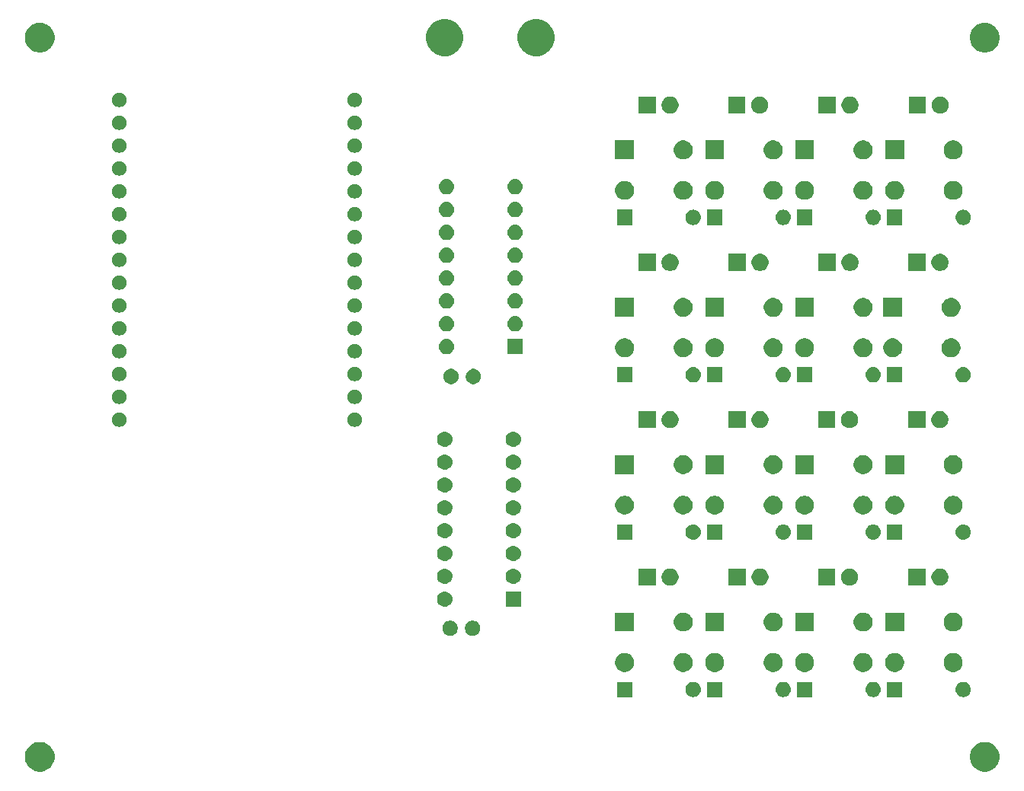
<source format=gbr>
G04 #@! TF.GenerationSoftware,KiCad,Pcbnew,(5.0.1-3-g963ef8bb5)*
G04 #@! TF.CreationDate,2019-09-16T23:21:21-05:00*
G04 #@! TF.ProjectId,smart_home_console,736D6172745F686F6D655F636F6E736F,rev?*
G04 #@! TF.SameCoordinates,Original*
G04 #@! TF.FileFunction,Soldermask,Bot*
G04 #@! TF.FilePolarity,Negative*
%FSLAX46Y46*%
G04 Gerber Fmt 4.6, Leading zero omitted, Abs format (unit mm)*
G04 Created by KiCad (PCBNEW (5.0.1-3-g963ef8bb5)) date Monday, September 16, 2019 at 11:21:21 PM*
%MOMM*%
%LPD*%
G01*
G04 APERTURE LIST*
%ADD10C,0.100000*%
G04 APERTURE END LIST*
D10*
G36*
X200375256Y-123391298D02*
X200481579Y-123412447D01*
X200782042Y-123536903D01*
X201048852Y-123715180D01*
X201052454Y-123717587D01*
X201282413Y-123947546D01*
X201463098Y-124217960D01*
X201587553Y-124518422D01*
X201651000Y-124837389D01*
X201651000Y-125162611D01*
X201587553Y-125481578D01*
X201463098Y-125782040D01*
X201282413Y-126052454D01*
X201052454Y-126282413D01*
X201052451Y-126282415D01*
X200782042Y-126463097D01*
X200481579Y-126587553D01*
X200375256Y-126608702D01*
X200162611Y-126651000D01*
X199837389Y-126651000D01*
X199624744Y-126608702D01*
X199518421Y-126587553D01*
X199217958Y-126463097D01*
X198947549Y-126282415D01*
X198947546Y-126282413D01*
X198717587Y-126052454D01*
X198536902Y-125782040D01*
X198412447Y-125481578D01*
X198349000Y-125162611D01*
X198349000Y-124837389D01*
X198412447Y-124518422D01*
X198536902Y-124217960D01*
X198717587Y-123947546D01*
X198947546Y-123717587D01*
X198951148Y-123715180D01*
X199217958Y-123536903D01*
X199518421Y-123412447D01*
X199624744Y-123391298D01*
X199837389Y-123349000D01*
X200162611Y-123349000D01*
X200375256Y-123391298D01*
X200375256Y-123391298D01*
G37*
G36*
X95375256Y-123391298D02*
X95481579Y-123412447D01*
X95782042Y-123536903D01*
X96048852Y-123715180D01*
X96052454Y-123717587D01*
X96282413Y-123947546D01*
X96463098Y-124217960D01*
X96587553Y-124518422D01*
X96651000Y-124837389D01*
X96651000Y-125162611D01*
X96587553Y-125481578D01*
X96463098Y-125782040D01*
X96282413Y-126052454D01*
X96052454Y-126282413D01*
X96052451Y-126282415D01*
X95782042Y-126463097D01*
X95481579Y-126587553D01*
X95375256Y-126608702D01*
X95162611Y-126651000D01*
X94837389Y-126651000D01*
X94624744Y-126608702D01*
X94518421Y-126587553D01*
X94217958Y-126463097D01*
X93947549Y-126282415D01*
X93947546Y-126282413D01*
X93717587Y-126052454D01*
X93536902Y-125782040D01*
X93412447Y-125481578D01*
X93349000Y-125162611D01*
X93349000Y-124837389D01*
X93412447Y-124518422D01*
X93536902Y-124217960D01*
X93717587Y-123947546D01*
X93947546Y-123717587D01*
X93951148Y-123715180D01*
X94217958Y-123536903D01*
X94518421Y-123412447D01*
X94624744Y-123391298D01*
X94837389Y-123349000D01*
X95162611Y-123349000D01*
X95375256Y-123391298D01*
X95375256Y-123391298D01*
G37*
G36*
X187786821Y-116661313D02*
X187786824Y-116661314D01*
X187786825Y-116661314D01*
X187947239Y-116709975D01*
X187947241Y-116709976D01*
X187947244Y-116709977D01*
X188095078Y-116788995D01*
X188224659Y-116895341D01*
X188331005Y-117024922D01*
X188410023Y-117172756D01*
X188458687Y-117333179D01*
X188475117Y-117500000D01*
X188458687Y-117666821D01*
X188410023Y-117827244D01*
X188331005Y-117975078D01*
X188224659Y-118104659D01*
X188095078Y-118211005D01*
X187947244Y-118290023D01*
X187947241Y-118290024D01*
X187947239Y-118290025D01*
X187786825Y-118338686D01*
X187786824Y-118338686D01*
X187786821Y-118338687D01*
X187661804Y-118351000D01*
X187578196Y-118351000D01*
X187453179Y-118338687D01*
X187453176Y-118338686D01*
X187453175Y-118338686D01*
X187292761Y-118290025D01*
X187292759Y-118290024D01*
X187292756Y-118290023D01*
X187144922Y-118211005D01*
X187015341Y-118104659D01*
X186908995Y-117975078D01*
X186829977Y-117827244D01*
X186781313Y-117666821D01*
X186764883Y-117500000D01*
X186781313Y-117333179D01*
X186829977Y-117172756D01*
X186908995Y-117024922D01*
X187015341Y-116895341D01*
X187144922Y-116788995D01*
X187292756Y-116709977D01*
X187292759Y-116709976D01*
X187292761Y-116709975D01*
X187453175Y-116661314D01*
X187453176Y-116661314D01*
X187453179Y-116661313D01*
X187578196Y-116649000D01*
X187661804Y-116649000D01*
X187786821Y-116661313D01*
X187786821Y-116661313D01*
G37*
G36*
X180851000Y-118351000D02*
X179149000Y-118351000D01*
X179149000Y-116649000D01*
X180851000Y-116649000D01*
X180851000Y-118351000D01*
X180851000Y-118351000D01*
G37*
G36*
X177786821Y-116661313D02*
X177786824Y-116661314D01*
X177786825Y-116661314D01*
X177947239Y-116709975D01*
X177947241Y-116709976D01*
X177947244Y-116709977D01*
X178095078Y-116788995D01*
X178224659Y-116895341D01*
X178331005Y-117024922D01*
X178410023Y-117172756D01*
X178458687Y-117333179D01*
X178475117Y-117500000D01*
X178458687Y-117666821D01*
X178410023Y-117827244D01*
X178331005Y-117975078D01*
X178224659Y-118104659D01*
X178095078Y-118211005D01*
X177947244Y-118290023D01*
X177947241Y-118290024D01*
X177947239Y-118290025D01*
X177786825Y-118338686D01*
X177786824Y-118338686D01*
X177786821Y-118338687D01*
X177661804Y-118351000D01*
X177578196Y-118351000D01*
X177453179Y-118338687D01*
X177453176Y-118338686D01*
X177453175Y-118338686D01*
X177292761Y-118290025D01*
X177292759Y-118290024D01*
X177292756Y-118290023D01*
X177144922Y-118211005D01*
X177015341Y-118104659D01*
X176908995Y-117975078D01*
X176829977Y-117827244D01*
X176781313Y-117666821D01*
X176764883Y-117500000D01*
X176781313Y-117333179D01*
X176829977Y-117172756D01*
X176908995Y-117024922D01*
X177015341Y-116895341D01*
X177144922Y-116788995D01*
X177292756Y-116709977D01*
X177292759Y-116709976D01*
X177292761Y-116709975D01*
X177453175Y-116661314D01*
X177453176Y-116661314D01*
X177453179Y-116661313D01*
X177578196Y-116649000D01*
X177661804Y-116649000D01*
X177786821Y-116661313D01*
X177786821Y-116661313D01*
G37*
G36*
X170851000Y-118351000D02*
X169149000Y-118351000D01*
X169149000Y-116649000D01*
X170851000Y-116649000D01*
X170851000Y-118351000D01*
X170851000Y-118351000D01*
G37*
G36*
X167786821Y-116661313D02*
X167786824Y-116661314D01*
X167786825Y-116661314D01*
X167947239Y-116709975D01*
X167947241Y-116709976D01*
X167947244Y-116709977D01*
X168095078Y-116788995D01*
X168224659Y-116895341D01*
X168331005Y-117024922D01*
X168410023Y-117172756D01*
X168458687Y-117333179D01*
X168475117Y-117500000D01*
X168458687Y-117666821D01*
X168410023Y-117827244D01*
X168331005Y-117975078D01*
X168224659Y-118104659D01*
X168095078Y-118211005D01*
X167947244Y-118290023D01*
X167947241Y-118290024D01*
X167947239Y-118290025D01*
X167786825Y-118338686D01*
X167786824Y-118338686D01*
X167786821Y-118338687D01*
X167661804Y-118351000D01*
X167578196Y-118351000D01*
X167453179Y-118338687D01*
X167453176Y-118338686D01*
X167453175Y-118338686D01*
X167292761Y-118290025D01*
X167292759Y-118290024D01*
X167292756Y-118290023D01*
X167144922Y-118211005D01*
X167015341Y-118104659D01*
X166908995Y-117975078D01*
X166829977Y-117827244D01*
X166781313Y-117666821D01*
X166764883Y-117500000D01*
X166781313Y-117333179D01*
X166829977Y-117172756D01*
X166908995Y-117024922D01*
X167015341Y-116895341D01*
X167144922Y-116788995D01*
X167292756Y-116709977D01*
X167292759Y-116709976D01*
X167292761Y-116709975D01*
X167453175Y-116661314D01*
X167453176Y-116661314D01*
X167453179Y-116661313D01*
X167578196Y-116649000D01*
X167661804Y-116649000D01*
X167786821Y-116661313D01*
X167786821Y-116661313D01*
G37*
G36*
X160851000Y-118351000D02*
X159149000Y-118351000D01*
X159149000Y-116649000D01*
X160851000Y-116649000D01*
X160851000Y-118351000D01*
X160851000Y-118351000D01*
G37*
G36*
X197786821Y-116661313D02*
X197786824Y-116661314D01*
X197786825Y-116661314D01*
X197947239Y-116709975D01*
X197947241Y-116709976D01*
X197947244Y-116709977D01*
X198095078Y-116788995D01*
X198224659Y-116895341D01*
X198331005Y-117024922D01*
X198410023Y-117172756D01*
X198458687Y-117333179D01*
X198475117Y-117500000D01*
X198458687Y-117666821D01*
X198410023Y-117827244D01*
X198331005Y-117975078D01*
X198224659Y-118104659D01*
X198095078Y-118211005D01*
X197947244Y-118290023D01*
X197947241Y-118290024D01*
X197947239Y-118290025D01*
X197786825Y-118338686D01*
X197786824Y-118338686D01*
X197786821Y-118338687D01*
X197661804Y-118351000D01*
X197578196Y-118351000D01*
X197453179Y-118338687D01*
X197453176Y-118338686D01*
X197453175Y-118338686D01*
X197292761Y-118290025D01*
X197292759Y-118290024D01*
X197292756Y-118290023D01*
X197144922Y-118211005D01*
X197015341Y-118104659D01*
X196908995Y-117975078D01*
X196829977Y-117827244D01*
X196781313Y-117666821D01*
X196764883Y-117500000D01*
X196781313Y-117333179D01*
X196829977Y-117172756D01*
X196908995Y-117024922D01*
X197015341Y-116895341D01*
X197144922Y-116788995D01*
X197292756Y-116709977D01*
X197292759Y-116709976D01*
X197292761Y-116709975D01*
X197453175Y-116661314D01*
X197453176Y-116661314D01*
X197453179Y-116661313D01*
X197578196Y-116649000D01*
X197661804Y-116649000D01*
X197786821Y-116661313D01*
X197786821Y-116661313D01*
G37*
G36*
X190851000Y-118351000D02*
X189149000Y-118351000D01*
X189149000Y-116649000D01*
X190851000Y-116649000D01*
X190851000Y-118351000D01*
X190851000Y-118351000D01*
G37*
G36*
X196806565Y-113489389D02*
X196997834Y-113568615D01*
X197169976Y-113683637D01*
X197316363Y-113830024D01*
X197431385Y-114002166D01*
X197510611Y-114193435D01*
X197551000Y-114396484D01*
X197551000Y-114603516D01*
X197510611Y-114806565D01*
X197431385Y-114997834D01*
X197316363Y-115169976D01*
X197169976Y-115316363D01*
X196997834Y-115431385D01*
X196806565Y-115510611D01*
X196603516Y-115551000D01*
X196396484Y-115551000D01*
X196193435Y-115510611D01*
X196002166Y-115431385D01*
X195830024Y-115316363D01*
X195683637Y-115169976D01*
X195568615Y-114997834D01*
X195489389Y-114806565D01*
X195449000Y-114603516D01*
X195449000Y-114396484D01*
X195489389Y-114193435D01*
X195568615Y-114002166D01*
X195683637Y-113830024D01*
X195830024Y-113683637D01*
X196002166Y-113568615D01*
X196193435Y-113489389D01*
X196396484Y-113449000D01*
X196603516Y-113449000D01*
X196806565Y-113489389D01*
X196806565Y-113489389D01*
G37*
G36*
X190306565Y-113489389D02*
X190497834Y-113568615D01*
X190669976Y-113683637D01*
X190816363Y-113830024D01*
X190931385Y-114002166D01*
X191010611Y-114193435D01*
X191051000Y-114396484D01*
X191051000Y-114603516D01*
X191010611Y-114806565D01*
X190931385Y-114997834D01*
X190816363Y-115169976D01*
X190669976Y-115316363D01*
X190497834Y-115431385D01*
X190306565Y-115510611D01*
X190103516Y-115551000D01*
X189896484Y-115551000D01*
X189693435Y-115510611D01*
X189502166Y-115431385D01*
X189330024Y-115316363D01*
X189183637Y-115169976D01*
X189068615Y-114997834D01*
X188989389Y-114806565D01*
X188949000Y-114603516D01*
X188949000Y-114396484D01*
X188989389Y-114193435D01*
X189068615Y-114002166D01*
X189183637Y-113830024D01*
X189330024Y-113683637D01*
X189502166Y-113568615D01*
X189693435Y-113489389D01*
X189896484Y-113449000D01*
X190103516Y-113449000D01*
X190306565Y-113489389D01*
X190306565Y-113489389D01*
G37*
G36*
X186806565Y-113489389D02*
X186997834Y-113568615D01*
X187169976Y-113683637D01*
X187316363Y-113830024D01*
X187431385Y-114002166D01*
X187510611Y-114193435D01*
X187551000Y-114396484D01*
X187551000Y-114603516D01*
X187510611Y-114806565D01*
X187431385Y-114997834D01*
X187316363Y-115169976D01*
X187169976Y-115316363D01*
X186997834Y-115431385D01*
X186806565Y-115510611D01*
X186603516Y-115551000D01*
X186396484Y-115551000D01*
X186193435Y-115510611D01*
X186002166Y-115431385D01*
X185830024Y-115316363D01*
X185683637Y-115169976D01*
X185568615Y-114997834D01*
X185489389Y-114806565D01*
X185449000Y-114603516D01*
X185449000Y-114396484D01*
X185489389Y-114193435D01*
X185568615Y-114002166D01*
X185683637Y-113830024D01*
X185830024Y-113683637D01*
X186002166Y-113568615D01*
X186193435Y-113489389D01*
X186396484Y-113449000D01*
X186603516Y-113449000D01*
X186806565Y-113489389D01*
X186806565Y-113489389D01*
G37*
G36*
X180306565Y-113489389D02*
X180497834Y-113568615D01*
X180669976Y-113683637D01*
X180816363Y-113830024D01*
X180931385Y-114002166D01*
X181010611Y-114193435D01*
X181051000Y-114396484D01*
X181051000Y-114603516D01*
X181010611Y-114806565D01*
X180931385Y-114997834D01*
X180816363Y-115169976D01*
X180669976Y-115316363D01*
X180497834Y-115431385D01*
X180306565Y-115510611D01*
X180103516Y-115551000D01*
X179896484Y-115551000D01*
X179693435Y-115510611D01*
X179502166Y-115431385D01*
X179330024Y-115316363D01*
X179183637Y-115169976D01*
X179068615Y-114997834D01*
X178989389Y-114806565D01*
X178949000Y-114603516D01*
X178949000Y-114396484D01*
X178989389Y-114193435D01*
X179068615Y-114002166D01*
X179183637Y-113830024D01*
X179330024Y-113683637D01*
X179502166Y-113568615D01*
X179693435Y-113489389D01*
X179896484Y-113449000D01*
X180103516Y-113449000D01*
X180306565Y-113489389D01*
X180306565Y-113489389D01*
G37*
G36*
X176806565Y-113489389D02*
X176997834Y-113568615D01*
X177169976Y-113683637D01*
X177316363Y-113830024D01*
X177431385Y-114002166D01*
X177510611Y-114193435D01*
X177551000Y-114396484D01*
X177551000Y-114603516D01*
X177510611Y-114806565D01*
X177431385Y-114997834D01*
X177316363Y-115169976D01*
X177169976Y-115316363D01*
X176997834Y-115431385D01*
X176806565Y-115510611D01*
X176603516Y-115551000D01*
X176396484Y-115551000D01*
X176193435Y-115510611D01*
X176002166Y-115431385D01*
X175830024Y-115316363D01*
X175683637Y-115169976D01*
X175568615Y-114997834D01*
X175489389Y-114806565D01*
X175449000Y-114603516D01*
X175449000Y-114396484D01*
X175489389Y-114193435D01*
X175568615Y-114002166D01*
X175683637Y-113830024D01*
X175830024Y-113683637D01*
X176002166Y-113568615D01*
X176193435Y-113489389D01*
X176396484Y-113449000D01*
X176603516Y-113449000D01*
X176806565Y-113489389D01*
X176806565Y-113489389D01*
G37*
G36*
X170306565Y-113489389D02*
X170497834Y-113568615D01*
X170669976Y-113683637D01*
X170816363Y-113830024D01*
X170931385Y-114002166D01*
X171010611Y-114193435D01*
X171051000Y-114396484D01*
X171051000Y-114603516D01*
X171010611Y-114806565D01*
X170931385Y-114997834D01*
X170816363Y-115169976D01*
X170669976Y-115316363D01*
X170497834Y-115431385D01*
X170306565Y-115510611D01*
X170103516Y-115551000D01*
X169896484Y-115551000D01*
X169693435Y-115510611D01*
X169502166Y-115431385D01*
X169330024Y-115316363D01*
X169183637Y-115169976D01*
X169068615Y-114997834D01*
X168989389Y-114806565D01*
X168949000Y-114603516D01*
X168949000Y-114396484D01*
X168989389Y-114193435D01*
X169068615Y-114002166D01*
X169183637Y-113830024D01*
X169330024Y-113683637D01*
X169502166Y-113568615D01*
X169693435Y-113489389D01*
X169896484Y-113449000D01*
X170103516Y-113449000D01*
X170306565Y-113489389D01*
X170306565Y-113489389D01*
G37*
G36*
X166806565Y-113489389D02*
X166997834Y-113568615D01*
X167169976Y-113683637D01*
X167316363Y-113830024D01*
X167431385Y-114002166D01*
X167510611Y-114193435D01*
X167551000Y-114396484D01*
X167551000Y-114603516D01*
X167510611Y-114806565D01*
X167431385Y-114997834D01*
X167316363Y-115169976D01*
X167169976Y-115316363D01*
X166997834Y-115431385D01*
X166806565Y-115510611D01*
X166603516Y-115551000D01*
X166396484Y-115551000D01*
X166193435Y-115510611D01*
X166002166Y-115431385D01*
X165830024Y-115316363D01*
X165683637Y-115169976D01*
X165568615Y-114997834D01*
X165489389Y-114806565D01*
X165449000Y-114603516D01*
X165449000Y-114396484D01*
X165489389Y-114193435D01*
X165568615Y-114002166D01*
X165683637Y-113830024D01*
X165830024Y-113683637D01*
X166002166Y-113568615D01*
X166193435Y-113489389D01*
X166396484Y-113449000D01*
X166603516Y-113449000D01*
X166806565Y-113489389D01*
X166806565Y-113489389D01*
G37*
G36*
X160306565Y-113489389D02*
X160497834Y-113568615D01*
X160669976Y-113683637D01*
X160816363Y-113830024D01*
X160931385Y-114002166D01*
X161010611Y-114193435D01*
X161051000Y-114396484D01*
X161051000Y-114603516D01*
X161010611Y-114806565D01*
X160931385Y-114997834D01*
X160816363Y-115169976D01*
X160669976Y-115316363D01*
X160497834Y-115431385D01*
X160306565Y-115510611D01*
X160103516Y-115551000D01*
X159896484Y-115551000D01*
X159693435Y-115510611D01*
X159502166Y-115431385D01*
X159330024Y-115316363D01*
X159183637Y-115169976D01*
X159068615Y-114997834D01*
X158989389Y-114806565D01*
X158949000Y-114603516D01*
X158949000Y-114396484D01*
X158989389Y-114193435D01*
X159068615Y-114002166D01*
X159183637Y-113830024D01*
X159330024Y-113683637D01*
X159502166Y-113568615D01*
X159693435Y-113489389D01*
X159896484Y-113449000D01*
X160103516Y-113449000D01*
X160306565Y-113489389D01*
X160306565Y-113489389D01*
G37*
G36*
X140848228Y-109881703D02*
X141003100Y-109945853D01*
X141142481Y-110038985D01*
X141261015Y-110157519D01*
X141354147Y-110296900D01*
X141418297Y-110451772D01*
X141451000Y-110616184D01*
X141451000Y-110783816D01*
X141418297Y-110948228D01*
X141354147Y-111103100D01*
X141261015Y-111242481D01*
X141142481Y-111361015D01*
X141003100Y-111454147D01*
X140848228Y-111518297D01*
X140683816Y-111551000D01*
X140516184Y-111551000D01*
X140351772Y-111518297D01*
X140196900Y-111454147D01*
X140057519Y-111361015D01*
X139938985Y-111242481D01*
X139845853Y-111103100D01*
X139781703Y-110948228D01*
X139749000Y-110783816D01*
X139749000Y-110616184D01*
X139781703Y-110451772D01*
X139845853Y-110296900D01*
X139938985Y-110157519D01*
X140057519Y-110038985D01*
X140196900Y-109945853D01*
X140351772Y-109881703D01*
X140516184Y-109849000D01*
X140683816Y-109849000D01*
X140848228Y-109881703D01*
X140848228Y-109881703D01*
G37*
G36*
X143348228Y-109881703D02*
X143503100Y-109945853D01*
X143642481Y-110038985D01*
X143761015Y-110157519D01*
X143854147Y-110296900D01*
X143918297Y-110451772D01*
X143951000Y-110616184D01*
X143951000Y-110783816D01*
X143918297Y-110948228D01*
X143854147Y-111103100D01*
X143761015Y-111242481D01*
X143642481Y-111361015D01*
X143503100Y-111454147D01*
X143348228Y-111518297D01*
X143183816Y-111551000D01*
X143016184Y-111551000D01*
X142851772Y-111518297D01*
X142696900Y-111454147D01*
X142557519Y-111361015D01*
X142438985Y-111242481D01*
X142345853Y-111103100D01*
X142281703Y-110948228D01*
X142249000Y-110783816D01*
X142249000Y-110616184D01*
X142281703Y-110451772D01*
X142345853Y-110296900D01*
X142438985Y-110157519D01*
X142557519Y-110038985D01*
X142696900Y-109945853D01*
X142851772Y-109881703D01*
X143016184Y-109849000D01*
X143183816Y-109849000D01*
X143348228Y-109881703D01*
X143348228Y-109881703D01*
G37*
G36*
X196806565Y-108989389D02*
X196997834Y-109068615D01*
X197169976Y-109183637D01*
X197316363Y-109330024D01*
X197431385Y-109502166D01*
X197510611Y-109693435D01*
X197551000Y-109896484D01*
X197551000Y-110103516D01*
X197510611Y-110306565D01*
X197431385Y-110497834D01*
X197316363Y-110669976D01*
X197169976Y-110816363D01*
X196997834Y-110931385D01*
X196806565Y-111010611D01*
X196603516Y-111051000D01*
X196396484Y-111051000D01*
X196193435Y-111010611D01*
X196002166Y-110931385D01*
X195830024Y-110816363D01*
X195683637Y-110669976D01*
X195568615Y-110497834D01*
X195489389Y-110306565D01*
X195449000Y-110103516D01*
X195449000Y-109896484D01*
X195489389Y-109693435D01*
X195568615Y-109502166D01*
X195683637Y-109330024D01*
X195830024Y-109183637D01*
X196002166Y-109068615D01*
X196193435Y-108989389D01*
X196396484Y-108949000D01*
X196603516Y-108949000D01*
X196806565Y-108989389D01*
X196806565Y-108989389D01*
G37*
G36*
X181051000Y-111051000D02*
X178949000Y-111051000D01*
X178949000Y-108949000D01*
X181051000Y-108949000D01*
X181051000Y-111051000D01*
X181051000Y-111051000D01*
G37*
G36*
X191051000Y-111051000D02*
X188949000Y-111051000D01*
X188949000Y-108949000D01*
X191051000Y-108949000D01*
X191051000Y-111051000D01*
X191051000Y-111051000D01*
G37*
G36*
X186806565Y-108989389D02*
X186997834Y-109068615D01*
X187169976Y-109183637D01*
X187316363Y-109330024D01*
X187431385Y-109502166D01*
X187510611Y-109693435D01*
X187551000Y-109896484D01*
X187551000Y-110103516D01*
X187510611Y-110306565D01*
X187431385Y-110497834D01*
X187316363Y-110669976D01*
X187169976Y-110816363D01*
X186997834Y-110931385D01*
X186806565Y-111010611D01*
X186603516Y-111051000D01*
X186396484Y-111051000D01*
X186193435Y-111010611D01*
X186002166Y-110931385D01*
X185830024Y-110816363D01*
X185683637Y-110669976D01*
X185568615Y-110497834D01*
X185489389Y-110306565D01*
X185449000Y-110103516D01*
X185449000Y-109896484D01*
X185489389Y-109693435D01*
X185568615Y-109502166D01*
X185683637Y-109330024D01*
X185830024Y-109183637D01*
X186002166Y-109068615D01*
X186193435Y-108989389D01*
X186396484Y-108949000D01*
X186603516Y-108949000D01*
X186806565Y-108989389D01*
X186806565Y-108989389D01*
G37*
G36*
X176806565Y-108989389D02*
X176997834Y-109068615D01*
X177169976Y-109183637D01*
X177316363Y-109330024D01*
X177431385Y-109502166D01*
X177510611Y-109693435D01*
X177551000Y-109896484D01*
X177551000Y-110103516D01*
X177510611Y-110306565D01*
X177431385Y-110497834D01*
X177316363Y-110669976D01*
X177169976Y-110816363D01*
X176997834Y-110931385D01*
X176806565Y-111010611D01*
X176603516Y-111051000D01*
X176396484Y-111051000D01*
X176193435Y-111010611D01*
X176002166Y-110931385D01*
X175830024Y-110816363D01*
X175683637Y-110669976D01*
X175568615Y-110497834D01*
X175489389Y-110306565D01*
X175449000Y-110103516D01*
X175449000Y-109896484D01*
X175489389Y-109693435D01*
X175568615Y-109502166D01*
X175683637Y-109330024D01*
X175830024Y-109183637D01*
X176002166Y-109068615D01*
X176193435Y-108989389D01*
X176396484Y-108949000D01*
X176603516Y-108949000D01*
X176806565Y-108989389D01*
X176806565Y-108989389D01*
G37*
G36*
X171051000Y-111051000D02*
X168949000Y-111051000D01*
X168949000Y-108949000D01*
X171051000Y-108949000D01*
X171051000Y-111051000D01*
X171051000Y-111051000D01*
G37*
G36*
X166806565Y-108989389D02*
X166997834Y-109068615D01*
X167169976Y-109183637D01*
X167316363Y-109330024D01*
X167431385Y-109502166D01*
X167510611Y-109693435D01*
X167551000Y-109896484D01*
X167551000Y-110103516D01*
X167510611Y-110306565D01*
X167431385Y-110497834D01*
X167316363Y-110669976D01*
X167169976Y-110816363D01*
X166997834Y-110931385D01*
X166806565Y-111010611D01*
X166603516Y-111051000D01*
X166396484Y-111051000D01*
X166193435Y-111010611D01*
X166002166Y-110931385D01*
X165830024Y-110816363D01*
X165683637Y-110669976D01*
X165568615Y-110497834D01*
X165489389Y-110306565D01*
X165449000Y-110103516D01*
X165449000Y-109896484D01*
X165489389Y-109693435D01*
X165568615Y-109502166D01*
X165683637Y-109330024D01*
X165830024Y-109183637D01*
X166002166Y-109068615D01*
X166193435Y-108989389D01*
X166396484Y-108949000D01*
X166603516Y-108949000D01*
X166806565Y-108989389D01*
X166806565Y-108989389D01*
G37*
G36*
X161051000Y-111051000D02*
X158949000Y-111051000D01*
X158949000Y-108949000D01*
X161051000Y-108949000D01*
X161051000Y-111051000D01*
X161051000Y-111051000D01*
G37*
G36*
X140166821Y-106621313D02*
X140166824Y-106621314D01*
X140166825Y-106621314D01*
X140327239Y-106669975D01*
X140327241Y-106669976D01*
X140327244Y-106669977D01*
X140475078Y-106748995D01*
X140604659Y-106855341D01*
X140711005Y-106984922D01*
X140790023Y-107132756D01*
X140838687Y-107293179D01*
X140855117Y-107460000D01*
X140838687Y-107626821D01*
X140790023Y-107787244D01*
X140711005Y-107935078D01*
X140604659Y-108064659D01*
X140475078Y-108171005D01*
X140327244Y-108250023D01*
X140327241Y-108250024D01*
X140327239Y-108250025D01*
X140166825Y-108298686D01*
X140166824Y-108298686D01*
X140166821Y-108298687D01*
X140041804Y-108311000D01*
X139958196Y-108311000D01*
X139833179Y-108298687D01*
X139833176Y-108298686D01*
X139833175Y-108298686D01*
X139672761Y-108250025D01*
X139672759Y-108250024D01*
X139672756Y-108250023D01*
X139524922Y-108171005D01*
X139395341Y-108064659D01*
X139288995Y-107935078D01*
X139209977Y-107787244D01*
X139161313Y-107626821D01*
X139144883Y-107460000D01*
X139161313Y-107293179D01*
X139209977Y-107132756D01*
X139288995Y-106984922D01*
X139395341Y-106855341D01*
X139524922Y-106748995D01*
X139672756Y-106669977D01*
X139672759Y-106669976D01*
X139672761Y-106669975D01*
X139833175Y-106621314D01*
X139833176Y-106621314D01*
X139833179Y-106621313D01*
X139958196Y-106609000D01*
X140041804Y-106609000D01*
X140166821Y-106621313D01*
X140166821Y-106621313D01*
G37*
G36*
X148471000Y-108311000D02*
X146769000Y-108311000D01*
X146769000Y-106609000D01*
X148471000Y-106609000D01*
X148471000Y-108311000D01*
X148471000Y-108311000D01*
G37*
G36*
X175317396Y-104085546D02*
X175490466Y-104157234D01*
X175646230Y-104261312D01*
X175778688Y-104393770D01*
X175882766Y-104549534D01*
X175954454Y-104722604D01*
X175991000Y-104906333D01*
X175991000Y-105093667D01*
X175954454Y-105277396D01*
X175882766Y-105450466D01*
X175778688Y-105606230D01*
X175646230Y-105738688D01*
X175490466Y-105842766D01*
X175317396Y-105914454D01*
X175133667Y-105951000D01*
X174946333Y-105951000D01*
X174762604Y-105914454D01*
X174589534Y-105842766D01*
X174433770Y-105738688D01*
X174301312Y-105606230D01*
X174197234Y-105450466D01*
X174125546Y-105277396D01*
X174089000Y-105093667D01*
X174089000Y-104906333D01*
X174125546Y-104722604D01*
X174197234Y-104549534D01*
X174301312Y-104393770D01*
X174433770Y-104261312D01*
X174589534Y-104157234D01*
X174762604Y-104085546D01*
X174946333Y-104049000D01*
X175133667Y-104049000D01*
X175317396Y-104085546D01*
X175317396Y-104085546D01*
G37*
G36*
X173451000Y-105951000D02*
X171549000Y-105951000D01*
X171549000Y-104049000D01*
X173451000Y-104049000D01*
X173451000Y-105951000D01*
X173451000Y-105951000D01*
G37*
G36*
X183411000Y-105951000D02*
X181509000Y-105951000D01*
X181509000Y-104049000D01*
X183411000Y-104049000D01*
X183411000Y-105951000D01*
X183411000Y-105951000D01*
G37*
G36*
X185277396Y-104085546D02*
X185450466Y-104157234D01*
X185606230Y-104261312D01*
X185738688Y-104393770D01*
X185842766Y-104549534D01*
X185914454Y-104722604D01*
X185951000Y-104906333D01*
X185951000Y-105093667D01*
X185914454Y-105277396D01*
X185842766Y-105450466D01*
X185738688Y-105606230D01*
X185606230Y-105738688D01*
X185450466Y-105842766D01*
X185277396Y-105914454D01*
X185093667Y-105951000D01*
X184906333Y-105951000D01*
X184722604Y-105914454D01*
X184549534Y-105842766D01*
X184393770Y-105738688D01*
X184261312Y-105606230D01*
X184157234Y-105450466D01*
X184085546Y-105277396D01*
X184049000Y-105093667D01*
X184049000Y-104906333D01*
X184085546Y-104722604D01*
X184157234Y-104549534D01*
X184261312Y-104393770D01*
X184393770Y-104261312D01*
X184549534Y-104157234D01*
X184722604Y-104085546D01*
X184906333Y-104049000D01*
X185093667Y-104049000D01*
X185277396Y-104085546D01*
X185277396Y-104085546D01*
G37*
G36*
X193451000Y-105951000D02*
X191549000Y-105951000D01*
X191549000Y-104049000D01*
X193451000Y-104049000D01*
X193451000Y-105951000D01*
X193451000Y-105951000D01*
G37*
G36*
X195317396Y-104085546D02*
X195490466Y-104157234D01*
X195646230Y-104261312D01*
X195778688Y-104393770D01*
X195882766Y-104549534D01*
X195954454Y-104722604D01*
X195991000Y-104906333D01*
X195991000Y-105093667D01*
X195954454Y-105277396D01*
X195882766Y-105450466D01*
X195778688Y-105606230D01*
X195646230Y-105738688D01*
X195490466Y-105842766D01*
X195317396Y-105914454D01*
X195133667Y-105951000D01*
X194946333Y-105951000D01*
X194762604Y-105914454D01*
X194589534Y-105842766D01*
X194433770Y-105738688D01*
X194301312Y-105606230D01*
X194197234Y-105450466D01*
X194125546Y-105277396D01*
X194089000Y-105093667D01*
X194089000Y-104906333D01*
X194125546Y-104722604D01*
X194197234Y-104549534D01*
X194301312Y-104393770D01*
X194433770Y-104261312D01*
X194589534Y-104157234D01*
X194762604Y-104085546D01*
X194946333Y-104049000D01*
X195133667Y-104049000D01*
X195317396Y-104085546D01*
X195317396Y-104085546D01*
G37*
G36*
X163451000Y-105951000D02*
X161549000Y-105951000D01*
X161549000Y-104049000D01*
X163451000Y-104049000D01*
X163451000Y-105951000D01*
X163451000Y-105951000D01*
G37*
G36*
X165317396Y-104085546D02*
X165490466Y-104157234D01*
X165646230Y-104261312D01*
X165778688Y-104393770D01*
X165882766Y-104549534D01*
X165954454Y-104722604D01*
X165991000Y-104906333D01*
X165991000Y-105093667D01*
X165954454Y-105277396D01*
X165882766Y-105450466D01*
X165778688Y-105606230D01*
X165646230Y-105738688D01*
X165490466Y-105842766D01*
X165317396Y-105914454D01*
X165133667Y-105951000D01*
X164946333Y-105951000D01*
X164762604Y-105914454D01*
X164589534Y-105842766D01*
X164433770Y-105738688D01*
X164301312Y-105606230D01*
X164197234Y-105450466D01*
X164125546Y-105277396D01*
X164089000Y-105093667D01*
X164089000Y-104906333D01*
X164125546Y-104722604D01*
X164197234Y-104549534D01*
X164301312Y-104393770D01*
X164433770Y-104261312D01*
X164589534Y-104157234D01*
X164762604Y-104085546D01*
X164946333Y-104049000D01*
X165133667Y-104049000D01*
X165317396Y-104085546D01*
X165317396Y-104085546D01*
G37*
G36*
X147786821Y-104081313D02*
X147786824Y-104081314D01*
X147786825Y-104081314D01*
X147947239Y-104129975D01*
X147947241Y-104129976D01*
X147947244Y-104129977D01*
X148095078Y-104208995D01*
X148224659Y-104315341D01*
X148331005Y-104444922D01*
X148410023Y-104592756D01*
X148458687Y-104753179D01*
X148475117Y-104920000D01*
X148458687Y-105086821D01*
X148458686Y-105086824D01*
X148458686Y-105086825D01*
X148456611Y-105093667D01*
X148410023Y-105247244D01*
X148331005Y-105395078D01*
X148224659Y-105524659D01*
X148095078Y-105631005D01*
X147947244Y-105710023D01*
X147947241Y-105710024D01*
X147947239Y-105710025D01*
X147786825Y-105758686D01*
X147786824Y-105758686D01*
X147786821Y-105758687D01*
X147661804Y-105771000D01*
X147578196Y-105771000D01*
X147453179Y-105758687D01*
X147453176Y-105758686D01*
X147453175Y-105758686D01*
X147292761Y-105710025D01*
X147292759Y-105710024D01*
X147292756Y-105710023D01*
X147144922Y-105631005D01*
X147015341Y-105524659D01*
X146908995Y-105395078D01*
X146829977Y-105247244D01*
X146783390Y-105093667D01*
X146781314Y-105086825D01*
X146781314Y-105086824D01*
X146781313Y-105086821D01*
X146764883Y-104920000D01*
X146781313Y-104753179D01*
X146829977Y-104592756D01*
X146908995Y-104444922D01*
X147015341Y-104315341D01*
X147144922Y-104208995D01*
X147292756Y-104129977D01*
X147292759Y-104129976D01*
X147292761Y-104129975D01*
X147453175Y-104081314D01*
X147453176Y-104081314D01*
X147453179Y-104081313D01*
X147578196Y-104069000D01*
X147661804Y-104069000D01*
X147786821Y-104081313D01*
X147786821Y-104081313D01*
G37*
G36*
X140166821Y-104081313D02*
X140166824Y-104081314D01*
X140166825Y-104081314D01*
X140327239Y-104129975D01*
X140327241Y-104129976D01*
X140327244Y-104129977D01*
X140475078Y-104208995D01*
X140604659Y-104315341D01*
X140711005Y-104444922D01*
X140790023Y-104592756D01*
X140838687Y-104753179D01*
X140855117Y-104920000D01*
X140838687Y-105086821D01*
X140838686Y-105086824D01*
X140838686Y-105086825D01*
X140836611Y-105093667D01*
X140790023Y-105247244D01*
X140711005Y-105395078D01*
X140604659Y-105524659D01*
X140475078Y-105631005D01*
X140327244Y-105710023D01*
X140327241Y-105710024D01*
X140327239Y-105710025D01*
X140166825Y-105758686D01*
X140166824Y-105758686D01*
X140166821Y-105758687D01*
X140041804Y-105771000D01*
X139958196Y-105771000D01*
X139833179Y-105758687D01*
X139833176Y-105758686D01*
X139833175Y-105758686D01*
X139672761Y-105710025D01*
X139672759Y-105710024D01*
X139672756Y-105710023D01*
X139524922Y-105631005D01*
X139395341Y-105524659D01*
X139288995Y-105395078D01*
X139209977Y-105247244D01*
X139163390Y-105093667D01*
X139161314Y-105086825D01*
X139161314Y-105086824D01*
X139161313Y-105086821D01*
X139144883Y-104920000D01*
X139161313Y-104753179D01*
X139209977Y-104592756D01*
X139288995Y-104444922D01*
X139395341Y-104315341D01*
X139524922Y-104208995D01*
X139672756Y-104129977D01*
X139672759Y-104129976D01*
X139672761Y-104129975D01*
X139833175Y-104081314D01*
X139833176Y-104081314D01*
X139833179Y-104081313D01*
X139958196Y-104069000D01*
X140041804Y-104069000D01*
X140166821Y-104081313D01*
X140166821Y-104081313D01*
G37*
G36*
X147786821Y-101541313D02*
X147786824Y-101541314D01*
X147786825Y-101541314D01*
X147947239Y-101589975D01*
X147947241Y-101589976D01*
X147947244Y-101589977D01*
X148095078Y-101668995D01*
X148224659Y-101775341D01*
X148331005Y-101904922D01*
X148410023Y-102052756D01*
X148458687Y-102213179D01*
X148475117Y-102380000D01*
X148458687Y-102546821D01*
X148410023Y-102707244D01*
X148331005Y-102855078D01*
X148224659Y-102984659D01*
X148095078Y-103091005D01*
X147947244Y-103170023D01*
X147947241Y-103170024D01*
X147947239Y-103170025D01*
X147786825Y-103218686D01*
X147786824Y-103218686D01*
X147786821Y-103218687D01*
X147661804Y-103231000D01*
X147578196Y-103231000D01*
X147453179Y-103218687D01*
X147453176Y-103218686D01*
X147453175Y-103218686D01*
X147292761Y-103170025D01*
X147292759Y-103170024D01*
X147292756Y-103170023D01*
X147144922Y-103091005D01*
X147015341Y-102984659D01*
X146908995Y-102855078D01*
X146829977Y-102707244D01*
X146781313Y-102546821D01*
X146764883Y-102380000D01*
X146781313Y-102213179D01*
X146829977Y-102052756D01*
X146908995Y-101904922D01*
X147015341Y-101775341D01*
X147144922Y-101668995D01*
X147292756Y-101589977D01*
X147292759Y-101589976D01*
X147292761Y-101589975D01*
X147453175Y-101541314D01*
X147453176Y-101541314D01*
X147453179Y-101541313D01*
X147578196Y-101529000D01*
X147661804Y-101529000D01*
X147786821Y-101541313D01*
X147786821Y-101541313D01*
G37*
G36*
X140166821Y-101541313D02*
X140166824Y-101541314D01*
X140166825Y-101541314D01*
X140327239Y-101589975D01*
X140327241Y-101589976D01*
X140327244Y-101589977D01*
X140475078Y-101668995D01*
X140604659Y-101775341D01*
X140711005Y-101904922D01*
X140790023Y-102052756D01*
X140838687Y-102213179D01*
X140855117Y-102380000D01*
X140838687Y-102546821D01*
X140790023Y-102707244D01*
X140711005Y-102855078D01*
X140604659Y-102984659D01*
X140475078Y-103091005D01*
X140327244Y-103170023D01*
X140327241Y-103170024D01*
X140327239Y-103170025D01*
X140166825Y-103218686D01*
X140166824Y-103218686D01*
X140166821Y-103218687D01*
X140041804Y-103231000D01*
X139958196Y-103231000D01*
X139833179Y-103218687D01*
X139833176Y-103218686D01*
X139833175Y-103218686D01*
X139672761Y-103170025D01*
X139672759Y-103170024D01*
X139672756Y-103170023D01*
X139524922Y-103091005D01*
X139395341Y-102984659D01*
X139288995Y-102855078D01*
X139209977Y-102707244D01*
X139161313Y-102546821D01*
X139144883Y-102380000D01*
X139161313Y-102213179D01*
X139209977Y-102052756D01*
X139288995Y-101904922D01*
X139395341Y-101775341D01*
X139524922Y-101668995D01*
X139672756Y-101589977D01*
X139672759Y-101589976D01*
X139672761Y-101589975D01*
X139833175Y-101541314D01*
X139833176Y-101541314D01*
X139833179Y-101541313D01*
X139958196Y-101529000D01*
X140041804Y-101529000D01*
X140166821Y-101541313D01*
X140166821Y-101541313D01*
G37*
G36*
X180851000Y-100851000D02*
X179149000Y-100851000D01*
X179149000Y-99149000D01*
X180851000Y-99149000D01*
X180851000Y-100851000D01*
X180851000Y-100851000D01*
G37*
G36*
X160851000Y-100851000D02*
X159149000Y-100851000D01*
X159149000Y-99149000D01*
X160851000Y-99149000D01*
X160851000Y-100851000D01*
X160851000Y-100851000D01*
G37*
G36*
X197786821Y-99161313D02*
X197786824Y-99161314D01*
X197786825Y-99161314D01*
X197947239Y-99209975D01*
X197947241Y-99209976D01*
X197947244Y-99209977D01*
X198095078Y-99288995D01*
X198224659Y-99395341D01*
X198331005Y-99524922D01*
X198410023Y-99672756D01*
X198410024Y-99672759D01*
X198410025Y-99672761D01*
X198458686Y-99833175D01*
X198458687Y-99833179D01*
X198475117Y-100000000D01*
X198458687Y-100166821D01*
X198410023Y-100327244D01*
X198331005Y-100475078D01*
X198224659Y-100604659D01*
X198095078Y-100711005D01*
X197947244Y-100790023D01*
X197947241Y-100790024D01*
X197947239Y-100790025D01*
X197786825Y-100838686D01*
X197786824Y-100838686D01*
X197786821Y-100838687D01*
X197661804Y-100851000D01*
X197578196Y-100851000D01*
X197453179Y-100838687D01*
X197453176Y-100838686D01*
X197453175Y-100838686D01*
X197292761Y-100790025D01*
X197292759Y-100790024D01*
X197292756Y-100790023D01*
X197144922Y-100711005D01*
X197015341Y-100604659D01*
X196908995Y-100475078D01*
X196829977Y-100327244D01*
X196781313Y-100166821D01*
X196764883Y-100000000D01*
X196781313Y-99833179D01*
X196781314Y-99833175D01*
X196829975Y-99672761D01*
X196829976Y-99672759D01*
X196829977Y-99672756D01*
X196908995Y-99524922D01*
X197015341Y-99395341D01*
X197144922Y-99288995D01*
X197292756Y-99209977D01*
X197292759Y-99209976D01*
X197292761Y-99209975D01*
X197453175Y-99161314D01*
X197453176Y-99161314D01*
X197453179Y-99161313D01*
X197578196Y-99149000D01*
X197661804Y-99149000D01*
X197786821Y-99161313D01*
X197786821Y-99161313D01*
G37*
G36*
X167786821Y-99161313D02*
X167786824Y-99161314D01*
X167786825Y-99161314D01*
X167947239Y-99209975D01*
X167947241Y-99209976D01*
X167947244Y-99209977D01*
X168095078Y-99288995D01*
X168224659Y-99395341D01*
X168331005Y-99524922D01*
X168410023Y-99672756D01*
X168410024Y-99672759D01*
X168410025Y-99672761D01*
X168458686Y-99833175D01*
X168458687Y-99833179D01*
X168475117Y-100000000D01*
X168458687Y-100166821D01*
X168410023Y-100327244D01*
X168331005Y-100475078D01*
X168224659Y-100604659D01*
X168095078Y-100711005D01*
X167947244Y-100790023D01*
X167947241Y-100790024D01*
X167947239Y-100790025D01*
X167786825Y-100838686D01*
X167786824Y-100838686D01*
X167786821Y-100838687D01*
X167661804Y-100851000D01*
X167578196Y-100851000D01*
X167453179Y-100838687D01*
X167453176Y-100838686D01*
X167453175Y-100838686D01*
X167292761Y-100790025D01*
X167292759Y-100790024D01*
X167292756Y-100790023D01*
X167144922Y-100711005D01*
X167015341Y-100604659D01*
X166908995Y-100475078D01*
X166829977Y-100327244D01*
X166781313Y-100166821D01*
X166764883Y-100000000D01*
X166781313Y-99833179D01*
X166781314Y-99833175D01*
X166829975Y-99672761D01*
X166829976Y-99672759D01*
X166829977Y-99672756D01*
X166908995Y-99524922D01*
X167015341Y-99395341D01*
X167144922Y-99288995D01*
X167292756Y-99209977D01*
X167292759Y-99209976D01*
X167292761Y-99209975D01*
X167453175Y-99161314D01*
X167453176Y-99161314D01*
X167453179Y-99161313D01*
X167578196Y-99149000D01*
X167661804Y-99149000D01*
X167786821Y-99161313D01*
X167786821Y-99161313D01*
G37*
G36*
X190851000Y-100851000D02*
X189149000Y-100851000D01*
X189149000Y-99149000D01*
X190851000Y-99149000D01*
X190851000Y-100851000D01*
X190851000Y-100851000D01*
G37*
G36*
X177786821Y-99161313D02*
X177786824Y-99161314D01*
X177786825Y-99161314D01*
X177947239Y-99209975D01*
X177947241Y-99209976D01*
X177947244Y-99209977D01*
X178095078Y-99288995D01*
X178224659Y-99395341D01*
X178331005Y-99524922D01*
X178410023Y-99672756D01*
X178410024Y-99672759D01*
X178410025Y-99672761D01*
X178458686Y-99833175D01*
X178458687Y-99833179D01*
X178475117Y-100000000D01*
X178458687Y-100166821D01*
X178410023Y-100327244D01*
X178331005Y-100475078D01*
X178224659Y-100604659D01*
X178095078Y-100711005D01*
X177947244Y-100790023D01*
X177947241Y-100790024D01*
X177947239Y-100790025D01*
X177786825Y-100838686D01*
X177786824Y-100838686D01*
X177786821Y-100838687D01*
X177661804Y-100851000D01*
X177578196Y-100851000D01*
X177453179Y-100838687D01*
X177453176Y-100838686D01*
X177453175Y-100838686D01*
X177292761Y-100790025D01*
X177292759Y-100790024D01*
X177292756Y-100790023D01*
X177144922Y-100711005D01*
X177015341Y-100604659D01*
X176908995Y-100475078D01*
X176829977Y-100327244D01*
X176781313Y-100166821D01*
X176764883Y-100000000D01*
X176781313Y-99833179D01*
X176781314Y-99833175D01*
X176829975Y-99672761D01*
X176829976Y-99672759D01*
X176829977Y-99672756D01*
X176908995Y-99524922D01*
X177015341Y-99395341D01*
X177144922Y-99288995D01*
X177292756Y-99209977D01*
X177292759Y-99209976D01*
X177292761Y-99209975D01*
X177453175Y-99161314D01*
X177453176Y-99161314D01*
X177453179Y-99161313D01*
X177578196Y-99149000D01*
X177661804Y-99149000D01*
X177786821Y-99161313D01*
X177786821Y-99161313D01*
G37*
G36*
X187786821Y-99161313D02*
X187786824Y-99161314D01*
X187786825Y-99161314D01*
X187947239Y-99209975D01*
X187947241Y-99209976D01*
X187947244Y-99209977D01*
X188095078Y-99288995D01*
X188224659Y-99395341D01*
X188331005Y-99524922D01*
X188410023Y-99672756D01*
X188410024Y-99672759D01*
X188410025Y-99672761D01*
X188458686Y-99833175D01*
X188458687Y-99833179D01*
X188475117Y-100000000D01*
X188458687Y-100166821D01*
X188410023Y-100327244D01*
X188331005Y-100475078D01*
X188224659Y-100604659D01*
X188095078Y-100711005D01*
X187947244Y-100790023D01*
X187947241Y-100790024D01*
X187947239Y-100790025D01*
X187786825Y-100838686D01*
X187786824Y-100838686D01*
X187786821Y-100838687D01*
X187661804Y-100851000D01*
X187578196Y-100851000D01*
X187453179Y-100838687D01*
X187453176Y-100838686D01*
X187453175Y-100838686D01*
X187292761Y-100790025D01*
X187292759Y-100790024D01*
X187292756Y-100790023D01*
X187144922Y-100711005D01*
X187015341Y-100604659D01*
X186908995Y-100475078D01*
X186829977Y-100327244D01*
X186781313Y-100166821D01*
X186764883Y-100000000D01*
X186781313Y-99833179D01*
X186781314Y-99833175D01*
X186829975Y-99672761D01*
X186829976Y-99672759D01*
X186829977Y-99672756D01*
X186908995Y-99524922D01*
X187015341Y-99395341D01*
X187144922Y-99288995D01*
X187292756Y-99209977D01*
X187292759Y-99209976D01*
X187292761Y-99209975D01*
X187453175Y-99161314D01*
X187453176Y-99161314D01*
X187453179Y-99161313D01*
X187578196Y-99149000D01*
X187661804Y-99149000D01*
X187786821Y-99161313D01*
X187786821Y-99161313D01*
G37*
G36*
X170851000Y-100851000D02*
X169149000Y-100851000D01*
X169149000Y-99149000D01*
X170851000Y-99149000D01*
X170851000Y-100851000D01*
X170851000Y-100851000D01*
G37*
G36*
X140166821Y-99001313D02*
X140166824Y-99001314D01*
X140166825Y-99001314D01*
X140327239Y-99049975D01*
X140327241Y-99049976D01*
X140327244Y-99049977D01*
X140475078Y-99128995D01*
X140604659Y-99235341D01*
X140711005Y-99364922D01*
X140790023Y-99512756D01*
X140838687Y-99673179D01*
X140855117Y-99840000D01*
X140838687Y-100006821D01*
X140838686Y-100006824D01*
X140838686Y-100006825D01*
X140790151Y-100166825D01*
X140790023Y-100167244D01*
X140711005Y-100315078D01*
X140604659Y-100444659D01*
X140475078Y-100551005D01*
X140327244Y-100630023D01*
X140327241Y-100630024D01*
X140327239Y-100630025D01*
X140166825Y-100678686D01*
X140166824Y-100678686D01*
X140166821Y-100678687D01*
X140041804Y-100691000D01*
X139958196Y-100691000D01*
X139833179Y-100678687D01*
X139833176Y-100678686D01*
X139833175Y-100678686D01*
X139672761Y-100630025D01*
X139672759Y-100630024D01*
X139672756Y-100630023D01*
X139524922Y-100551005D01*
X139395341Y-100444659D01*
X139288995Y-100315078D01*
X139209977Y-100167244D01*
X139209850Y-100166825D01*
X139161314Y-100006825D01*
X139161314Y-100006824D01*
X139161313Y-100006821D01*
X139144883Y-99840000D01*
X139161313Y-99673179D01*
X139209977Y-99512756D01*
X139288995Y-99364922D01*
X139395341Y-99235341D01*
X139524922Y-99128995D01*
X139672756Y-99049977D01*
X139672759Y-99049976D01*
X139672761Y-99049975D01*
X139833175Y-99001314D01*
X139833176Y-99001314D01*
X139833179Y-99001313D01*
X139958196Y-98989000D01*
X140041804Y-98989000D01*
X140166821Y-99001313D01*
X140166821Y-99001313D01*
G37*
G36*
X147786821Y-99001313D02*
X147786824Y-99001314D01*
X147786825Y-99001314D01*
X147947239Y-99049975D01*
X147947241Y-99049976D01*
X147947244Y-99049977D01*
X148095078Y-99128995D01*
X148224659Y-99235341D01*
X148331005Y-99364922D01*
X148410023Y-99512756D01*
X148458687Y-99673179D01*
X148475117Y-99840000D01*
X148458687Y-100006821D01*
X148458686Y-100006824D01*
X148458686Y-100006825D01*
X148410151Y-100166825D01*
X148410023Y-100167244D01*
X148331005Y-100315078D01*
X148224659Y-100444659D01*
X148095078Y-100551005D01*
X147947244Y-100630023D01*
X147947241Y-100630024D01*
X147947239Y-100630025D01*
X147786825Y-100678686D01*
X147786824Y-100678686D01*
X147786821Y-100678687D01*
X147661804Y-100691000D01*
X147578196Y-100691000D01*
X147453179Y-100678687D01*
X147453176Y-100678686D01*
X147453175Y-100678686D01*
X147292761Y-100630025D01*
X147292759Y-100630024D01*
X147292756Y-100630023D01*
X147144922Y-100551005D01*
X147015341Y-100444659D01*
X146908995Y-100315078D01*
X146829977Y-100167244D01*
X146829850Y-100166825D01*
X146781314Y-100006825D01*
X146781314Y-100006824D01*
X146781313Y-100006821D01*
X146764883Y-99840000D01*
X146781313Y-99673179D01*
X146829977Y-99512756D01*
X146908995Y-99364922D01*
X147015341Y-99235341D01*
X147144922Y-99128995D01*
X147292756Y-99049977D01*
X147292759Y-99049976D01*
X147292761Y-99049975D01*
X147453175Y-99001314D01*
X147453176Y-99001314D01*
X147453179Y-99001313D01*
X147578196Y-98989000D01*
X147661804Y-98989000D01*
X147786821Y-99001313D01*
X147786821Y-99001313D01*
G37*
G36*
X147786821Y-96461313D02*
X147786824Y-96461314D01*
X147786825Y-96461314D01*
X147947239Y-96509975D01*
X147947241Y-96509976D01*
X147947244Y-96509977D01*
X148095078Y-96588995D01*
X148224659Y-96695341D01*
X148331005Y-96824922D01*
X148410023Y-96972756D01*
X148458687Y-97133179D01*
X148475117Y-97300000D01*
X148458687Y-97466821D01*
X148458686Y-97466824D01*
X148458686Y-97466825D01*
X148449280Y-97497834D01*
X148410023Y-97627244D01*
X148331005Y-97775078D01*
X148224659Y-97904659D01*
X148095078Y-98011005D01*
X147947244Y-98090023D01*
X147947241Y-98090024D01*
X147947239Y-98090025D01*
X147786825Y-98138686D01*
X147786824Y-98138686D01*
X147786821Y-98138687D01*
X147661804Y-98151000D01*
X147578196Y-98151000D01*
X147453179Y-98138687D01*
X147453176Y-98138686D01*
X147453175Y-98138686D01*
X147292761Y-98090025D01*
X147292759Y-98090024D01*
X147292756Y-98090023D01*
X147144922Y-98011005D01*
X147015341Y-97904659D01*
X146908995Y-97775078D01*
X146829977Y-97627244D01*
X146790721Y-97497834D01*
X146781314Y-97466825D01*
X146781314Y-97466824D01*
X146781313Y-97466821D01*
X146764883Y-97300000D01*
X146781313Y-97133179D01*
X146829977Y-96972756D01*
X146908995Y-96824922D01*
X147015341Y-96695341D01*
X147144922Y-96588995D01*
X147292756Y-96509977D01*
X147292759Y-96509976D01*
X147292761Y-96509975D01*
X147453175Y-96461314D01*
X147453176Y-96461314D01*
X147453179Y-96461313D01*
X147578196Y-96449000D01*
X147661804Y-96449000D01*
X147786821Y-96461313D01*
X147786821Y-96461313D01*
G37*
G36*
X140166821Y-96461313D02*
X140166824Y-96461314D01*
X140166825Y-96461314D01*
X140327239Y-96509975D01*
X140327241Y-96509976D01*
X140327244Y-96509977D01*
X140475078Y-96588995D01*
X140604659Y-96695341D01*
X140711005Y-96824922D01*
X140790023Y-96972756D01*
X140838687Y-97133179D01*
X140855117Y-97300000D01*
X140838687Y-97466821D01*
X140838686Y-97466824D01*
X140838686Y-97466825D01*
X140829280Y-97497834D01*
X140790023Y-97627244D01*
X140711005Y-97775078D01*
X140604659Y-97904659D01*
X140475078Y-98011005D01*
X140327244Y-98090023D01*
X140327241Y-98090024D01*
X140327239Y-98090025D01*
X140166825Y-98138686D01*
X140166824Y-98138686D01*
X140166821Y-98138687D01*
X140041804Y-98151000D01*
X139958196Y-98151000D01*
X139833179Y-98138687D01*
X139833176Y-98138686D01*
X139833175Y-98138686D01*
X139672761Y-98090025D01*
X139672759Y-98090024D01*
X139672756Y-98090023D01*
X139524922Y-98011005D01*
X139395341Y-97904659D01*
X139288995Y-97775078D01*
X139209977Y-97627244D01*
X139170721Y-97497834D01*
X139161314Y-97466825D01*
X139161314Y-97466824D01*
X139161313Y-97466821D01*
X139144883Y-97300000D01*
X139161313Y-97133179D01*
X139209977Y-96972756D01*
X139288995Y-96824922D01*
X139395341Y-96695341D01*
X139524922Y-96588995D01*
X139672756Y-96509977D01*
X139672759Y-96509976D01*
X139672761Y-96509975D01*
X139833175Y-96461314D01*
X139833176Y-96461314D01*
X139833179Y-96461313D01*
X139958196Y-96449000D01*
X140041804Y-96449000D01*
X140166821Y-96461313D01*
X140166821Y-96461313D01*
G37*
G36*
X196806565Y-95989389D02*
X196997834Y-96068615D01*
X197169976Y-96183637D01*
X197316363Y-96330024D01*
X197431385Y-96502166D01*
X197510611Y-96693435D01*
X197551000Y-96896484D01*
X197551000Y-97103516D01*
X197510611Y-97306565D01*
X197431385Y-97497834D01*
X197316363Y-97669976D01*
X197169976Y-97816363D01*
X196997834Y-97931385D01*
X196806565Y-98010611D01*
X196603516Y-98051000D01*
X196396484Y-98051000D01*
X196193435Y-98010611D01*
X196002166Y-97931385D01*
X195830024Y-97816363D01*
X195683637Y-97669976D01*
X195568615Y-97497834D01*
X195489389Y-97306565D01*
X195449000Y-97103516D01*
X195449000Y-96896484D01*
X195489389Y-96693435D01*
X195568615Y-96502166D01*
X195683637Y-96330024D01*
X195830024Y-96183637D01*
X196002166Y-96068615D01*
X196193435Y-95989389D01*
X196396484Y-95949000D01*
X196603516Y-95949000D01*
X196806565Y-95989389D01*
X196806565Y-95989389D01*
G37*
G36*
X190306565Y-95989389D02*
X190497834Y-96068615D01*
X190669976Y-96183637D01*
X190816363Y-96330024D01*
X190931385Y-96502166D01*
X191010611Y-96693435D01*
X191051000Y-96896484D01*
X191051000Y-97103516D01*
X191010611Y-97306565D01*
X190931385Y-97497834D01*
X190816363Y-97669976D01*
X190669976Y-97816363D01*
X190497834Y-97931385D01*
X190306565Y-98010611D01*
X190103516Y-98051000D01*
X189896484Y-98051000D01*
X189693435Y-98010611D01*
X189502166Y-97931385D01*
X189330024Y-97816363D01*
X189183637Y-97669976D01*
X189068615Y-97497834D01*
X188989389Y-97306565D01*
X188949000Y-97103516D01*
X188949000Y-96896484D01*
X188989389Y-96693435D01*
X189068615Y-96502166D01*
X189183637Y-96330024D01*
X189330024Y-96183637D01*
X189502166Y-96068615D01*
X189693435Y-95989389D01*
X189896484Y-95949000D01*
X190103516Y-95949000D01*
X190306565Y-95989389D01*
X190306565Y-95989389D01*
G37*
G36*
X186806565Y-95989389D02*
X186997834Y-96068615D01*
X187169976Y-96183637D01*
X187316363Y-96330024D01*
X187431385Y-96502166D01*
X187510611Y-96693435D01*
X187551000Y-96896484D01*
X187551000Y-97103516D01*
X187510611Y-97306565D01*
X187431385Y-97497834D01*
X187316363Y-97669976D01*
X187169976Y-97816363D01*
X186997834Y-97931385D01*
X186806565Y-98010611D01*
X186603516Y-98051000D01*
X186396484Y-98051000D01*
X186193435Y-98010611D01*
X186002166Y-97931385D01*
X185830024Y-97816363D01*
X185683637Y-97669976D01*
X185568615Y-97497834D01*
X185489389Y-97306565D01*
X185449000Y-97103516D01*
X185449000Y-96896484D01*
X185489389Y-96693435D01*
X185568615Y-96502166D01*
X185683637Y-96330024D01*
X185830024Y-96183637D01*
X186002166Y-96068615D01*
X186193435Y-95989389D01*
X186396484Y-95949000D01*
X186603516Y-95949000D01*
X186806565Y-95989389D01*
X186806565Y-95989389D01*
G37*
G36*
X180306565Y-95989389D02*
X180497834Y-96068615D01*
X180669976Y-96183637D01*
X180816363Y-96330024D01*
X180931385Y-96502166D01*
X181010611Y-96693435D01*
X181051000Y-96896484D01*
X181051000Y-97103516D01*
X181010611Y-97306565D01*
X180931385Y-97497834D01*
X180816363Y-97669976D01*
X180669976Y-97816363D01*
X180497834Y-97931385D01*
X180306565Y-98010611D01*
X180103516Y-98051000D01*
X179896484Y-98051000D01*
X179693435Y-98010611D01*
X179502166Y-97931385D01*
X179330024Y-97816363D01*
X179183637Y-97669976D01*
X179068615Y-97497834D01*
X178989389Y-97306565D01*
X178949000Y-97103516D01*
X178949000Y-96896484D01*
X178989389Y-96693435D01*
X179068615Y-96502166D01*
X179183637Y-96330024D01*
X179330024Y-96183637D01*
X179502166Y-96068615D01*
X179693435Y-95989389D01*
X179896484Y-95949000D01*
X180103516Y-95949000D01*
X180306565Y-95989389D01*
X180306565Y-95989389D01*
G37*
G36*
X176806565Y-95989389D02*
X176997834Y-96068615D01*
X177169976Y-96183637D01*
X177316363Y-96330024D01*
X177431385Y-96502166D01*
X177510611Y-96693435D01*
X177551000Y-96896484D01*
X177551000Y-97103516D01*
X177510611Y-97306565D01*
X177431385Y-97497834D01*
X177316363Y-97669976D01*
X177169976Y-97816363D01*
X176997834Y-97931385D01*
X176806565Y-98010611D01*
X176603516Y-98051000D01*
X176396484Y-98051000D01*
X176193435Y-98010611D01*
X176002166Y-97931385D01*
X175830024Y-97816363D01*
X175683637Y-97669976D01*
X175568615Y-97497834D01*
X175489389Y-97306565D01*
X175449000Y-97103516D01*
X175449000Y-96896484D01*
X175489389Y-96693435D01*
X175568615Y-96502166D01*
X175683637Y-96330024D01*
X175830024Y-96183637D01*
X176002166Y-96068615D01*
X176193435Y-95989389D01*
X176396484Y-95949000D01*
X176603516Y-95949000D01*
X176806565Y-95989389D01*
X176806565Y-95989389D01*
G37*
G36*
X170306565Y-95989389D02*
X170497834Y-96068615D01*
X170669976Y-96183637D01*
X170816363Y-96330024D01*
X170931385Y-96502166D01*
X171010611Y-96693435D01*
X171051000Y-96896484D01*
X171051000Y-97103516D01*
X171010611Y-97306565D01*
X170931385Y-97497834D01*
X170816363Y-97669976D01*
X170669976Y-97816363D01*
X170497834Y-97931385D01*
X170306565Y-98010611D01*
X170103516Y-98051000D01*
X169896484Y-98051000D01*
X169693435Y-98010611D01*
X169502166Y-97931385D01*
X169330024Y-97816363D01*
X169183637Y-97669976D01*
X169068615Y-97497834D01*
X168989389Y-97306565D01*
X168949000Y-97103516D01*
X168949000Y-96896484D01*
X168989389Y-96693435D01*
X169068615Y-96502166D01*
X169183637Y-96330024D01*
X169330024Y-96183637D01*
X169502166Y-96068615D01*
X169693435Y-95989389D01*
X169896484Y-95949000D01*
X170103516Y-95949000D01*
X170306565Y-95989389D01*
X170306565Y-95989389D01*
G37*
G36*
X166806565Y-95989389D02*
X166997834Y-96068615D01*
X167169976Y-96183637D01*
X167316363Y-96330024D01*
X167431385Y-96502166D01*
X167510611Y-96693435D01*
X167551000Y-96896484D01*
X167551000Y-97103516D01*
X167510611Y-97306565D01*
X167431385Y-97497834D01*
X167316363Y-97669976D01*
X167169976Y-97816363D01*
X166997834Y-97931385D01*
X166806565Y-98010611D01*
X166603516Y-98051000D01*
X166396484Y-98051000D01*
X166193435Y-98010611D01*
X166002166Y-97931385D01*
X165830024Y-97816363D01*
X165683637Y-97669976D01*
X165568615Y-97497834D01*
X165489389Y-97306565D01*
X165449000Y-97103516D01*
X165449000Y-96896484D01*
X165489389Y-96693435D01*
X165568615Y-96502166D01*
X165683637Y-96330024D01*
X165830024Y-96183637D01*
X166002166Y-96068615D01*
X166193435Y-95989389D01*
X166396484Y-95949000D01*
X166603516Y-95949000D01*
X166806565Y-95989389D01*
X166806565Y-95989389D01*
G37*
G36*
X160306565Y-95989389D02*
X160497834Y-96068615D01*
X160669976Y-96183637D01*
X160816363Y-96330024D01*
X160931385Y-96502166D01*
X161010611Y-96693435D01*
X161051000Y-96896484D01*
X161051000Y-97103516D01*
X161010611Y-97306565D01*
X160931385Y-97497834D01*
X160816363Y-97669976D01*
X160669976Y-97816363D01*
X160497834Y-97931385D01*
X160306565Y-98010611D01*
X160103516Y-98051000D01*
X159896484Y-98051000D01*
X159693435Y-98010611D01*
X159502166Y-97931385D01*
X159330024Y-97816363D01*
X159183637Y-97669976D01*
X159068615Y-97497834D01*
X158989389Y-97306565D01*
X158949000Y-97103516D01*
X158949000Y-96896484D01*
X158989389Y-96693435D01*
X159068615Y-96502166D01*
X159183637Y-96330024D01*
X159330024Y-96183637D01*
X159502166Y-96068615D01*
X159693435Y-95989389D01*
X159896484Y-95949000D01*
X160103516Y-95949000D01*
X160306565Y-95989389D01*
X160306565Y-95989389D01*
G37*
G36*
X140166821Y-93921313D02*
X140166824Y-93921314D01*
X140166825Y-93921314D01*
X140327239Y-93969975D01*
X140327241Y-93969976D01*
X140327244Y-93969977D01*
X140475078Y-94048995D01*
X140604659Y-94155341D01*
X140711005Y-94284922D01*
X140790023Y-94432756D01*
X140838687Y-94593179D01*
X140855117Y-94760000D01*
X140838687Y-94926821D01*
X140790023Y-95087244D01*
X140711005Y-95235078D01*
X140604659Y-95364659D01*
X140475078Y-95471005D01*
X140327244Y-95550023D01*
X140327241Y-95550024D01*
X140327239Y-95550025D01*
X140166825Y-95598686D01*
X140166824Y-95598686D01*
X140166821Y-95598687D01*
X140041804Y-95611000D01*
X139958196Y-95611000D01*
X139833179Y-95598687D01*
X139833176Y-95598686D01*
X139833175Y-95598686D01*
X139672761Y-95550025D01*
X139672759Y-95550024D01*
X139672756Y-95550023D01*
X139524922Y-95471005D01*
X139395341Y-95364659D01*
X139288995Y-95235078D01*
X139209977Y-95087244D01*
X139161313Y-94926821D01*
X139144883Y-94760000D01*
X139161313Y-94593179D01*
X139209977Y-94432756D01*
X139288995Y-94284922D01*
X139395341Y-94155341D01*
X139524922Y-94048995D01*
X139672756Y-93969977D01*
X139672759Y-93969976D01*
X139672761Y-93969975D01*
X139833175Y-93921314D01*
X139833176Y-93921314D01*
X139833179Y-93921313D01*
X139958196Y-93909000D01*
X140041804Y-93909000D01*
X140166821Y-93921313D01*
X140166821Y-93921313D01*
G37*
G36*
X147786821Y-93921313D02*
X147786824Y-93921314D01*
X147786825Y-93921314D01*
X147947239Y-93969975D01*
X147947241Y-93969976D01*
X147947244Y-93969977D01*
X148095078Y-94048995D01*
X148224659Y-94155341D01*
X148331005Y-94284922D01*
X148410023Y-94432756D01*
X148458687Y-94593179D01*
X148475117Y-94760000D01*
X148458687Y-94926821D01*
X148410023Y-95087244D01*
X148331005Y-95235078D01*
X148224659Y-95364659D01*
X148095078Y-95471005D01*
X147947244Y-95550023D01*
X147947241Y-95550024D01*
X147947239Y-95550025D01*
X147786825Y-95598686D01*
X147786824Y-95598686D01*
X147786821Y-95598687D01*
X147661804Y-95611000D01*
X147578196Y-95611000D01*
X147453179Y-95598687D01*
X147453176Y-95598686D01*
X147453175Y-95598686D01*
X147292761Y-95550025D01*
X147292759Y-95550024D01*
X147292756Y-95550023D01*
X147144922Y-95471005D01*
X147015341Y-95364659D01*
X146908995Y-95235078D01*
X146829977Y-95087244D01*
X146781313Y-94926821D01*
X146764883Y-94760000D01*
X146781313Y-94593179D01*
X146829977Y-94432756D01*
X146908995Y-94284922D01*
X147015341Y-94155341D01*
X147144922Y-94048995D01*
X147292756Y-93969977D01*
X147292759Y-93969976D01*
X147292761Y-93969975D01*
X147453175Y-93921314D01*
X147453176Y-93921314D01*
X147453179Y-93921313D01*
X147578196Y-93909000D01*
X147661804Y-93909000D01*
X147786821Y-93921313D01*
X147786821Y-93921313D01*
G37*
G36*
X176806565Y-91489389D02*
X176997834Y-91568615D01*
X177169976Y-91683637D01*
X177316363Y-91830024D01*
X177431385Y-92002166D01*
X177510611Y-92193435D01*
X177551000Y-92396484D01*
X177551000Y-92603516D01*
X177510611Y-92806565D01*
X177431385Y-92997834D01*
X177316363Y-93169976D01*
X177169976Y-93316363D01*
X176997834Y-93431385D01*
X176806565Y-93510611D01*
X176603516Y-93551000D01*
X176396484Y-93551000D01*
X176193435Y-93510611D01*
X176002166Y-93431385D01*
X175830024Y-93316363D01*
X175683637Y-93169976D01*
X175568615Y-92997834D01*
X175489389Y-92806565D01*
X175449000Y-92603516D01*
X175449000Y-92396484D01*
X175489389Y-92193435D01*
X175568615Y-92002166D01*
X175683637Y-91830024D01*
X175830024Y-91683637D01*
X176002166Y-91568615D01*
X176193435Y-91489389D01*
X176396484Y-91449000D01*
X176603516Y-91449000D01*
X176806565Y-91489389D01*
X176806565Y-91489389D01*
G37*
G36*
X181051000Y-93551000D02*
X178949000Y-93551000D01*
X178949000Y-91449000D01*
X181051000Y-91449000D01*
X181051000Y-93551000D01*
X181051000Y-93551000D01*
G37*
G36*
X186806565Y-91489389D02*
X186997834Y-91568615D01*
X187169976Y-91683637D01*
X187316363Y-91830024D01*
X187431385Y-92002166D01*
X187510611Y-92193435D01*
X187551000Y-92396484D01*
X187551000Y-92603516D01*
X187510611Y-92806565D01*
X187431385Y-92997834D01*
X187316363Y-93169976D01*
X187169976Y-93316363D01*
X186997834Y-93431385D01*
X186806565Y-93510611D01*
X186603516Y-93551000D01*
X186396484Y-93551000D01*
X186193435Y-93510611D01*
X186002166Y-93431385D01*
X185830024Y-93316363D01*
X185683637Y-93169976D01*
X185568615Y-92997834D01*
X185489389Y-92806565D01*
X185449000Y-92603516D01*
X185449000Y-92396484D01*
X185489389Y-92193435D01*
X185568615Y-92002166D01*
X185683637Y-91830024D01*
X185830024Y-91683637D01*
X186002166Y-91568615D01*
X186193435Y-91489389D01*
X186396484Y-91449000D01*
X186603516Y-91449000D01*
X186806565Y-91489389D01*
X186806565Y-91489389D01*
G37*
G36*
X196806565Y-91489389D02*
X196997834Y-91568615D01*
X197169976Y-91683637D01*
X197316363Y-91830024D01*
X197431385Y-92002166D01*
X197510611Y-92193435D01*
X197551000Y-92396484D01*
X197551000Y-92603516D01*
X197510611Y-92806565D01*
X197431385Y-92997834D01*
X197316363Y-93169976D01*
X197169976Y-93316363D01*
X196997834Y-93431385D01*
X196806565Y-93510611D01*
X196603516Y-93551000D01*
X196396484Y-93551000D01*
X196193435Y-93510611D01*
X196002166Y-93431385D01*
X195830024Y-93316363D01*
X195683637Y-93169976D01*
X195568615Y-92997834D01*
X195489389Y-92806565D01*
X195449000Y-92603516D01*
X195449000Y-92396484D01*
X195489389Y-92193435D01*
X195568615Y-92002166D01*
X195683637Y-91830024D01*
X195830024Y-91683637D01*
X196002166Y-91568615D01*
X196193435Y-91489389D01*
X196396484Y-91449000D01*
X196603516Y-91449000D01*
X196806565Y-91489389D01*
X196806565Y-91489389D01*
G37*
G36*
X166806565Y-91489389D02*
X166997834Y-91568615D01*
X167169976Y-91683637D01*
X167316363Y-91830024D01*
X167431385Y-92002166D01*
X167510611Y-92193435D01*
X167551000Y-92396484D01*
X167551000Y-92603516D01*
X167510611Y-92806565D01*
X167431385Y-92997834D01*
X167316363Y-93169976D01*
X167169976Y-93316363D01*
X166997834Y-93431385D01*
X166806565Y-93510611D01*
X166603516Y-93551000D01*
X166396484Y-93551000D01*
X166193435Y-93510611D01*
X166002166Y-93431385D01*
X165830024Y-93316363D01*
X165683637Y-93169976D01*
X165568615Y-92997834D01*
X165489389Y-92806565D01*
X165449000Y-92603516D01*
X165449000Y-92396484D01*
X165489389Y-92193435D01*
X165568615Y-92002166D01*
X165683637Y-91830024D01*
X165830024Y-91683637D01*
X166002166Y-91568615D01*
X166193435Y-91489389D01*
X166396484Y-91449000D01*
X166603516Y-91449000D01*
X166806565Y-91489389D01*
X166806565Y-91489389D01*
G37*
G36*
X161051000Y-93551000D02*
X158949000Y-93551000D01*
X158949000Y-91449000D01*
X161051000Y-91449000D01*
X161051000Y-93551000D01*
X161051000Y-93551000D01*
G37*
G36*
X191051000Y-93551000D02*
X188949000Y-93551000D01*
X188949000Y-91449000D01*
X191051000Y-91449000D01*
X191051000Y-93551000D01*
X191051000Y-93551000D01*
G37*
G36*
X171051000Y-93551000D02*
X168949000Y-93551000D01*
X168949000Y-91449000D01*
X171051000Y-91449000D01*
X171051000Y-93551000D01*
X171051000Y-93551000D01*
G37*
G36*
X140166821Y-91381313D02*
X140166824Y-91381314D01*
X140166825Y-91381314D01*
X140327239Y-91429975D01*
X140327241Y-91429976D01*
X140327244Y-91429977D01*
X140475078Y-91508995D01*
X140604659Y-91615341D01*
X140711005Y-91744922D01*
X140790023Y-91892756D01*
X140790024Y-91892759D01*
X140790025Y-91892761D01*
X140838686Y-92053175D01*
X140838687Y-92053179D01*
X140855117Y-92220000D01*
X140838687Y-92386821D01*
X140790023Y-92547244D01*
X140711005Y-92695078D01*
X140604659Y-92824659D01*
X140475078Y-92931005D01*
X140327244Y-93010023D01*
X140327241Y-93010024D01*
X140327239Y-93010025D01*
X140166825Y-93058686D01*
X140166824Y-93058686D01*
X140166821Y-93058687D01*
X140041804Y-93071000D01*
X139958196Y-93071000D01*
X139833179Y-93058687D01*
X139833176Y-93058686D01*
X139833175Y-93058686D01*
X139672761Y-93010025D01*
X139672759Y-93010024D01*
X139672756Y-93010023D01*
X139524922Y-92931005D01*
X139395341Y-92824659D01*
X139288995Y-92695078D01*
X139209977Y-92547244D01*
X139161313Y-92386821D01*
X139144883Y-92220000D01*
X139161313Y-92053179D01*
X139161314Y-92053175D01*
X139209975Y-91892761D01*
X139209976Y-91892759D01*
X139209977Y-91892756D01*
X139288995Y-91744922D01*
X139395341Y-91615341D01*
X139524922Y-91508995D01*
X139672756Y-91429977D01*
X139672759Y-91429976D01*
X139672761Y-91429975D01*
X139833175Y-91381314D01*
X139833176Y-91381314D01*
X139833179Y-91381313D01*
X139958196Y-91369000D01*
X140041804Y-91369000D01*
X140166821Y-91381313D01*
X140166821Y-91381313D01*
G37*
G36*
X147786821Y-91381313D02*
X147786824Y-91381314D01*
X147786825Y-91381314D01*
X147947239Y-91429975D01*
X147947241Y-91429976D01*
X147947244Y-91429977D01*
X148095078Y-91508995D01*
X148224659Y-91615341D01*
X148331005Y-91744922D01*
X148410023Y-91892756D01*
X148410024Y-91892759D01*
X148410025Y-91892761D01*
X148458686Y-92053175D01*
X148458687Y-92053179D01*
X148475117Y-92220000D01*
X148458687Y-92386821D01*
X148410023Y-92547244D01*
X148331005Y-92695078D01*
X148224659Y-92824659D01*
X148095078Y-92931005D01*
X147947244Y-93010023D01*
X147947241Y-93010024D01*
X147947239Y-93010025D01*
X147786825Y-93058686D01*
X147786824Y-93058686D01*
X147786821Y-93058687D01*
X147661804Y-93071000D01*
X147578196Y-93071000D01*
X147453179Y-93058687D01*
X147453176Y-93058686D01*
X147453175Y-93058686D01*
X147292761Y-93010025D01*
X147292759Y-93010024D01*
X147292756Y-93010023D01*
X147144922Y-92931005D01*
X147015341Y-92824659D01*
X146908995Y-92695078D01*
X146829977Y-92547244D01*
X146781313Y-92386821D01*
X146764883Y-92220000D01*
X146781313Y-92053179D01*
X146781314Y-92053175D01*
X146829975Y-91892761D01*
X146829976Y-91892759D01*
X146829977Y-91892756D01*
X146908995Y-91744922D01*
X147015341Y-91615341D01*
X147144922Y-91508995D01*
X147292756Y-91429977D01*
X147292759Y-91429976D01*
X147292761Y-91429975D01*
X147453175Y-91381314D01*
X147453176Y-91381314D01*
X147453179Y-91381313D01*
X147578196Y-91369000D01*
X147661804Y-91369000D01*
X147786821Y-91381313D01*
X147786821Y-91381313D01*
G37*
G36*
X140166821Y-88841313D02*
X140166824Y-88841314D01*
X140166825Y-88841314D01*
X140327239Y-88889975D01*
X140327241Y-88889976D01*
X140327244Y-88889977D01*
X140475078Y-88968995D01*
X140604659Y-89075341D01*
X140711005Y-89204922D01*
X140790023Y-89352756D01*
X140838687Y-89513179D01*
X140855117Y-89680000D01*
X140838687Y-89846821D01*
X140790023Y-90007244D01*
X140711005Y-90155078D01*
X140604659Y-90284659D01*
X140475078Y-90391005D01*
X140327244Y-90470023D01*
X140327241Y-90470024D01*
X140327239Y-90470025D01*
X140166825Y-90518686D01*
X140166824Y-90518686D01*
X140166821Y-90518687D01*
X140041804Y-90531000D01*
X139958196Y-90531000D01*
X139833179Y-90518687D01*
X139833176Y-90518686D01*
X139833175Y-90518686D01*
X139672761Y-90470025D01*
X139672759Y-90470024D01*
X139672756Y-90470023D01*
X139524922Y-90391005D01*
X139395341Y-90284659D01*
X139288995Y-90155078D01*
X139209977Y-90007244D01*
X139161313Y-89846821D01*
X139144883Y-89680000D01*
X139161313Y-89513179D01*
X139209977Y-89352756D01*
X139288995Y-89204922D01*
X139395341Y-89075341D01*
X139524922Y-88968995D01*
X139672756Y-88889977D01*
X139672759Y-88889976D01*
X139672761Y-88889975D01*
X139833175Y-88841314D01*
X139833176Y-88841314D01*
X139833179Y-88841313D01*
X139958196Y-88829000D01*
X140041804Y-88829000D01*
X140166821Y-88841313D01*
X140166821Y-88841313D01*
G37*
G36*
X147786821Y-88841313D02*
X147786824Y-88841314D01*
X147786825Y-88841314D01*
X147947239Y-88889975D01*
X147947241Y-88889976D01*
X147947244Y-88889977D01*
X148095078Y-88968995D01*
X148224659Y-89075341D01*
X148331005Y-89204922D01*
X148410023Y-89352756D01*
X148458687Y-89513179D01*
X148475117Y-89680000D01*
X148458687Y-89846821D01*
X148410023Y-90007244D01*
X148331005Y-90155078D01*
X148224659Y-90284659D01*
X148095078Y-90391005D01*
X147947244Y-90470023D01*
X147947241Y-90470024D01*
X147947239Y-90470025D01*
X147786825Y-90518686D01*
X147786824Y-90518686D01*
X147786821Y-90518687D01*
X147661804Y-90531000D01*
X147578196Y-90531000D01*
X147453179Y-90518687D01*
X147453176Y-90518686D01*
X147453175Y-90518686D01*
X147292761Y-90470025D01*
X147292759Y-90470024D01*
X147292756Y-90470023D01*
X147144922Y-90391005D01*
X147015341Y-90284659D01*
X146908995Y-90155078D01*
X146829977Y-90007244D01*
X146781313Y-89846821D01*
X146764883Y-89680000D01*
X146781313Y-89513179D01*
X146829977Y-89352756D01*
X146908995Y-89204922D01*
X147015341Y-89075341D01*
X147144922Y-88968995D01*
X147292756Y-88889977D01*
X147292759Y-88889976D01*
X147292761Y-88889975D01*
X147453175Y-88841314D01*
X147453176Y-88841314D01*
X147453179Y-88841313D01*
X147578196Y-88829000D01*
X147661804Y-88829000D01*
X147786821Y-88841313D01*
X147786821Y-88841313D01*
G37*
G36*
X163451000Y-88451000D02*
X161549000Y-88451000D01*
X161549000Y-86549000D01*
X163451000Y-86549000D01*
X163451000Y-88451000D01*
X163451000Y-88451000D01*
G37*
G36*
X165317396Y-86585546D02*
X165490466Y-86657234D01*
X165646230Y-86761312D01*
X165778688Y-86893770D01*
X165882766Y-87049534D01*
X165954454Y-87222604D01*
X165991000Y-87406333D01*
X165991000Y-87593667D01*
X165954454Y-87777396D01*
X165882766Y-87950466D01*
X165778688Y-88106230D01*
X165646230Y-88238688D01*
X165490466Y-88342766D01*
X165317396Y-88414454D01*
X165133667Y-88451000D01*
X164946333Y-88451000D01*
X164762604Y-88414454D01*
X164589534Y-88342766D01*
X164433770Y-88238688D01*
X164301312Y-88106230D01*
X164197234Y-87950466D01*
X164125546Y-87777396D01*
X164089000Y-87593667D01*
X164089000Y-87406333D01*
X164125546Y-87222604D01*
X164197234Y-87049534D01*
X164301312Y-86893770D01*
X164433770Y-86761312D01*
X164589534Y-86657234D01*
X164762604Y-86585546D01*
X164946333Y-86549000D01*
X165133667Y-86549000D01*
X165317396Y-86585546D01*
X165317396Y-86585546D01*
G37*
G36*
X195317396Y-86585546D02*
X195490466Y-86657234D01*
X195646230Y-86761312D01*
X195778688Y-86893770D01*
X195882766Y-87049534D01*
X195954454Y-87222604D01*
X195991000Y-87406333D01*
X195991000Y-87593667D01*
X195954454Y-87777396D01*
X195882766Y-87950466D01*
X195778688Y-88106230D01*
X195646230Y-88238688D01*
X195490466Y-88342766D01*
X195317396Y-88414454D01*
X195133667Y-88451000D01*
X194946333Y-88451000D01*
X194762604Y-88414454D01*
X194589534Y-88342766D01*
X194433770Y-88238688D01*
X194301312Y-88106230D01*
X194197234Y-87950466D01*
X194125546Y-87777396D01*
X194089000Y-87593667D01*
X194089000Y-87406333D01*
X194125546Y-87222604D01*
X194197234Y-87049534D01*
X194301312Y-86893770D01*
X194433770Y-86761312D01*
X194589534Y-86657234D01*
X194762604Y-86585546D01*
X194946333Y-86549000D01*
X195133667Y-86549000D01*
X195317396Y-86585546D01*
X195317396Y-86585546D01*
G37*
G36*
X175317396Y-86585546D02*
X175490466Y-86657234D01*
X175646230Y-86761312D01*
X175778688Y-86893770D01*
X175882766Y-87049534D01*
X175954454Y-87222604D01*
X175991000Y-87406333D01*
X175991000Y-87593667D01*
X175954454Y-87777396D01*
X175882766Y-87950466D01*
X175778688Y-88106230D01*
X175646230Y-88238688D01*
X175490466Y-88342766D01*
X175317396Y-88414454D01*
X175133667Y-88451000D01*
X174946333Y-88451000D01*
X174762604Y-88414454D01*
X174589534Y-88342766D01*
X174433770Y-88238688D01*
X174301312Y-88106230D01*
X174197234Y-87950466D01*
X174125546Y-87777396D01*
X174089000Y-87593667D01*
X174089000Y-87406333D01*
X174125546Y-87222604D01*
X174197234Y-87049534D01*
X174301312Y-86893770D01*
X174433770Y-86761312D01*
X174589534Y-86657234D01*
X174762604Y-86585546D01*
X174946333Y-86549000D01*
X175133667Y-86549000D01*
X175317396Y-86585546D01*
X175317396Y-86585546D01*
G37*
G36*
X183411000Y-88451000D02*
X181509000Y-88451000D01*
X181509000Y-86549000D01*
X183411000Y-86549000D01*
X183411000Y-88451000D01*
X183411000Y-88451000D01*
G37*
G36*
X185277396Y-86585546D02*
X185450466Y-86657234D01*
X185606230Y-86761312D01*
X185738688Y-86893770D01*
X185842766Y-87049534D01*
X185914454Y-87222604D01*
X185951000Y-87406333D01*
X185951000Y-87593667D01*
X185914454Y-87777396D01*
X185842766Y-87950466D01*
X185738688Y-88106230D01*
X185606230Y-88238688D01*
X185450466Y-88342766D01*
X185277396Y-88414454D01*
X185093667Y-88451000D01*
X184906333Y-88451000D01*
X184722604Y-88414454D01*
X184549534Y-88342766D01*
X184393770Y-88238688D01*
X184261312Y-88106230D01*
X184157234Y-87950466D01*
X184085546Y-87777396D01*
X184049000Y-87593667D01*
X184049000Y-87406333D01*
X184085546Y-87222604D01*
X184157234Y-87049534D01*
X184261312Y-86893770D01*
X184393770Y-86761312D01*
X184549534Y-86657234D01*
X184722604Y-86585546D01*
X184906333Y-86549000D01*
X185093667Y-86549000D01*
X185277396Y-86585546D01*
X185277396Y-86585546D01*
G37*
G36*
X193451000Y-88451000D02*
X191549000Y-88451000D01*
X191549000Y-86549000D01*
X193451000Y-86549000D01*
X193451000Y-88451000D01*
X193451000Y-88451000D01*
G37*
G36*
X173451000Y-88451000D02*
X171549000Y-88451000D01*
X171549000Y-86549000D01*
X173451000Y-86549000D01*
X173451000Y-88451000D01*
X173451000Y-88451000D01*
G37*
G36*
X104077142Y-86718242D02*
X104225102Y-86779530D01*
X104358258Y-86868502D01*
X104471498Y-86981742D01*
X104560470Y-87114898D01*
X104621758Y-87262858D01*
X104653000Y-87419925D01*
X104653000Y-87580075D01*
X104621758Y-87737142D01*
X104560470Y-87885102D01*
X104471498Y-88018258D01*
X104358258Y-88131498D01*
X104225102Y-88220470D01*
X104077142Y-88281758D01*
X103920075Y-88313000D01*
X103759925Y-88313000D01*
X103602858Y-88281758D01*
X103454898Y-88220470D01*
X103321742Y-88131498D01*
X103208502Y-88018258D01*
X103119530Y-87885102D01*
X103058242Y-87737142D01*
X103027000Y-87580075D01*
X103027000Y-87419925D01*
X103058242Y-87262858D01*
X103119530Y-87114898D01*
X103208502Y-86981742D01*
X103321742Y-86868502D01*
X103454898Y-86779530D01*
X103602858Y-86718242D01*
X103759925Y-86687000D01*
X103920075Y-86687000D01*
X104077142Y-86718242D01*
X104077142Y-86718242D01*
G37*
G36*
X130237142Y-86718242D02*
X130385102Y-86779530D01*
X130518258Y-86868502D01*
X130631498Y-86981742D01*
X130720470Y-87114898D01*
X130781758Y-87262858D01*
X130813000Y-87419925D01*
X130813000Y-87580075D01*
X130781758Y-87737142D01*
X130720470Y-87885102D01*
X130631498Y-88018258D01*
X130518258Y-88131498D01*
X130385102Y-88220470D01*
X130237142Y-88281758D01*
X130080075Y-88313000D01*
X129919925Y-88313000D01*
X129762858Y-88281758D01*
X129614898Y-88220470D01*
X129481742Y-88131498D01*
X129368502Y-88018258D01*
X129279530Y-87885102D01*
X129218242Y-87737142D01*
X129187000Y-87580075D01*
X129187000Y-87419925D01*
X129218242Y-87262858D01*
X129279530Y-87114898D01*
X129368502Y-86981742D01*
X129481742Y-86868502D01*
X129614898Y-86779530D01*
X129762858Y-86718242D01*
X129919925Y-86687000D01*
X130080075Y-86687000D01*
X130237142Y-86718242D01*
X130237142Y-86718242D01*
G37*
G36*
X130237142Y-84178242D02*
X130385102Y-84239530D01*
X130518258Y-84328502D01*
X130631498Y-84441742D01*
X130720470Y-84574898D01*
X130781758Y-84722858D01*
X130813000Y-84879925D01*
X130813000Y-85040075D01*
X130781758Y-85197142D01*
X130720470Y-85345102D01*
X130631498Y-85478258D01*
X130518258Y-85591498D01*
X130385102Y-85680470D01*
X130237142Y-85741758D01*
X130080075Y-85773000D01*
X129919925Y-85773000D01*
X129762858Y-85741758D01*
X129614898Y-85680470D01*
X129481742Y-85591498D01*
X129368502Y-85478258D01*
X129279530Y-85345102D01*
X129218242Y-85197142D01*
X129187000Y-85040075D01*
X129187000Y-84879925D01*
X129218242Y-84722858D01*
X129279530Y-84574898D01*
X129368502Y-84441742D01*
X129481742Y-84328502D01*
X129614898Y-84239530D01*
X129762858Y-84178242D01*
X129919925Y-84147000D01*
X130080075Y-84147000D01*
X130237142Y-84178242D01*
X130237142Y-84178242D01*
G37*
G36*
X104077142Y-84178242D02*
X104225102Y-84239530D01*
X104358258Y-84328502D01*
X104471498Y-84441742D01*
X104560470Y-84574898D01*
X104621758Y-84722858D01*
X104653000Y-84879925D01*
X104653000Y-85040075D01*
X104621758Y-85197142D01*
X104560470Y-85345102D01*
X104471498Y-85478258D01*
X104358258Y-85591498D01*
X104225102Y-85680470D01*
X104077142Y-85741758D01*
X103920075Y-85773000D01*
X103759925Y-85773000D01*
X103602858Y-85741758D01*
X103454898Y-85680470D01*
X103321742Y-85591498D01*
X103208502Y-85478258D01*
X103119530Y-85345102D01*
X103058242Y-85197142D01*
X103027000Y-85040075D01*
X103027000Y-84879925D01*
X103058242Y-84722858D01*
X103119530Y-84574898D01*
X103208502Y-84441742D01*
X103321742Y-84328502D01*
X103454898Y-84239530D01*
X103602858Y-84178242D01*
X103759925Y-84147000D01*
X103920075Y-84147000D01*
X104077142Y-84178242D01*
X104077142Y-84178242D01*
G37*
G36*
X140948228Y-81881703D02*
X141103100Y-81945853D01*
X141242481Y-82038985D01*
X141361015Y-82157519D01*
X141454147Y-82296900D01*
X141518297Y-82451772D01*
X141551000Y-82616184D01*
X141551000Y-82783816D01*
X141518297Y-82948228D01*
X141454147Y-83103100D01*
X141361015Y-83242481D01*
X141242481Y-83361015D01*
X141103100Y-83454147D01*
X140948228Y-83518297D01*
X140783816Y-83551000D01*
X140616184Y-83551000D01*
X140451772Y-83518297D01*
X140296900Y-83454147D01*
X140157519Y-83361015D01*
X140038985Y-83242481D01*
X139945853Y-83103100D01*
X139881703Y-82948228D01*
X139849000Y-82783816D01*
X139849000Y-82616184D01*
X139881703Y-82451772D01*
X139945853Y-82296900D01*
X140038985Y-82157519D01*
X140157519Y-82038985D01*
X140296900Y-81945853D01*
X140451772Y-81881703D01*
X140616184Y-81849000D01*
X140783816Y-81849000D01*
X140948228Y-81881703D01*
X140948228Y-81881703D01*
G37*
G36*
X143448228Y-81881703D02*
X143603100Y-81945853D01*
X143742481Y-82038985D01*
X143861015Y-82157519D01*
X143954147Y-82296900D01*
X144018297Y-82451772D01*
X144051000Y-82616184D01*
X144051000Y-82783816D01*
X144018297Y-82948228D01*
X143954147Y-83103100D01*
X143861015Y-83242481D01*
X143742481Y-83361015D01*
X143603100Y-83454147D01*
X143448228Y-83518297D01*
X143283816Y-83551000D01*
X143116184Y-83551000D01*
X142951772Y-83518297D01*
X142796900Y-83454147D01*
X142657519Y-83361015D01*
X142538985Y-83242481D01*
X142445853Y-83103100D01*
X142381703Y-82948228D01*
X142349000Y-82783816D01*
X142349000Y-82616184D01*
X142381703Y-82451772D01*
X142445853Y-82296900D01*
X142538985Y-82157519D01*
X142657519Y-82038985D01*
X142796900Y-81945853D01*
X142951772Y-81881703D01*
X143116184Y-81849000D01*
X143283816Y-81849000D01*
X143448228Y-81881703D01*
X143448228Y-81881703D01*
G37*
G36*
X160851000Y-83351000D02*
X159149000Y-83351000D01*
X159149000Y-81649000D01*
X160851000Y-81649000D01*
X160851000Y-83351000D01*
X160851000Y-83351000D01*
G37*
G36*
X167786821Y-81661313D02*
X167786824Y-81661314D01*
X167786825Y-81661314D01*
X167947239Y-81709975D01*
X167947241Y-81709976D01*
X167947244Y-81709977D01*
X168095078Y-81788995D01*
X168224659Y-81895341D01*
X168331005Y-82024922D01*
X168410023Y-82172756D01*
X168410024Y-82172759D01*
X168410025Y-82172761D01*
X168447682Y-82296900D01*
X168458687Y-82333179D01*
X168475117Y-82500000D01*
X168458687Y-82666821D01*
X168458686Y-82666824D01*
X168458686Y-82666825D01*
X168416741Y-82805100D01*
X168410023Y-82827244D01*
X168331005Y-82975078D01*
X168224659Y-83104659D01*
X168095078Y-83211005D01*
X167947244Y-83290023D01*
X167947241Y-83290024D01*
X167947239Y-83290025D01*
X167786825Y-83338686D01*
X167786824Y-83338686D01*
X167786821Y-83338687D01*
X167661804Y-83351000D01*
X167578196Y-83351000D01*
X167453179Y-83338687D01*
X167453176Y-83338686D01*
X167453175Y-83338686D01*
X167292761Y-83290025D01*
X167292759Y-83290024D01*
X167292756Y-83290023D01*
X167144922Y-83211005D01*
X167015341Y-83104659D01*
X166908995Y-82975078D01*
X166829977Y-82827244D01*
X166823260Y-82805100D01*
X166781314Y-82666825D01*
X166781314Y-82666824D01*
X166781313Y-82666821D01*
X166764883Y-82500000D01*
X166781313Y-82333179D01*
X166792318Y-82296900D01*
X166829975Y-82172761D01*
X166829976Y-82172759D01*
X166829977Y-82172756D01*
X166908995Y-82024922D01*
X167015341Y-81895341D01*
X167144922Y-81788995D01*
X167292756Y-81709977D01*
X167292759Y-81709976D01*
X167292761Y-81709975D01*
X167453175Y-81661314D01*
X167453176Y-81661314D01*
X167453179Y-81661313D01*
X167578196Y-81649000D01*
X167661804Y-81649000D01*
X167786821Y-81661313D01*
X167786821Y-81661313D01*
G37*
G36*
X177786821Y-81661313D02*
X177786824Y-81661314D01*
X177786825Y-81661314D01*
X177947239Y-81709975D01*
X177947241Y-81709976D01*
X177947244Y-81709977D01*
X178095078Y-81788995D01*
X178224659Y-81895341D01*
X178331005Y-82024922D01*
X178410023Y-82172756D01*
X178410024Y-82172759D01*
X178410025Y-82172761D01*
X178447682Y-82296900D01*
X178458687Y-82333179D01*
X178475117Y-82500000D01*
X178458687Y-82666821D01*
X178458686Y-82666824D01*
X178458686Y-82666825D01*
X178416741Y-82805100D01*
X178410023Y-82827244D01*
X178331005Y-82975078D01*
X178224659Y-83104659D01*
X178095078Y-83211005D01*
X177947244Y-83290023D01*
X177947241Y-83290024D01*
X177947239Y-83290025D01*
X177786825Y-83338686D01*
X177786824Y-83338686D01*
X177786821Y-83338687D01*
X177661804Y-83351000D01*
X177578196Y-83351000D01*
X177453179Y-83338687D01*
X177453176Y-83338686D01*
X177453175Y-83338686D01*
X177292761Y-83290025D01*
X177292759Y-83290024D01*
X177292756Y-83290023D01*
X177144922Y-83211005D01*
X177015341Y-83104659D01*
X176908995Y-82975078D01*
X176829977Y-82827244D01*
X176823260Y-82805100D01*
X176781314Y-82666825D01*
X176781314Y-82666824D01*
X176781313Y-82666821D01*
X176764883Y-82500000D01*
X176781313Y-82333179D01*
X176792318Y-82296900D01*
X176829975Y-82172761D01*
X176829976Y-82172759D01*
X176829977Y-82172756D01*
X176908995Y-82024922D01*
X177015341Y-81895341D01*
X177144922Y-81788995D01*
X177292756Y-81709977D01*
X177292759Y-81709976D01*
X177292761Y-81709975D01*
X177453175Y-81661314D01*
X177453176Y-81661314D01*
X177453179Y-81661313D01*
X177578196Y-81649000D01*
X177661804Y-81649000D01*
X177786821Y-81661313D01*
X177786821Y-81661313D01*
G37*
G36*
X170851000Y-83351000D02*
X169149000Y-83351000D01*
X169149000Y-81649000D01*
X170851000Y-81649000D01*
X170851000Y-83351000D01*
X170851000Y-83351000D01*
G37*
G36*
X180851000Y-83351000D02*
X179149000Y-83351000D01*
X179149000Y-81649000D01*
X180851000Y-81649000D01*
X180851000Y-83351000D01*
X180851000Y-83351000D01*
G37*
G36*
X187786821Y-81661313D02*
X187786824Y-81661314D01*
X187786825Y-81661314D01*
X187947239Y-81709975D01*
X187947241Y-81709976D01*
X187947244Y-81709977D01*
X188095078Y-81788995D01*
X188224659Y-81895341D01*
X188331005Y-82024922D01*
X188410023Y-82172756D01*
X188410024Y-82172759D01*
X188410025Y-82172761D01*
X188447682Y-82296900D01*
X188458687Y-82333179D01*
X188475117Y-82500000D01*
X188458687Y-82666821D01*
X188458686Y-82666824D01*
X188458686Y-82666825D01*
X188416741Y-82805100D01*
X188410023Y-82827244D01*
X188331005Y-82975078D01*
X188224659Y-83104659D01*
X188095078Y-83211005D01*
X187947244Y-83290023D01*
X187947241Y-83290024D01*
X187947239Y-83290025D01*
X187786825Y-83338686D01*
X187786824Y-83338686D01*
X187786821Y-83338687D01*
X187661804Y-83351000D01*
X187578196Y-83351000D01*
X187453179Y-83338687D01*
X187453176Y-83338686D01*
X187453175Y-83338686D01*
X187292761Y-83290025D01*
X187292759Y-83290024D01*
X187292756Y-83290023D01*
X187144922Y-83211005D01*
X187015341Y-83104659D01*
X186908995Y-82975078D01*
X186829977Y-82827244D01*
X186823260Y-82805100D01*
X186781314Y-82666825D01*
X186781314Y-82666824D01*
X186781313Y-82666821D01*
X186764883Y-82500000D01*
X186781313Y-82333179D01*
X186792318Y-82296900D01*
X186829975Y-82172761D01*
X186829976Y-82172759D01*
X186829977Y-82172756D01*
X186908995Y-82024922D01*
X187015341Y-81895341D01*
X187144922Y-81788995D01*
X187292756Y-81709977D01*
X187292759Y-81709976D01*
X187292761Y-81709975D01*
X187453175Y-81661314D01*
X187453176Y-81661314D01*
X187453179Y-81661313D01*
X187578196Y-81649000D01*
X187661804Y-81649000D01*
X187786821Y-81661313D01*
X187786821Y-81661313D01*
G37*
G36*
X197786821Y-81661313D02*
X197786824Y-81661314D01*
X197786825Y-81661314D01*
X197947239Y-81709975D01*
X197947241Y-81709976D01*
X197947244Y-81709977D01*
X198095078Y-81788995D01*
X198224659Y-81895341D01*
X198331005Y-82024922D01*
X198410023Y-82172756D01*
X198410024Y-82172759D01*
X198410025Y-82172761D01*
X198447682Y-82296900D01*
X198458687Y-82333179D01*
X198475117Y-82500000D01*
X198458687Y-82666821D01*
X198458686Y-82666824D01*
X198458686Y-82666825D01*
X198416741Y-82805100D01*
X198410023Y-82827244D01*
X198331005Y-82975078D01*
X198224659Y-83104659D01*
X198095078Y-83211005D01*
X197947244Y-83290023D01*
X197947241Y-83290024D01*
X197947239Y-83290025D01*
X197786825Y-83338686D01*
X197786824Y-83338686D01*
X197786821Y-83338687D01*
X197661804Y-83351000D01*
X197578196Y-83351000D01*
X197453179Y-83338687D01*
X197453176Y-83338686D01*
X197453175Y-83338686D01*
X197292761Y-83290025D01*
X197292759Y-83290024D01*
X197292756Y-83290023D01*
X197144922Y-83211005D01*
X197015341Y-83104659D01*
X196908995Y-82975078D01*
X196829977Y-82827244D01*
X196823260Y-82805100D01*
X196781314Y-82666825D01*
X196781314Y-82666824D01*
X196781313Y-82666821D01*
X196764883Y-82500000D01*
X196781313Y-82333179D01*
X196792318Y-82296900D01*
X196829975Y-82172761D01*
X196829976Y-82172759D01*
X196829977Y-82172756D01*
X196908995Y-82024922D01*
X197015341Y-81895341D01*
X197144922Y-81788995D01*
X197292756Y-81709977D01*
X197292759Y-81709976D01*
X197292761Y-81709975D01*
X197453175Y-81661314D01*
X197453176Y-81661314D01*
X197453179Y-81661313D01*
X197578196Y-81649000D01*
X197661804Y-81649000D01*
X197786821Y-81661313D01*
X197786821Y-81661313D01*
G37*
G36*
X190851000Y-83351000D02*
X189149000Y-83351000D01*
X189149000Y-81649000D01*
X190851000Y-81649000D01*
X190851000Y-83351000D01*
X190851000Y-83351000D01*
G37*
G36*
X104077142Y-81638242D02*
X104225102Y-81699530D01*
X104358258Y-81788502D01*
X104471498Y-81901742D01*
X104560470Y-82034898D01*
X104621758Y-82182858D01*
X104653000Y-82339925D01*
X104653000Y-82500075D01*
X104621758Y-82657142D01*
X104560470Y-82805102D01*
X104471498Y-82938258D01*
X104358258Y-83051498D01*
X104225102Y-83140470D01*
X104077142Y-83201758D01*
X103920075Y-83233000D01*
X103759925Y-83233000D01*
X103602858Y-83201758D01*
X103454898Y-83140470D01*
X103321742Y-83051498D01*
X103208502Y-82938258D01*
X103119530Y-82805102D01*
X103058242Y-82657142D01*
X103027000Y-82500075D01*
X103027000Y-82339925D01*
X103058242Y-82182858D01*
X103119530Y-82034898D01*
X103208502Y-81901742D01*
X103321742Y-81788502D01*
X103454898Y-81699530D01*
X103602858Y-81638242D01*
X103759925Y-81607000D01*
X103920075Y-81607000D01*
X104077142Y-81638242D01*
X104077142Y-81638242D01*
G37*
G36*
X130237142Y-81638242D02*
X130385102Y-81699530D01*
X130518258Y-81788502D01*
X130631498Y-81901742D01*
X130720470Y-82034898D01*
X130781758Y-82182858D01*
X130813000Y-82339925D01*
X130813000Y-82500075D01*
X130781758Y-82657142D01*
X130720470Y-82805102D01*
X130631498Y-82938258D01*
X130518258Y-83051498D01*
X130385102Y-83140470D01*
X130237142Y-83201758D01*
X130080075Y-83233000D01*
X129919925Y-83233000D01*
X129762858Y-83201758D01*
X129614898Y-83140470D01*
X129481742Y-83051498D01*
X129368502Y-82938258D01*
X129279530Y-82805102D01*
X129218242Y-82657142D01*
X129187000Y-82500075D01*
X129187000Y-82339925D01*
X129218242Y-82182858D01*
X129279530Y-82034898D01*
X129368502Y-81901742D01*
X129481742Y-81788502D01*
X129614898Y-81699530D01*
X129762858Y-81638242D01*
X129919925Y-81607000D01*
X130080075Y-81607000D01*
X130237142Y-81638242D01*
X130237142Y-81638242D01*
G37*
G36*
X104077142Y-79098242D02*
X104225102Y-79159530D01*
X104275844Y-79193435D01*
X104305388Y-79213175D01*
X104358258Y-79248502D01*
X104471498Y-79361742D01*
X104560470Y-79494898D01*
X104621758Y-79642858D01*
X104653000Y-79799925D01*
X104653000Y-79960075D01*
X104621758Y-80117142D01*
X104560470Y-80265102D01*
X104471498Y-80398258D01*
X104358258Y-80511498D01*
X104225102Y-80600470D01*
X104077142Y-80661758D01*
X103920075Y-80693000D01*
X103759925Y-80693000D01*
X103602858Y-80661758D01*
X103454898Y-80600470D01*
X103321742Y-80511498D01*
X103208502Y-80398258D01*
X103119530Y-80265102D01*
X103058242Y-80117142D01*
X103027000Y-79960075D01*
X103027000Y-79799925D01*
X103058242Y-79642858D01*
X103119530Y-79494898D01*
X103208502Y-79361742D01*
X103321742Y-79248502D01*
X103374613Y-79213175D01*
X103404156Y-79193435D01*
X103454898Y-79159530D01*
X103602858Y-79098242D01*
X103759925Y-79067000D01*
X103920075Y-79067000D01*
X104077142Y-79098242D01*
X104077142Y-79098242D01*
G37*
G36*
X130237142Y-79098242D02*
X130385102Y-79159530D01*
X130435844Y-79193435D01*
X130465388Y-79213175D01*
X130518258Y-79248502D01*
X130631498Y-79361742D01*
X130720470Y-79494898D01*
X130781758Y-79642858D01*
X130813000Y-79799925D01*
X130813000Y-79960075D01*
X130781758Y-80117142D01*
X130720470Y-80265102D01*
X130631498Y-80398258D01*
X130518258Y-80511498D01*
X130385102Y-80600470D01*
X130237142Y-80661758D01*
X130080075Y-80693000D01*
X129919925Y-80693000D01*
X129762858Y-80661758D01*
X129614898Y-80600470D01*
X129481742Y-80511498D01*
X129368502Y-80398258D01*
X129279530Y-80265102D01*
X129218242Y-80117142D01*
X129187000Y-79960075D01*
X129187000Y-79799925D01*
X129218242Y-79642858D01*
X129279530Y-79494898D01*
X129368502Y-79361742D01*
X129481742Y-79248502D01*
X129534613Y-79213175D01*
X129564156Y-79193435D01*
X129614898Y-79159530D01*
X129762858Y-79098242D01*
X129919925Y-79067000D01*
X130080075Y-79067000D01*
X130237142Y-79098242D01*
X130237142Y-79098242D01*
G37*
G36*
X196589065Y-78489389D02*
X196780334Y-78568615D01*
X196952476Y-78683637D01*
X197098863Y-78830024D01*
X197213885Y-79002166D01*
X197293111Y-79193435D01*
X197333500Y-79396484D01*
X197333500Y-79603516D01*
X197293111Y-79806565D01*
X197213885Y-79997834D01*
X197098863Y-80169976D01*
X196952476Y-80316363D01*
X196780334Y-80431385D01*
X196589065Y-80510611D01*
X196386016Y-80551000D01*
X196178984Y-80551000D01*
X195975935Y-80510611D01*
X195784666Y-80431385D01*
X195612524Y-80316363D01*
X195466137Y-80169976D01*
X195351115Y-79997834D01*
X195271889Y-79806565D01*
X195231500Y-79603516D01*
X195231500Y-79396484D01*
X195271889Y-79193435D01*
X195351115Y-79002166D01*
X195466137Y-78830024D01*
X195612524Y-78683637D01*
X195784666Y-78568615D01*
X195975935Y-78489389D01*
X196178984Y-78449000D01*
X196386016Y-78449000D01*
X196589065Y-78489389D01*
X196589065Y-78489389D01*
G37*
G36*
X160306565Y-78489389D02*
X160497834Y-78568615D01*
X160669976Y-78683637D01*
X160816363Y-78830024D01*
X160931385Y-79002166D01*
X161010611Y-79193435D01*
X161051000Y-79396484D01*
X161051000Y-79603516D01*
X161010611Y-79806565D01*
X160931385Y-79997834D01*
X160816363Y-80169976D01*
X160669976Y-80316363D01*
X160497834Y-80431385D01*
X160306565Y-80510611D01*
X160103516Y-80551000D01*
X159896484Y-80551000D01*
X159693435Y-80510611D01*
X159502166Y-80431385D01*
X159330024Y-80316363D01*
X159183637Y-80169976D01*
X159068615Y-79997834D01*
X158989389Y-79806565D01*
X158949000Y-79603516D01*
X158949000Y-79396484D01*
X158989389Y-79193435D01*
X159068615Y-79002166D01*
X159183637Y-78830024D01*
X159330024Y-78683637D01*
X159502166Y-78568615D01*
X159693435Y-78489389D01*
X159896484Y-78449000D01*
X160103516Y-78449000D01*
X160306565Y-78489389D01*
X160306565Y-78489389D01*
G37*
G36*
X166806565Y-78489389D02*
X166997834Y-78568615D01*
X167169976Y-78683637D01*
X167316363Y-78830024D01*
X167431385Y-79002166D01*
X167510611Y-79193435D01*
X167551000Y-79396484D01*
X167551000Y-79603516D01*
X167510611Y-79806565D01*
X167431385Y-79997834D01*
X167316363Y-80169976D01*
X167169976Y-80316363D01*
X166997834Y-80431385D01*
X166806565Y-80510611D01*
X166603516Y-80551000D01*
X166396484Y-80551000D01*
X166193435Y-80510611D01*
X166002166Y-80431385D01*
X165830024Y-80316363D01*
X165683637Y-80169976D01*
X165568615Y-79997834D01*
X165489389Y-79806565D01*
X165449000Y-79603516D01*
X165449000Y-79396484D01*
X165489389Y-79193435D01*
X165568615Y-79002166D01*
X165683637Y-78830024D01*
X165830024Y-78683637D01*
X166002166Y-78568615D01*
X166193435Y-78489389D01*
X166396484Y-78449000D01*
X166603516Y-78449000D01*
X166806565Y-78489389D01*
X166806565Y-78489389D01*
G37*
G36*
X176806565Y-78489389D02*
X176997834Y-78568615D01*
X177169976Y-78683637D01*
X177316363Y-78830024D01*
X177431385Y-79002166D01*
X177510611Y-79193435D01*
X177551000Y-79396484D01*
X177551000Y-79603516D01*
X177510611Y-79806565D01*
X177431385Y-79997834D01*
X177316363Y-80169976D01*
X177169976Y-80316363D01*
X176997834Y-80431385D01*
X176806565Y-80510611D01*
X176603516Y-80551000D01*
X176396484Y-80551000D01*
X176193435Y-80510611D01*
X176002166Y-80431385D01*
X175830024Y-80316363D01*
X175683637Y-80169976D01*
X175568615Y-79997834D01*
X175489389Y-79806565D01*
X175449000Y-79603516D01*
X175449000Y-79396484D01*
X175489389Y-79193435D01*
X175568615Y-79002166D01*
X175683637Y-78830024D01*
X175830024Y-78683637D01*
X176002166Y-78568615D01*
X176193435Y-78489389D01*
X176396484Y-78449000D01*
X176603516Y-78449000D01*
X176806565Y-78489389D01*
X176806565Y-78489389D01*
G37*
G36*
X170306565Y-78489389D02*
X170497834Y-78568615D01*
X170669976Y-78683637D01*
X170816363Y-78830024D01*
X170931385Y-79002166D01*
X171010611Y-79193435D01*
X171051000Y-79396484D01*
X171051000Y-79603516D01*
X171010611Y-79806565D01*
X170931385Y-79997834D01*
X170816363Y-80169976D01*
X170669976Y-80316363D01*
X170497834Y-80431385D01*
X170306565Y-80510611D01*
X170103516Y-80551000D01*
X169896484Y-80551000D01*
X169693435Y-80510611D01*
X169502166Y-80431385D01*
X169330024Y-80316363D01*
X169183637Y-80169976D01*
X169068615Y-79997834D01*
X168989389Y-79806565D01*
X168949000Y-79603516D01*
X168949000Y-79396484D01*
X168989389Y-79193435D01*
X169068615Y-79002166D01*
X169183637Y-78830024D01*
X169330024Y-78683637D01*
X169502166Y-78568615D01*
X169693435Y-78489389D01*
X169896484Y-78449000D01*
X170103516Y-78449000D01*
X170306565Y-78489389D01*
X170306565Y-78489389D01*
G37*
G36*
X180306565Y-78489389D02*
X180497834Y-78568615D01*
X180669976Y-78683637D01*
X180816363Y-78830024D01*
X180931385Y-79002166D01*
X181010611Y-79193435D01*
X181051000Y-79396484D01*
X181051000Y-79603516D01*
X181010611Y-79806565D01*
X180931385Y-79997834D01*
X180816363Y-80169976D01*
X180669976Y-80316363D01*
X180497834Y-80431385D01*
X180306565Y-80510611D01*
X180103516Y-80551000D01*
X179896484Y-80551000D01*
X179693435Y-80510611D01*
X179502166Y-80431385D01*
X179330024Y-80316363D01*
X179183637Y-80169976D01*
X179068615Y-79997834D01*
X178989389Y-79806565D01*
X178949000Y-79603516D01*
X178949000Y-79396484D01*
X178989389Y-79193435D01*
X179068615Y-79002166D01*
X179183637Y-78830024D01*
X179330024Y-78683637D01*
X179502166Y-78568615D01*
X179693435Y-78489389D01*
X179896484Y-78449000D01*
X180103516Y-78449000D01*
X180306565Y-78489389D01*
X180306565Y-78489389D01*
G37*
G36*
X186806565Y-78489389D02*
X186997834Y-78568615D01*
X187169976Y-78683637D01*
X187316363Y-78830024D01*
X187431385Y-79002166D01*
X187510611Y-79193435D01*
X187551000Y-79396484D01*
X187551000Y-79603516D01*
X187510611Y-79806565D01*
X187431385Y-79997834D01*
X187316363Y-80169976D01*
X187169976Y-80316363D01*
X186997834Y-80431385D01*
X186806565Y-80510611D01*
X186603516Y-80551000D01*
X186396484Y-80551000D01*
X186193435Y-80510611D01*
X186002166Y-80431385D01*
X185830024Y-80316363D01*
X185683637Y-80169976D01*
X185568615Y-79997834D01*
X185489389Y-79806565D01*
X185449000Y-79603516D01*
X185449000Y-79396484D01*
X185489389Y-79193435D01*
X185568615Y-79002166D01*
X185683637Y-78830024D01*
X185830024Y-78683637D01*
X186002166Y-78568615D01*
X186193435Y-78489389D01*
X186396484Y-78449000D01*
X186603516Y-78449000D01*
X186806565Y-78489389D01*
X186806565Y-78489389D01*
G37*
G36*
X190089065Y-78489389D02*
X190280334Y-78568615D01*
X190452476Y-78683637D01*
X190598863Y-78830024D01*
X190713885Y-79002166D01*
X190793111Y-79193435D01*
X190833500Y-79396484D01*
X190833500Y-79603516D01*
X190793111Y-79806565D01*
X190713885Y-79997834D01*
X190598863Y-80169976D01*
X190452476Y-80316363D01*
X190280334Y-80431385D01*
X190089065Y-80510611D01*
X189886016Y-80551000D01*
X189678984Y-80551000D01*
X189475935Y-80510611D01*
X189284666Y-80431385D01*
X189112524Y-80316363D01*
X188966137Y-80169976D01*
X188851115Y-79997834D01*
X188771889Y-79806565D01*
X188731500Y-79603516D01*
X188731500Y-79396484D01*
X188771889Y-79193435D01*
X188851115Y-79002166D01*
X188966137Y-78830024D01*
X189112524Y-78683637D01*
X189284666Y-78568615D01*
X189475935Y-78489389D01*
X189678984Y-78449000D01*
X189886016Y-78449000D01*
X190089065Y-78489389D01*
X190089065Y-78489389D01*
G37*
G36*
X148671000Y-80231000D02*
X146969000Y-80231000D01*
X146969000Y-78529000D01*
X148671000Y-78529000D01*
X148671000Y-80231000D01*
X148671000Y-80231000D01*
G37*
G36*
X140366821Y-78541313D02*
X140366824Y-78541314D01*
X140366825Y-78541314D01*
X140527239Y-78589975D01*
X140527241Y-78589976D01*
X140527244Y-78589977D01*
X140675078Y-78668995D01*
X140804659Y-78775341D01*
X140911005Y-78904922D01*
X140990023Y-79052756D01*
X140990024Y-79052759D01*
X140990025Y-79052761D01*
X141022413Y-79159530D01*
X141038687Y-79213179D01*
X141055117Y-79380000D01*
X141038687Y-79546821D01*
X141038686Y-79546824D01*
X141038686Y-79546825D01*
X141009555Y-79642858D01*
X140990023Y-79707244D01*
X140911005Y-79855078D01*
X140804659Y-79984659D01*
X140675078Y-80091005D01*
X140527244Y-80170023D01*
X140527241Y-80170024D01*
X140527239Y-80170025D01*
X140366825Y-80218686D01*
X140366824Y-80218686D01*
X140366821Y-80218687D01*
X140241804Y-80231000D01*
X140158196Y-80231000D01*
X140033179Y-80218687D01*
X140033176Y-80218686D01*
X140033175Y-80218686D01*
X139872761Y-80170025D01*
X139872759Y-80170024D01*
X139872756Y-80170023D01*
X139724922Y-80091005D01*
X139595341Y-79984659D01*
X139488995Y-79855078D01*
X139409977Y-79707244D01*
X139390446Y-79642858D01*
X139361314Y-79546825D01*
X139361314Y-79546824D01*
X139361313Y-79546821D01*
X139344883Y-79380000D01*
X139361313Y-79213179D01*
X139377587Y-79159530D01*
X139409975Y-79052761D01*
X139409976Y-79052759D01*
X139409977Y-79052756D01*
X139488995Y-78904922D01*
X139595341Y-78775341D01*
X139724922Y-78668995D01*
X139872756Y-78589977D01*
X139872759Y-78589976D01*
X139872761Y-78589975D01*
X140033175Y-78541314D01*
X140033176Y-78541314D01*
X140033179Y-78541313D01*
X140158196Y-78529000D01*
X140241804Y-78529000D01*
X140366821Y-78541313D01*
X140366821Y-78541313D01*
G37*
G36*
X130237142Y-76558242D02*
X130385102Y-76619530D01*
X130452130Y-76664317D01*
X130465388Y-76673175D01*
X130518258Y-76708502D01*
X130631498Y-76821742D01*
X130720470Y-76954898D01*
X130781758Y-77102858D01*
X130813000Y-77259925D01*
X130813000Y-77420075D01*
X130781758Y-77577142D01*
X130720470Y-77725102D01*
X130631498Y-77858258D01*
X130518258Y-77971498D01*
X130385102Y-78060470D01*
X130237142Y-78121758D01*
X130080075Y-78153000D01*
X129919925Y-78153000D01*
X129762858Y-78121758D01*
X129614898Y-78060470D01*
X129481742Y-77971498D01*
X129368502Y-77858258D01*
X129279530Y-77725102D01*
X129218242Y-77577142D01*
X129187000Y-77420075D01*
X129187000Y-77259925D01*
X129218242Y-77102858D01*
X129279530Y-76954898D01*
X129368502Y-76821742D01*
X129481742Y-76708502D01*
X129534613Y-76673175D01*
X129547870Y-76664317D01*
X129614898Y-76619530D01*
X129762858Y-76558242D01*
X129919925Y-76527000D01*
X130080075Y-76527000D01*
X130237142Y-76558242D01*
X130237142Y-76558242D01*
G37*
G36*
X104077142Y-76558242D02*
X104225102Y-76619530D01*
X104292130Y-76664317D01*
X104305388Y-76673175D01*
X104358258Y-76708502D01*
X104471498Y-76821742D01*
X104560470Y-76954898D01*
X104621758Y-77102858D01*
X104653000Y-77259925D01*
X104653000Y-77420075D01*
X104621758Y-77577142D01*
X104560470Y-77725102D01*
X104471498Y-77858258D01*
X104358258Y-77971498D01*
X104225102Y-78060470D01*
X104077142Y-78121758D01*
X103920075Y-78153000D01*
X103759925Y-78153000D01*
X103602858Y-78121758D01*
X103454898Y-78060470D01*
X103321742Y-77971498D01*
X103208502Y-77858258D01*
X103119530Y-77725102D01*
X103058242Y-77577142D01*
X103027000Y-77420075D01*
X103027000Y-77259925D01*
X103058242Y-77102858D01*
X103119530Y-76954898D01*
X103208502Y-76821742D01*
X103321742Y-76708502D01*
X103374613Y-76673175D01*
X103387870Y-76664317D01*
X103454898Y-76619530D01*
X103602858Y-76558242D01*
X103759925Y-76527000D01*
X103920075Y-76527000D01*
X104077142Y-76558242D01*
X104077142Y-76558242D01*
G37*
G36*
X147986821Y-76001313D02*
X147986824Y-76001314D01*
X147986825Y-76001314D01*
X148147239Y-76049975D01*
X148147241Y-76049976D01*
X148147244Y-76049977D01*
X148295078Y-76128995D01*
X148424659Y-76235341D01*
X148531005Y-76364922D01*
X148610023Y-76512756D01*
X148610024Y-76512759D01*
X148610025Y-76512761D01*
X148642413Y-76619530D01*
X148658687Y-76673179D01*
X148675117Y-76840000D01*
X148658687Y-77006821D01*
X148658686Y-77006824D01*
X148658686Y-77006825D01*
X148629555Y-77102858D01*
X148610023Y-77167244D01*
X148531005Y-77315078D01*
X148424659Y-77444659D01*
X148295078Y-77551005D01*
X148147244Y-77630023D01*
X148147241Y-77630024D01*
X148147239Y-77630025D01*
X147986825Y-77678686D01*
X147986824Y-77678686D01*
X147986821Y-77678687D01*
X147861804Y-77691000D01*
X147778196Y-77691000D01*
X147653179Y-77678687D01*
X147653176Y-77678686D01*
X147653175Y-77678686D01*
X147492761Y-77630025D01*
X147492759Y-77630024D01*
X147492756Y-77630023D01*
X147344922Y-77551005D01*
X147215341Y-77444659D01*
X147108995Y-77315078D01*
X147029977Y-77167244D01*
X147010446Y-77102858D01*
X146981314Y-77006825D01*
X146981314Y-77006824D01*
X146981313Y-77006821D01*
X146964883Y-76840000D01*
X146981313Y-76673179D01*
X146997587Y-76619530D01*
X147029975Y-76512761D01*
X147029976Y-76512759D01*
X147029977Y-76512756D01*
X147108995Y-76364922D01*
X147215341Y-76235341D01*
X147344922Y-76128995D01*
X147492756Y-76049977D01*
X147492759Y-76049976D01*
X147492761Y-76049975D01*
X147653175Y-76001314D01*
X147653176Y-76001314D01*
X147653179Y-76001313D01*
X147778196Y-75989000D01*
X147861804Y-75989000D01*
X147986821Y-76001313D01*
X147986821Y-76001313D01*
G37*
G36*
X140366821Y-76001313D02*
X140366824Y-76001314D01*
X140366825Y-76001314D01*
X140527239Y-76049975D01*
X140527241Y-76049976D01*
X140527244Y-76049977D01*
X140675078Y-76128995D01*
X140804659Y-76235341D01*
X140911005Y-76364922D01*
X140990023Y-76512756D01*
X140990024Y-76512759D01*
X140990025Y-76512761D01*
X141022413Y-76619530D01*
X141038687Y-76673179D01*
X141055117Y-76840000D01*
X141038687Y-77006821D01*
X141038686Y-77006824D01*
X141038686Y-77006825D01*
X141009555Y-77102858D01*
X140990023Y-77167244D01*
X140911005Y-77315078D01*
X140804659Y-77444659D01*
X140675078Y-77551005D01*
X140527244Y-77630023D01*
X140527241Y-77630024D01*
X140527239Y-77630025D01*
X140366825Y-77678686D01*
X140366824Y-77678686D01*
X140366821Y-77678687D01*
X140241804Y-77691000D01*
X140158196Y-77691000D01*
X140033179Y-77678687D01*
X140033176Y-77678686D01*
X140033175Y-77678686D01*
X139872761Y-77630025D01*
X139872759Y-77630024D01*
X139872756Y-77630023D01*
X139724922Y-77551005D01*
X139595341Y-77444659D01*
X139488995Y-77315078D01*
X139409977Y-77167244D01*
X139390446Y-77102858D01*
X139361314Y-77006825D01*
X139361314Y-77006824D01*
X139361313Y-77006821D01*
X139344883Y-76840000D01*
X139361313Y-76673179D01*
X139377587Y-76619530D01*
X139409975Y-76512761D01*
X139409976Y-76512759D01*
X139409977Y-76512756D01*
X139488995Y-76364922D01*
X139595341Y-76235341D01*
X139724922Y-76128995D01*
X139872756Y-76049977D01*
X139872759Y-76049976D01*
X139872761Y-76049975D01*
X140033175Y-76001314D01*
X140033176Y-76001314D01*
X140033179Y-76001313D01*
X140158196Y-75989000D01*
X140241804Y-75989000D01*
X140366821Y-76001313D01*
X140366821Y-76001313D01*
G37*
G36*
X186806565Y-73989389D02*
X186997834Y-74068615D01*
X187169976Y-74183637D01*
X187316363Y-74330024D01*
X187431385Y-74502166D01*
X187510611Y-74693435D01*
X187551000Y-74896484D01*
X187551000Y-75103516D01*
X187510611Y-75306565D01*
X187431385Y-75497834D01*
X187316363Y-75669976D01*
X187169976Y-75816363D01*
X186997834Y-75931385D01*
X186806565Y-76010611D01*
X186603516Y-76051000D01*
X186396484Y-76051000D01*
X186193435Y-76010611D01*
X186002166Y-75931385D01*
X185830024Y-75816363D01*
X185683637Y-75669976D01*
X185568615Y-75497834D01*
X185489389Y-75306565D01*
X185449000Y-75103516D01*
X185449000Y-74896484D01*
X185489389Y-74693435D01*
X185568615Y-74502166D01*
X185683637Y-74330024D01*
X185830024Y-74183637D01*
X186002166Y-74068615D01*
X186193435Y-73989389D01*
X186396484Y-73949000D01*
X186603516Y-73949000D01*
X186806565Y-73989389D01*
X186806565Y-73989389D01*
G37*
G36*
X181051000Y-76051000D02*
X178949000Y-76051000D01*
X178949000Y-73949000D01*
X181051000Y-73949000D01*
X181051000Y-76051000D01*
X181051000Y-76051000D01*
G37*
G36*
X176806565Y-73989389D02*
X176997834Y-74068615D01*
X177169976Y-74183637D01*
X177316363Y-74330024D01*
X177431385Y-74502166D01*
X177510611Y-74693435D01*
X177551000Y-74896484D01*
X177551000Y-75103516D01*
X177510611Y-75306565D01*
X177431385Y-75497834D01*
X177316363Y-75669976D01*
X177169976Y-75816363D01*
X176997834Y-75931385D01*
X176806565Y-76010611D01*
X176603516Y-76051000D01*
X176396484Y-76051000D01*
X176193435Y-76010611D01*
X176002166Y-75931385D01*
X175830024Y-75816363D01*
X175683637Y-75669976D01*
X175568615Y-75497834D01*
X175489389Y-75306565D01*
X175449000Y-75103516D01*
X175449000Y-74896484D01*
X175489389Y-74693435D01*
X175568615Y-74502166D01*
X175683637Y-74330024D01*
X175830024Y-74183637D01*
X176002166Y-74068615D01*
X176193435Y-73989389D01*
X176396484Y-73949000D01*
X176603516Y-73949000D01*
X176806565Y-73989389D01*
X176806565Y-73989389D01*
G37*
G36*
X171051000Y-76051000D02*
X168949000Y-76051000D01*
X168949000Y-73949000D01*
X171051000Y-73949000D01*
X171051000Y-76051000D01*
X171051000Y-76051000D01*
G37*
G36*
X166806565Y-73989389D02*
X166997834Y-74068615D01*
X167169976Y-74183637D01*
X167316363Y-74330024D01*
X167431385Y-74502166D01*
X167510611Y-74693435D01*
X167551000Y-74896484D01*
X167551000Y-75103516D01*
X167510611Y-75306565D01*
X167431385Y-75497834D01*
X167316363Y-75669976D01*
X167169976Y-75816363D01*
X166997834Y-75931385D01*
X166806565Y-76010611D01*
X166603516Y-76051000D01*
X166396484Y-76051000D01*
X166193435Y-76010611D01*
X166002166Y-75931385D01*
X165830024Y-75816363D01*
X165683637Y-75669976D01*
X165568615Y-75497834D01*
X165489389Y-75306565D01*
X165449000Y-75103516D01*
X165449000Y-74896484D01*
X165489389Y-74693435D01*
X165568615Y-74502166D01*
X165683637Y-74330024D01*
X165830024Y-74183637D01*
X166002166Y-74068615D01*
X166193435Y-73989389D01*
X166396484Y-73949000D01*
X166603516Y-73949000D01*
X166806565Y-73989389D01*
X166806565Y-73989389D01*
G37*
G36*
X161051000Y-76051000D02*
X158949000Y-76051000D01*
X158949000Y-73949000D01*
X161051000Y-73949000D01*
X161051000Y-76051000D01*
X161051000Y-76051000D01*
G37*
G36*
X190833500Y-76051000D02*
X188731500Y-76051000D01*
X188731500Y-73949000D01*
X190833500Y-73949000D01*
X190833500Y-76051000D01*
X190833500Y-76051000D01*
G37*
G36*
X196589065Y-73989389D02*
X196780334Y-74068615D01*
X196952476Y-74183637D01*
X197098863Y-74330024D01*
X197213885Y-74502166D01*
X197293111Y-74693435D01*
X197333500Y-74896484D01*
X197333500Y-75103516D01*
X197293111Y-75306565D01*
X197213885Y-75497834D01*
X197098863Y-75669976D01*
X196952476Y-75816363D01*
X196780334Y-75931385D01*
X196589065Y-76010611D01*
X196386016Y-76051000D01*
X196178984Y-76051000D01*
X195975935Y-76010611D01*
X195784666Y-75931385D01*
X195612524Y-75816363D01*
X195466137Y-75669976D01*
X195351115Y-75497834D01*
X195271889Y-75306565D01*
X195231500Y-75103516D01*
X195231500Y-74896484D01*
X195271889Y-74693435D01*
X195351115Y-74502166D01*
X195466137Y-74330024D01*
X195612524Y-74183637D01*
X195784666Y-74068615D01*
X195975935Y-73989389D01*
X196178984Y-73949000D01*
X196386016Y-73949000D01*
X196589065Y-73989389D01*
X196589065Y-73989389D01*
G37*
G36*
X130237142Y-74018242D02*
X130385102Y-74079530D01*
X130452130Y-74124317D01*
X130465388Y-74133175D01*
X130518258Y-74168502D01*
X130631498Y-74281742D01*
X130720470Y-74414898D01*
X130781758Y-74562858D01*
X130813000Y-74719925D01*
X130813000Y-74880075D01*
X130781758Y-75037142D01*
X130720470Y-75185102D01*
X130631498Y-75318258D01*
X130518258Y-75431498D01*
X130385102Y-75520470D01*
X130237142Y-75581758D01*
X130080075Y-75613000D01*
X129919925Y-75613000D01*
X129762858Y-75581758D01*
X129614898Y-75520470D01*
X129481742Y-75431498D01*
X129368502Y-75318258D01*
X129279530Y-75185102D01*
X129218242Y-75037142D01*
X129187000Y-74880075D01*
X129187000Y-74719925D01*
X129218242Y-74562858D01*
X129279530Y-74414898D01*
X129368502Y-74281742D01*
X129481742Y-74168502D01*
X129534613Y-74133175D01*
X129547870Y-74124317D01*
X129614898Y-74079530D01*
X129762858Y-74018242D01*
X129919925Y-73987000D01*
X130080075Y-73987000D01*
X130237142Y-74018242D01*
X130237142Y-74018242D01*
G37*
G36*
X104077142Y-74018242D02*
X104225102Y-74079530D01*
X104292130Y-74124317D01*
X104305388Y-74133175D01*
X104358258Y-74168502D01*
X104471498Y-74281742D01*
X104560470Y-74414898D01*
X104621758Y-74562858D01*
X104653000Y-74719925D01*
X104653000Y-74880075D01*
X104621758Y-75037142D01*
X104560470Y-75185102D01*
X104471498Y-75318258D01*
X104358258Y-75431498D01*
X104225102Y-75520470D01*
X104077142Y-75581758D01*
X103920075Y-75613000D01*
X103759925Y-75613000D01*
X103602858Y-75581758D01*
X103454898Y-75520470D01*
X103321742Y-75431498D01*
X103208502Y-75318258D01*
X103119530Y-75185102D01*
X103058242Y-75037142D01*
X103027000Y-74880075D01*
X103027000Y-74719925D01*
X103058242Y-74562858D01*
X103119530Y-74414898D01*
X103208502Y-74281742D01*
X103321742Y-74168502D01*
X103374613Y-74133175D01*
X103387870Y-74124317D01*
X103454898Y-74079530D01*
X103602858Y-74018242D01*
X103759925Y-73987000D01*
X103920075Y-73987000D01*
X104077142Y-74018242D01*
X104077142Y-74018242D01*
G37*
G36*
X140366821Y-73461313D02*
X140366824Y-73461314D01*
X140366825Y-73461314D01*
X140527239Y-73509975D01*
X140527241Y-73509976D01*
X140527244Y-73509977D01*
X140675078Y-73588995D01*
X140804659Y-73695341D01*
X140911005Y-73824922D01*
X140990023Y-73972756D01*
X140990024Y-73972759D01*
X140990025Y-73972761D01*
X141022413Y-74079530D01*
X141038687Y-74133179D01*
X141055117Y-74300000D01*
X141038687Y-74466821D01*
X141038686Y-74466824D01*
X141038686Y-74466825D01*
X141009555Y-74562858D01*
X140990023Y-74627244D01*
X140911005Y-74775078D01*
X140804659Y-74904659D01*
X140675078Y-75011005D01*
X140527244Y-75090023D01*
X140527241Y-75090024D01*
X140527239Y-75090025D01*
X140366825Y-75138686D01*
X140366824Y-75138686D01*
X140366821Y-75138687D01*
X140241804Y-75151000D01*
X140158196Y-75151000D01*
X140033179Y-75138687D01*
X140033176Y-75138686D01*
X140033175Y-75138686D01*
X139872761Y-75090025D01*
X139872759Y-75090024D01*
X139872756Y-75090023D01*
X139724922Y-75011005D01*
X139595341Y-74904659D01*
X139488995Y-74775078D01*
X139409977Y-74627244D01*
X139390446Y-74562858D01*
X139361314Y-74466825D01*
X139361314Y-74466824D01*
X139361313Y-74466821D01*
X139344883Y-74300000D01*
X139361313Y-74133179D01*
X139377587Y-74079530D01*
X139409975Y-73972761D01*
X139409976Y-73972759D01*
X139409977Y-73972756D01*
X139488995Y-73824922D01*
X139595341Y-73695341D01*
X139724922Y-73588995D01*
X139872756Y-73509977D01*
X139872759Y-73509976D01*
X139872761Y-73509975D01*
X140033175Y-73461314D01*
X140033176Y-73461314D01*
X140033179Y-73461313D01*
X140158196Y-73449000D01*
X140241804Y-73449000D01*
X140366821Y-73461313D01*
X140366821Y-73461313D01*
G37*
G36*
X147986821Y-73461313D02*
X147986824Y-73461314D01*
X147986825Y-73461314D01*
X148147239Y-73509975D01*
X148147241Y-73509976D01*
X148147244Y-73509977D01*
X148295078Y-73588995D01*
X148424659Y-73695341D01*
X148531005Y-73824922D01*
X148610023Y-73972756D01*
X148610024Y-73972759D01*
X148610025Y-73972761D01*
X148642413Y-74079530D01*
X148658687Y-74133179D01*
X148675117Y-74300000D01*
X148658687Y-74466821D01*
X148658686Y-74466824D01*
X148658686Y-74466825D01*
X148629555Y-74562858D01*
X148610023Y-74627244D01*
X148531005Y-74775078D01*
X148424659Y-74904659D01*
X148295078Y-75011005D01*
X148147244Y-75090023D01*
X148147241Y-75090024D01*
X148147239Y-75090025D01*
X147986825Y-75138686D01*
X147986824Y-75138686D01*
X147986821Y-75138687D01*
X147861804Y-75151000D01*
X147778196Y-75151000D01*
X147653179Y-75138687D01*
X147653176Y-75138686D01*
X147653175Y-75138686D01*
X147492761Y-75090025D01*
X147492759Y-75090024D01*
X147492756Y-75090023D01*
X147344922Y-75011005D01*
X147215341Y-74904659D01*
X147108995Y-74775078D01*
X147029977Y-74627244D01*
X147010446Y-74562858D01*
X146981314Y-74466825D01*
X146981314Y-74466824D01*
X146981313Y-74466821D01*
X146964883Y-74300000D01*
X146981313Y-74133179D01*
X146997587Y-74079530D01*
X147029975Y-73972761D01*
X147029976Y-73972759D01*
X147029977Y-73972756D01*
X147108995Y-73824922D01*
X147215341Y-73695341D01*
X147344922Y-73588995D01*
X147492756Y-73509977D01*
X147492759Y-73509976D01*
X147492761Y-73509975D01*
X147653175Y-73461314D01*
X147653176Y-73461314D01*
X147653179Y-73461313D01*
X147778196Y-73449000D01*
X147861804Y-73449000D01*
X147986821Y-73461313D01*
X147986821Y-73461313D01*
G37*
G36*
X104077142Y-71478242D02*
X104225102Y-71539530D01*
X104292130Y-71584317D01*
X104305388Y-71593175D01*
X104358258Y-71628502D01*
X104471498Y-71741742D01*
X104560470Y-71874898D01*
X104621758Y-72022858D01*
X104653000Y-72179925D01*
X104653000Y-72340075D01*
X104621758Y-72497142D01*
X104560470Y-72645102D01*
X104471498Y-72778258D01*
X104358258Y-72891498D01*
X104225102Y-72980470D01*
X104077142Y-73041758D01*
X103920075Y-73073000D01*
X103759925Y-73073000D01*
X103602858Y-73041758D01*
X103454898Y-72980470D01*
X103321742Y-72891498D01*
X103208502Y-72778258D01*
X103119530Y-72645102D01*
X103058242Y-72497142D01*
X103027000Y-72340075D01*
X103027000Y-72179925D01*
X103058242Y-72022858D01*
X103119530Y-71874898D01*
X103208502Y-71741742D01*
X103321742Y-71628502D01*
X103374613Y-71593175D01*
X103387870Y-71584317D01*
X103454898Y-71539530D01*
X103602858Y-71478242D01*
X103759925Y-71447000D01*
X103920075Y-71447000D01*
X104077142Y-71478242D01*
X104077142Y-71478242D01*
G37*
G36*
X130237142Y-71478242D02*
X130385102Y-71539530D01*
X130452130Y-71584317D01*
X130465388Y-71593175D01*
X130518258Y-71628502D01*
X130631498Y-71741742D01*
X130720470Y-71874898D01*
X130781758Y-72022858D01*
X130813000Y-72179925D01*
X130813000Y-72340075D01*
X130781758Y-72497142D01*
X130720470Y-72645102D01*
X130631498Y-72778258D01*
X130518258Y-72891498D01*
X130385102Y-72980470D01*
X130237142Y-73041758D01*
X130080075Y-73073000D01*
X129919925Y-73073000D01*
X129762858Y-73041758D01*
X129614898Y-72980470D01*
X129481742Y-72891498D01*
X129368502Y-72778258D01*
X129279530Y-72645102D01*
X129218242Y-72497142D01*
X129187000Y-72340075D01*
X129187000Y-72179925D01*
X129218242Y-72022858D01*
X129279530Y-71874898D01*
X129368502Y-71741742D01*
X129481742Y-71628502D01*
X129534613Y-71593175D01*
X129547870Y-71584317D01*
X129614898Y-71539530D01*
X129762858Y-71478242D01*
X129919925Y-71447000D01*
X130080075Y-71447000D01*
X130237142Y-71478242D01*
X130237142Y-71478242D01*
G37*
G36*
X140366821Y-70921313D02*
X140366824Y-70921314D01*
X140366825Y-70921314D01*
X140527239Y-70969975D01*
X140527241Y-70969976D01*
X140527244Y-70969977D01*
X140675078Y-71048995D01*
X140804659Y-71155341D01*
X140911005Y-71284922D01*
X140990023Y-71432756D01*
X140990024Y-71432759D01*
X140990025Y-71432761D01*
X141022413Y-71539530D01*
X141038687Y-71593179D01*
X141055117Y-71760000D01*
X141038687Y-71926821D01*
X141038686Y-71926824D01*
X141038686Y-71926825D01*
X141009555Y-72022858D01*
X140990023Y-72087244D01*
X140911005Y-72235078D01*
X140804659Y-72364659D01*
X140675078Y-72471005D01*
X140527244Y-72550023D01*
X140527241Y-72550024D01*
X140527239Y-72550025D01*
X140366825Y-72598686D01*
X140366824Y-72598686D01*
X140366821Y-72598687D01*
X140241804Y-72611000D01*
X140158196Y-72611000D01*
X140033179Y-72598687D01*
X140033176Y-72598686D01*
X140033175Y-72598686D01*
X139872761Y-72550025D01*
X139872759Y-72550024D01*
X139872756Y-72550023D01*
X139724922Y-72471005D01*
X139595341Y-72364659D01*
X139488995Y-72235078D01*
X139409977Y-72087244D01*
X139390446Y-72022858D01*
X139361314Y-71926825D01*
X139361314Y-71926824D01*
X139361313Y-71926821D01*
X139344883Y-71760000D01*
X139361313Y-71593179D01*
X139377587Y-71539530D01*
X139409975Y-71432761D01*
X139409976Y-71432759D01*
X139409977Y-71432756D01*
X139488995Y-71284922D01*
X139595341Y-71155341D01*
X139724922Y-71048995D01*
X139872756Y-70969977D01*
X139872759Y-70969976D01*
X139872761Y-70969975D01*
X140033175Y-70921314D01*
X140033176Y-70921314D01*
X140033179Y-70921313D01*
X140158196Y-70909000D01*
X140241804Y-70909000D01*
X140366821Y-70921313D01*
X140366821Y-70921313D01*
G37*
G36*
X147986821Y-70921313D02*
X147986824Y-70921314D01*
X147986825Y-70921314D01*
X148147239Y-70969975D01*
X148147241Y-70969976D01*
X148147244Y-70969977D01*
X148295078Y-71048995D01*
X148424659Y-71155341D01*
X148531005Y-71284922D01*
X148610023Y-71432756D01*
X148610024Y-71432759D01*
X148610025Y-71432761D01*
X148642413Y-71539530D01*
X148658687Y-71593179D01*
X148675117Y-71760000D01*
X148658687Y-71926821D01*
X148658686Y-71926824D01*
X148658686Y-71926825D01*
X148629555Y-72022858D01*
X148610023Y-72087244D01*
X148531005Y-72235078D01*
X148424659Y-72364659D01*
X148295078Y-72471005D01*
X148147244Y-72550023D01*
X148147241Y-72550024D01*
X148147239Y-72550025D01*
X147986825Y-72598686D01*
X147986824Y-72598686D01*
X147986821Y-72598687D01*
X147861804Y-72611000D01*
X147778196Y-72611000D01*
X147653179Y-72598687D01*
X147653176Y-72598686D01*
X147653175Y-72598686D01*
X147492761Y-72550025D01*
X147492759Y-72550024D01*
X147492756Y-72550023D01*
X147344922Y-72471005D01*
X147215341Y-72364659D01*
X147108995Y-72235078D01*
X147029977Y-72087244D01*
X147010446Y-72022858D01*
X146981314Y-71926825D01*
X146981314Y-71926824D01*
X146981313Y-71926821D01*
X146964883Y-71760000D01*
X146981313Y-71593179D01*
X146997587Y-71539530D01*
X147029975Y-71432761D01*
X147029976Y-71432759D01*
X147029977Y-71432756D01*
X147108995Y-71284922D01*
X147215341Y-71155341D01*
X147344922Y-71048995D01*
X147492756Y-70969977D01*
X147492759Y-70969976D01*
X147492761Y-70969975D01*
X147653175Y-70921314D01*
X147653176Y-70921314D01*
X147653179Y-70921313D01*
X147778196Y-70909000D01*
X147861804Y-70909000D01*
X147986821Y-70921313D01*
X147986821Y-70921313D01*
G37*
G36*
X193451000Y-70951000D02*
X191549000Y-70951000D01*
X191549000Y-69049000D01*
X193451000Y-69049000D01*
X193451000Y-70951000D01*
X193451000Y-70951000D01*
G37*
G36*
X185317396Y-69085546D02*
X185490466Y-69157234D01*
X185646230Y-69261312D01*
X185778688Y-69393770D01*
X185882766Y-69549534D01*
X185954454Y-69722604D01*
X185991000Y-69906333D01*
X185991000Y-70093667D01*
X185954454Y-70277396D01*
X185882766Y-70450466D01*
X185778688Y-70606230D01*
X185646230Y-70738688D01*
X185490466Y-70842766D01*
X185317396Y-70914454D01*
X185133667Y-70951000D01*
X184946333Y-70951000D01*
X184762604Y-70914454D01*
X184589534Y-70842766D01*
X184433770Y-70738688D01*
X184301312Y-70606230D01*
X184197234Y-70450466D01*
X184125546Y-70277396D01*
X184089000Y-70093667D01*
X184089000Y-69906333D01*
X184125546Y-69722604D01*
X184197234Y-69549534D01*
X184301312Y-69393770D01*
X184433770Y-69261312D01*
X184589534Y-69157234D01*
X184762604Y-69085546D01*
X184946333Y-69049000D01*
X185133667Y-69049000D01*
X185317396Y-69085546D01*
X185317396Y-69085546D01*
G37*
G36*
X195317396Y-69085546D02*
X195490466Y-69157234D01*
X195646230Y-69261312D01*
X195778688Y-69393770D01*
X195882766Y-69549534D01*
X195954454Y-69722604D01*
X195991000Y-69906333D01*
X195991000Y-70093667D01*
X195954454Y-70277396D01*
X195882766Y-70450466D01*
X195778688Y-70606230D01*
X195646230Y-70738688D01*
X195490466Y-70842766D01*
X195317396Y-70914454D01*
X195133667Y-70951000D01*
X194946333Y-70951000D01*
X194762604Y-70914454D01*
X194589534Y-70842766D01*
X194433770Y-70738688D01*
X194301312Y-70606230D01*
X194197234Y-70450466D01*
X194125546Y-70277396D01*
X194089000Y-70093667D01*
X194089000Y-69906333D01*
X194125546Y-69722604D01*
X194197234Y-69549534D01*
X194301312Y-69393770D01*
X194433770Y-69261312D01*
X194589534Y-69157234D01*
X194762604Y-69085546D01*
X194946333Y-69049000D01*
X195133667Y-69049000D01*
X195317396Y-69085546D01*
X195317396Y-69085546D01*
G37*
G36*
X163451000Y-70951000D02*
X161549000Y-70951000D01*
X161549000Y-69049000D01*
X163451000Y-69049000D01*
X163451000Y-70951000D01*
X163451000Y-70951000D01*
G37*
G36*
X165317396Y-69085546D02*
X165490466Y-69157234D01*
X165646230Y-69261312D01*
X165778688Y-69393770D01*
X165882766Y-69549534D01*
X165954454Y-69722604D01*
X165991000Y-69906333D01*
X165991000Y-70093667D01*
X165954454Y-70277396D01*
X165882766Y-70450466D01*
X165778688Y-70606230D01*
X165646230Y-70738688D01*
X165490466Y-70842766D01*
X165317396Y-70914454D01*
X165133667Y-70951000D01*
X164946333Y-70951000D01*
X164762604Y-70914454D01*
X164589534Y-70842766D01*
X164433770Y-70738688D01*
X164301312Y-70606230D01*
X164197234Y-70450466D01*
X164125546Y-70277396D01*
X164089000Y-70093667D01*
X164089000Y-69906333D01*
X164125546Y-69722604D01*
X164197234Y-69549534D01*
X164301312Y-69393770D01*
X164433770Y-69261312D01*
X164589534Y-69157234D01*
X164762604Y-69085546D01*
X164946333Y-69049000D01*
X165133667Y-69049000D01*
X165317396Y-69085546D01*
X165317396Y-69085546D01*
G37*
G36*
X173451000Y-70951000D02*
X171549000Y-70951000D01*
X171549000Y-69049000D01*
X173451000Y-69049000D01*
X173451000Y-70951000D01*
X173451000Y-70951000D01*
G37*
G36*
X175317396Y-69085546D02*
X175490466Y-69157234D01*
X175646230Y-69261312D01*
X175778688Y-69393770D01*
X175882766Y-69549534D01*
X175954454Y-69722604D01*
X175991000Y-69906333D01*
X175991000Y-70093667D01*
X175954454Y-70277396D01*
X175882766Y-70450466D01*
X175778688Y-70606230D01*
X175646230Y-70738688D01*
X175490466Y-70842766D01*
X175317396Y-70914454D01*
X175133667Y-70951000D01*
X174946333Y-70951000D01*
X174762604Y-70914454D01*
X174589534Y-70842766D01*
X174433770Y-70738688D01*
X174301312Y-70606230D01*
X174197234Y-70450466D01*
X174125546Y-70277396D01*
X174089000Y-70093667D01*
X174089000Y-69906333D01*
X174125546Y-69722604D01*
X174197234Y-69549534D01*
X174301312Y-69393770D01*
X174433770Y-69261312D01*
X174589534Y-69157234D01*
X174762604Y-69085546D01*
X174946333Y-69049000D01*
X175133667Y-69049000D01*
X175317396Y-69085546D01*
X175317396Y-69085546D01*
G37*
G36*
X183451000Y-70951000D02*
X181549000Y-70951000D01*
X181549000Y-69049000D01*
X183451000Y-69049000D01*
X183451000Y-70951000D01*
X183451000Y-70951000D01*
G37*
G36*
X130237142Y-68938242D02*
X130385102Y-68999530D01*
X130452130Y-69044317D01*
X130465388Y-69053175D01*
X130518258Y-69088502D01*
X130631498Y-69201742D01*
X130720470Y-69334898D01*
X130781758Y-69482858D01*
X130813000Y-69639925D01*
X130813000Y-69800075D01*
X130781758Y-69957142D01*
X130739696Y-70058686D01*
X130725208Y-70093665D01*
X130720470Y-70105102D01*
X130631498Y-70238258D01*
X130518258Y-70351498D01*
X130385102Y-70440470D01*
X130385101Y-70440471D01*
X130385100Y-70440471D01*
X130351583Y-70454354D01*
X130237142Y-70501758D01*
X130080075Y-70533000D01*
X129919925Y-70533000D01*
X129762858Y-70501758D01*
X129648417Y-70454354D01*
X129614900Y-70440471D01*
X129614899Y-70440471D01*
X129614898Y-70440470D01*
X129481742Y-70351498D01*
X129368502Y-70238258D01*
X129279530Y-70105102D01*
X129274793Y-70093665D01*
X129260304Y-70058686D01*
X129218242Y-69957142D01*
X129187000Y-69800075D01*
X129187000Y-69639925D01*
X129218242Y-69482858D01*
X129279530Y-69334898D01*
X129368502Y-69201742D01*
X129481742Y-69088502D01*
X129534613Y-69053175D01*
X129547870Y-69044317D01*
X129614898Y-68999530D01*
X129762858Y-68938242D01*
X129919925Y-68907000D01*
X130080075Y-68907000D01*
X130237142Y-68938242D01*
X130237142Y-68938242D01*
G37*
G36*
X104077142Y-68938242D02*
X104225102Y-68999530D01*
X104292130Y-69044317D01*
X104305388Y-69053175D01*
X104358258Y-69088502D01*
X104471498Y-69201742D01*
X104560470Y-69334898D01*
X104621758Y-69482858D01*
X104653000Y-69639925D01*
X104653000Y-69800075D01*
X104621758Y-69957142D01*
X104579696Y-70058686D01*
X104565208Y-70093665D01*
X104560470Y-70105102D01*
X104471498Y-70238258D01*
X104358258Y-70351498D01*
X104225102Y-70440470D01*
X104225101Y-70440471D01*
X104225100Y-70440471D01*
X104191583Y-70454354D01*
X104077142Y-70501758D01*
X103920075Y-70533000D01*
X103759925Y-70533000D01*
X103602858Y-70501758D01*
X103488417Y-70454354D01*
X103454900Y-70440471D01*
X103454899Y-70440471D01*
X103454898Y-70440470D01*
X103321742Y-70351498D01*
X103208502Y-70238258D01*
X103119530Y-70105102D01*
X103114793Y-70093665D01*
X103100304Y-70058686D01*
X103058242Y-69957142D01*
X103027000Y-69800075D01*
X103027000Y-69639925D01*
X103058242Y-69482858D01*
X103119530Y-69334898D01*
X103208502Y-69201742D01*
X103321742Y-69088502D01*
X103374613Y-69053175D01*
X103387870Y-69044317D01*
X103454898Y-68999530D01*
X103602858Y-68938242D01*
X103759925Y-68907000D01*
X103920075Y-68907000D01*
X104077142Y-68938242D01*
X104077142Y-68938242D01*
G37*
G36*
X140366821Y-68381313D02*
X140366824Y-68381314D01*
X140366825Y-68381314D01*
X140527239Y-68429975D01*
X140527241Y-68429976D01*
X140527244Y-68429977D01*
X140675078Y-68508995D01*
X140804659Y-68615341D01*
X140911005Y-68744922D01*
X140990023Y-68892756D01*
X140990024Y-68892759D01*
X140990025Y-68892761D01*
X141038686Y-69053175D01*
X141038687Y-69053179D01*
X141055117Y-69220000D01*
X141038687Y-69386821D01*
X141038686Y-69386824D01*
X141038686Y-69386825D01*
X141009555Y-69482858D01*
X140990023Y-69547244D01*
X140911005Y-69695078D01*
X140804659Y-69824659D01*
X140675078Y-69931005D01*
X140527244Y-70010023D01*
X140527241Y-70010024D01*
X140527239Y-70010025D01*
X140366825Y-70058686D01*
X140366824Y-70058686D01*
X140366821Y-70058687D01*
X140241804Y-70071000D01*
X140158196Y-70071000D01*
X140033179Y-70058687D01*
X140033176Y-70058686D01*
X140033175Y-70058686D01*
X139872761Y-70010025D01*
X139872759Y-70010024D01*
X139872756Y-70010023D01*
X139724922Y-69931005D01*
X139595341Y-69824659D01*
X139488995Y-69695078D01*
X139409977Y-69547244D01*
X139390446Y-69482858D01*
X139361314Y-69386825D01*
X139361314Y-69386824D01*
X139361313Y-69386821D01*
X139344883Y-69220000D01*
X139361313Y-69053179D01*
X139361314Y-69053175D01*
X139409975Y-68892761D01*
X139409976Y-68892759D01*
X139409977Y-68892756D01*
X139488995Y-68744922D01*
X139595341Y-68615341D01*
X139724922Y-68508995D01*
X139872756Y-68429977D01*
X139872759Y-68429976D01*
X139872761Y-68429975D01*
X140033175Y-68381314D01*
X140033176Y-68381314D01*
X140033179Y-68381313D01*
X140158196Y-68369000D01*
X140241804Y-68369000D01*
X140366821Y-68381313D01*
X140366821Y-68381313D01*
G37*
G36*
X147986821Y-68381313D02*
X147986824Y-68381314D01*
X147986825Y-68381314D01*
X148147239Y-68429975D01*
X148147241Y-68429976D01*
X148147244Y-68429977D01*
X148295078Y-68508995D01*
X148424659Y-68615341D01*
X148531005Y-68744922D01*
X148610023Y-68892756D01*
X148610024Y-68892759D01*
X148610025Y-68892761D01*
X148658686Y-69053175D01*
X148658687Y-69053179D01*
X148675117Y-69220000D01*
X148658687Y-69386821D01*
X148658686Y-69386824D01*
X148658686Y-69386825D01*
X148629555Y-69482858D01*
X148610023Y-69547244D01*
X148531005Y-69695078D01*
X148424659Y-69824659D01*
X148295078Y-69931005D01*
X148147244Y-70010023D01*
X148147241Y-70010024D01*
X148147239Y-70010025D01*
X147986825Y-70058686D01*
X147986824Y-70058686D01*
X147986821Y-70058687D01*
X147861804Y-70071000D01*
X147778196Y-70071000D01*
X147653179Y-70058687D01*
X147653176Y-70058686D01*
X147653175Y-70058686D01*
X147492761Y-70010025D01*
X147492759Y-70010024D01*
X147492756Y-70010023D01*
X147344922Y-69931005D01*
X147215341Y-69824659D01*
X147108995Y-69695078D01*
X147029977Y-69547244D01*
X147010446Y-69482858D01*
X146981314Y-69386825D01*
X146981314Y-69386824D01*
X146981313Y-69386821D01*
X146964883Y-69220000D01*
X146981313Y-69053179D01*
X146981314Y-69053175D01*
X147029975Y-68892761D01*
X147029976Y-68892759D01*
X147029977Y-68892756D01*
X147108995Y-68744922D01*
X147215341Y-68615341D01*
X147344922Y-68508995D01*
X147492756Y-68429977D01*
X147492759Y-68429976D01*
X147492761Y-68429975D01*
X147653175Y-68381314D01*
X147653176Y-68381314D01*
X147653179Y-68381313D01*
X147778196Y-68369000D01*
X147861804Y-68369000D01*
X147986821Y-68381313D01*
X147986821Y-68381313D01*
G37*
G36*
X104077142Y-66398242D02*
X104225102Y-66459530D01*
X104292130Y-66504317D01*
X104305388Y-66513175D01*
X104358258Y-66548502D01*
X104471498Y-66661742D01*
X104560470Y-66794898D01*
X104621758Y-66942858D01*
X104653000Y-67099925D01*
X104653000Y-67260075D01*
X104621758Y-67417142D01*
X104560470Y-67565102D01*
X104471498Y-67698258D01*
X104358258Y-67811498D01*
X104225102Y-67900470D01*
X104077142Y-67961758D01*
X103920075Y-67993000D01*
X103759925Y-67993000D01*
X103602858Y-67961758D01*
X103454898Y-67900470D01*
X103321742Y-67811498D01*
X103208502Y-67698258D01*
X103119530Y-67565102D01*
X103058242Y-67417142D01*
X103027000Y-67260075D01*
X103027000Y-67099925D01*
X103058242Y-66942858D01*
X103119530Y-66794898D01*
X103208502Y-66661742D01*
X103321742Y-66548502D01*
X103374613Y-66513175D01*
X103387870Y-66504317D01*
X103454898Y-66459530D01*
X103602858Y-66398242D01*
X103759925Y-66367000D01*
X103920075Y-66367000D01*
X104077142Y-66398242D01*
X104077142Y-66398242D01*
G37*
G36*
X130237142Y-66398242D02*
X130385102Y-66459530D01*
X130452130Y-66504317D01*
X130465388Y-66513175D01*
X130518258Y-66548502D01*
X130631498Y-66661742D01*
X130720470Y-66794898D01*
X130781758Y-66942858D01*
X130813000Y-67099925D01*
X130813000Y-67260075D01*
X130781758Y-67417142D01*
X130720470Y-67565102D01*
X130631498Y-67698258D01*
X130518258Y-67811498D01*
X130385102Y-67900470D01*
X130237142Y-67961758D01*
X130080075Y-67993000D01*
X129919925Y-67993000D01*
X129762858Y-67961758D01*
X129614898Y-67900470D01*
X129481742Y-67811498D01*
X129368502Y-67698258D01*
X129279530Y-67565102D01*
X129218242Y-67417142D01*
X129187000Y-67260075D01*
X129187000Y-67099925D01*
X129218242Y-66942858D01*
X129279530Y-66794898D01*
X129368502Y-66661742D01*
X129481742Y-66548502D01*
X129534613Y-66513175D01*
X129547870Y-66504317D01*
X129614898Y-66459530D01*
X129762858Y-66398242D01*
X129919925Y-66367000D01*
X130080075Y-66367000D01*
X130237142Y-66398242D01*
X130237142Y-66398242D01*
G37*
G36*
X147986821Y-65841313D02*
X147986824Y-65841314D01*
X147986825Y-65841314D01*
X148147239Y-65889975D01*
X148147241Y-65889976D01*
X148147244Y-65889977D01*
X148295078Y-65968995D01*
X148424659Y-66075341D01*
X148531005Y-66204922D01*
X148610023Y-66352756D01*
X148610024Y-66352759D01*
X148610025Y-66352761D01*
X148642413Y-66459530D01*
X148658687Y-66513179D01*
X148675117Y-66680000D01*
X148658687Y-66846821D01*
X148658686Y-66846824D01*
X148658686Y-66846825D01*
X148629555Y-66942858D01*
X148610023Y-67007244D01*
X148531005Y-67155078D01*
X148424659Y-67284659D01*
X148295078Y-67391005D01*
X148147244Y-67470023D01*
X148147241Y-67470024D01*
X148147239Y-67470025D01*
X147986825Y-67518686D01*
X147986824Y-67518686D01*
X147986821Y-67518687D01*
X147861804Y-67531000D01*
X147778196Y-67531000D01*
X147653179Y-67518687D01*
X147653176Y-67518686D01*
X147653175Y-67518686D01*
X147492761Y-67470025D01*
X147492759Y-67470024D01*
X147492756Y-67470023D01*
X147344922Y-67391005D01*
X147215341Y-67284659D01*
X147108995Y-67155078D01*
X147029977Y-67007244D01*
X147010446Y-66942858D01*
X146981314Y-66846825D01*
X146981314Y-66846824D01*
X146981313Y-66846821D01*
X146964883Y-66680000D01*
X146981313Y-66513179D01*
X146997587Y-66459530D01*
X147029975Y-66352761D01*
X147029976Y-66352759D01*
X147029977Y-66352756D01*
X147108995Y-66204922D01*
X147215341Y-66075341D01*
X147344922Y-65968995D01*
X147492756Y-65889977D01*
X147492759Y-65889976D01*
X147492761Y-65889975D01*
X147653175Y-65841314D01*
X147653176Y-65841314D01*
X147653179Y-65841313D01*
X147778196Y-65829000D01*
X147861804Y-65829000D01*
X147986821Y-65841313D01*
X147986821Y-65841313D01*
G37*
G36*
X140366821Y-65841313D02*
X140366824Y-65841314D01*
X140366825Y-65841314D01*
X140527239Y-65889975D01*
X140527241Y-65889976D01*
X140527244Y-65889977D01*
X140675078Y-65968995D01*
X140804659Y-66075341D01*
X140911005Y-66204922D01*
X140990023Y-66352756D01*
X140990024Y-66352759D01*
X140990025Y-66352761D01*
X141022413Y-66459530D01*
X141038687Y-66513179D01*
X141055117Y-66680000D01*
X141038687Y-66846821D01*
X141038686Y-66846824D01*
X141038686Y-66846825D01*
X141009555Y-66942858D01*
X140990023Y-67007244D01*
X140911005Y-67155078D01*
X140804659Y-67284659D01*
X140675078Y-67391005D01*
X140527244Y-67470023D01*
X140527241Y-67470024D01*
X140527239Y-67470025D01*
X140366825Y-67518686D01*
X140366824Y-67518686D01*
X140366821Y-67518687D01*
X140241804Y-67531000D01*
X140158196Y-67531000D01*
X140033179Y-67518687D01*
X140033176Y-67518686D01*
X140033175Y-67518686D01*
X139872761Y-67470025D01*
X139872759Y-67470024D01*
X139872756Y-67470023D01*
X139724922Y-67391005D01*
X139595341Y-67284659D01*
X139488995Y-67155078D01*
X139409977Y-67007244D01*
X139390446Y-66942858D01*
X139361314Y-66846825D01*
X139361314Y-66846824D01*
X139361313Y-66846821D01*
X139344883Y-66680000D01*
X139361313Y-66513179D01*
X139377587Y-66459530D01*
X139409975Y-66352761D01*
X139409976Y-66352759D01*
X139409977Y-66352756D01*
X139488995Y-66204922D01*
X139595341Y-66075341D01*
X139724922Y-65968995D01*
X139872756Y-65889977D01*
X139872759Y-65889976D01*
X139872761Y-65889975D01*
X140033175Y-65841314D01*
X140033176Y-65841314D01*
X140033179Y-65841313D01*
X140158196Y-65829000D01*
X140241804Y-65829000D01*
X140366821Y-65841313D01*
X140366821Y-65841313D01*
G37*
G36*
X170851000Y-65851000D02*
X169149000Y-65851000D01*
X169149000Y-64149000D01*
X170851000Y-64149000D01*
X170851000Y-65851000D01*
X170851000Y-65851000D01*
G37*
G36*
X197786821Y-64161313D02*
X197786824Y-64161314D01*
X197786825Y-64161314D01*
X197947239Y-64209975D01*
X197947241Y-64209976D01*
X197947244Y-64209977D01*
X198095078Y-64288995D01*
X198224659Y-64395341D01*
X198331005Y-64524922D01*
X198410023Y-64672756D01*
X198410024Y-64672759D01*
X198410025Y-64672761D01*
X198431835Y-64744659D01*
X198458687Y-64833179D01*
X198475117Y-65000000D01*
X198458687Y-65166821D01*
X198458686Y-65166824D01*
X198458686Y-65166825D01*
X198426934Y-65271499D01*
X198410023Y-65327244D01*
X198331005Y-65475078D01*
X198224659Y-65604659D01*
X198095078Y-65711005D01*
X197947244Y-65790023D01*
X197947241Y-65790024D01*
X197947239Y-65790025D01*
X197786825Y-65838686D01*
X197786824Y-65838686D01*
X197786821Y-65838687D01*
X197661804Y-65851000D01*
X197578196Y-65851000D01*
X197453179Y-65838687D01*
X197453176Y-65838686D01*
X197453175Y-65838686D01*
X197292761Y-65790025D01*
X197292759Y-65790024D01*
X197292756Y-65790023D01*
X197144922Y-65711005D01*
X197015341Y-65604659D01*
X196908995Y-65475078D01*
X196829977Y-65327244D01*
X196813067Y-65271499D01*
X196781314Y-65166825D01*
X196781314Y-65166824D01*
X196781313Y-65166821D01*
X196764883Y-65000000D01*
X196781313Y-64833179D01*
X196808165Y-64744659D01*
X196829975Y-64672761D01*
X196829976Y-64672759D01*
X196829977Y-64672756D01*
X196908995Y-64524922D01*
X197015341Y-64395341D01*
X197144922Y-64288995D01*
X197292756Y-64209977D01*
X197292759Y-64209976D01*
X197292761Y-64209975D01*
X197453175Y-64161314D01*
X197453176Y-64161314D01*
X197453179Y-64161313D01*
X197578196Y-64149000D01*
X197661804Y-64149000D01*
X197786821Y-64161313D01*
X197786821Y-64161313D01*
G37*
G36*
X177786821Y-64161313D02*
X177786824Y-64161314D01*
X177786825Y-64161314D01*
X177947239Y-64209975D01*
X177947241Y-64209976D01*
X177947244Y-64209977D01*
X178095078Y-64288995D01*
X178224659Y-64395341D01*
X178331005Y-64524922D01*
X178410023Y-64672756D01*
X178410024Y-64672759D01*
X178410025Y-64672761D01*
X178431835Y-64744659D01*
X178458687Y-64833179D01*
X178475117Y-65000000D01*
X178458687Y-65166821D01*
X178458686Y-65166824D01*
X178458686Y-65166825D01*
X178426934Y-65271499D01*
X178410023Y-65327244D01*
X178331005Y-65475078D01*
X178224659Y-65604659D01*
X178095078Y-65711005D01*
X177947244Y-65790023D01*
X177947241Y-65790024D01*
X177947239Y-65790025D01*
X177786825Y-65838686D01*
X177786824Y-65838686D01*
X177786821Y-65838687D01*
X177661804Y-65851000D01*
X177578196Y-65851000D01*
X177453179Y-65838687D01*
X177453176Y-65838686D01*
X177453175Y-65838686D01*
X177292761Y-65790025D01*
X177292759Y-65790024D01*
X177292756Y-65790023D01*
X177144922Y-65711005D01*
X177015341Y-65604659D01*
X176908995Y-65475078D01*
X176829977Y-65327244D01*
X176813067Y-65271499D01*
X176781314Y-65166825D01*
X176781314Y-65166824D01*
X176781313Y-65166821D01*
X176764883Y-65000000D01*
X176781313Y-64833179D01*
X176808165Y-64744659D01*
X176829975Y-64672761D01*
X176829976Y-64672759D01*
X176829977Y-64672756D01*
X176908995Y-64524922D01*
X177015341Y-64395341D01*
X177144922Y-64288995D01*
X177292756Y-64209977D01*
X177292759Y-64209976D01*
X177292761Y-64209975D01*
X177453175Y-64161314D01*
X177453176Y-64161314D01*
X177453179Y-64161313D01*
X177578196Y-64149000D01*
X177661804Y-64149000D01*
X177786821Y-64161313D01*
X177786821Y-64161313D01*
G37*
G36*
X167786821Y-64161313D02*
X167786824Y-64161314D01*
X167786825Y-64161314D01*
X167947239Y-64209975D01*
X167947241Y-64209976D01*
X167947244Y-64209977D01*
X168095078Y-64288995D01*
X168224659Y-64395341D01*
X168331005Y-64524922D01*
X168410023Y-64672756D01*
X168410024Y-64672759D01*
X168410025Y-64672761D01*
X168431835Y-64744659D01*
X168458687Y-64833179D01*
X168475117Y-65000000D01*
X168458687Y-65166821D01*
X168458686Y-65166824D01*
X168458686Y-65166825D01*
X168426934Y-65271499D01*
X168410023Y-65327244D01*
X168331005Y-65475078D01*
X168224659Y-65604659D01*
X168095078Y-65711005D01*
X167947244Y-65790023D01*
X167947241Y-65790024D01*
X167947239Y-65790025D01*
X167786825Y-65838686D01*
X167786824Y-65838686D01*
X167786821Y-65838687D01*
X167661804Y-65851000D01*
X167578196Y-65851000D01*
X167453179Y-65838687D01*
X167453176Y-65838686D01*
X167453175Y-65838686D01*
X167292761Y-65790025D01*
X167292759Y-65790024D01*
X167292756Y-65790023D01*
X167144922Y-65711005D01*
X167015341Y-65604659D01*
X166908995Y-65475078D01*
X166829977Y-65327244D01*
X166813067Y-65271499D01*
X166781314Y-65166825D01*
X166781314Y-65166824D01*
X166781313Y-65166821D01*
X166764883Y-65000000D01*
X166781313Y-64833179D01*
X166808165Y-64744659D01*
X166829975Y-64672761D01*
X166829976Y-64672759D01*
X166829977Y-64672756D01*
X166908995Y-64524922D01*
X167015341Y-64395341D01*
X167144922Y-64288995D01*
X167292756Y-64209977D01*
X167292759Y-64209976D01*
X167292761Y-64209975D01*
X167453175Y-64161314D01*
X167453176Y-64161314D01*
X167453179Y-64161313D01*
X167578196Y-64149000D01*
X167661804Y-64149000D01*
X167786821Y-64161313D01*
X167786821Y-64161313D01*
G37*
G36*
X160851000Y-65851000D02*
X159149000Y-65851000D01*
X159149000Y-64149000D01*
X160851000Y-64149000D01*
X160851000Y-65851000D01*
X160851000Y-65851000D01*
G37*
G36*
X180851000Y-65851000D02*
X179149000Y-65851000D01*
X179149000Y-64149000D01*
X180851000Y-64149000D01*
X180851000Y-65851000D01*
X180851000Y-65851000D01*
G37*
G36*
X187786821Y-64161313D02*
X187786824Y-64161314D01*
X187786825Y-64161314D01*
X187947239Y-64209975D01*
X187947241Y-64209976D01*
X187947244Y-64209977D01*
X188095078Y-64288995D01*
X188224659Y-64395341D01*
X188331005Y-64524922D01*
X188410023Y-64672756D01*
X188410024Y-64672759D01*
X188410025Y-64672761D01*
X188431835Y-64744659D01*
X188458687Y-64833179D01*
X188475117Y-65000000D01*
X188458687Y-65166821D01*
X188458686Y-65166824D01*
X188458686Y-65166825D01*
X188426934Y-65271499D01*
X188410023Y-65327244D01*
X188331005Y-65475078D01*
X188224659Y-65604659D01*
X188095078Y-65711005D01*
X187947244Y-65790023D01*
X187947241Y-65790024D01*
X187947239Y-65790025D01*
X187786825Y-65838686D01*
X187786824Y-65838686D01*
X187786821Y-65838687D01*
X187661804Y-65851000D01*
X187578196Y-65851000D01*
X187453179Y-65838687D01*
X187453176Y-65838686D01*
X187453175Y-65838686D01*
X187292761Y-65790025D01*
X187292759Y-65790024D01*
X187292756Y-65790023D01*
X187144922Y-65711005D01*
X187015341Y-65604659D01*
X186908995Y-65475078D01*
X186829977Y-65327244D01*
X186813067Y-65271499D01*
X186781314Y-65166825D01*
X186781314Y-65166824D01*
X186781313Y-65166821D01*
X186764883Y-65000000D01*
X186781313Y-64833179D01*
X186808165Y-64744659D01*
X186829975Y-64672761D01*
X186829976Y-64672759D01*
X186829977Y-64672756D01*
X186908995Y-64524922D01*
X187015341Y-64395341D01*
X187144922Y-64288995D01*
X187292756Y-64209977D01*
X187292759Y-64209976D01*
X187292761Y-64209975D01*
X187453175Y-64161314D01*
X187453176Y-64161314D01*
X187453179Y-64161313D01*
X187578196Y-64149000D01*
X187661804Y-64149000D01*
X187786821Y-64161313D01*
X187786821Y-64161313D01*
G37*
G36*
X190851000Y-65851000D02*
X189149000Y-65851000D01*
X189149000Y-64149000D01*
X190851000Y-64149000D01*
X190851000Y-65851000D01*
X190851000Y-65851000D01*
G37*
G36*
X104077142Y-63858242D02*
X104225102Y-63919530D01*
X104292130Y-63964317D01*
X104358257Y-64008501D01*
X104471499Y-64121743D01*
X104497939Y-64161314D01*
X104560470Y-64254898D01*
X104621758Y-64402858D01*
X104653000Y-64559925D01*
X104653000Y-64720075D01*
X104621758Y-64877142D01*
X104560470Y-65025102D01*
X104471498Y-65158258D01*
X104358258Y-65271498D01*
X104225102Y-65360470D01*
X104077142Y-65421758D01*
X103920075Y-65453000D01*
X103759925Y-65453000D01*
X103602858Y-65421758D01*
X103454898Y-65360470D01*
X103321742Y-65271498D01*
X103208502Y-65158258D01*
X103119530Y-65025102D01*
X103058242Y-64877142D01*
X103027000Y-64720075D01*
X103027000Y-64559925D01*
X103058242Y-64402858D01*
X103119530Y-64254898D01*
X103182061Y-64161314D01*
X103208501Y-64121743D01*
X103321743Y-64008501D01*
X103387870Y-63964317D01*
X103454898Y-63919530D01*
X103602858Y-63858242D01*
X103759925Y-63827000D01*
X103920075Y-63827000D01*
X104077142Y-63858242D01*
X104077142Y-63858242D01*
G37*
G36*
X130237142Y-63858242D02*
X130385102Y-63919530D01*
X130452130Y-63964317D01*
X130518257Y-64008501D01*
X130631499Y-64121743D01*
X130657939Y-64161314D01*
X130720470Y-64254898D01*
X130781758Y-64402858D01*
X130813000Y-64559925D01*
X130813000Y-64720075D01*
X130781758Y-64877142D01*
X130720470Y-65025102D01*
X130631498Y-65158258D01*
X130518258Y-65271498D01*
X130385102Y-65360470D01*
X130237142Y-65421758D01*
X130080075Y-65453000D01*
X129919925Y-65453000D01*
X129762858Y-65421758D01*
X129614898Y-65360470D01*
X129481742Y-65271498D01*
X129368502Y-65158258D01*
X129279530Y-65025102D01*
X129218242Y-64877142D01*
X129187000Y-64720075D01*
X129187000Y-64559925D01*
X129218242Y-64402858D01*
X129279530Y-64254898D01*
X129342061Y-64161314D01*
X129368501Y-64121743D01*
X129481743Y-64008501D01*
X129547870Y-63964317D01*
X129614898Y-63919530D01*
X129762858Y-63858242D01*
X129919925Y-63827000D01*
X130080075Y-63827000D01*
X130237142Y-63858242D01*
X130237142Y-63858242D01*
G37*
G36*
X140366821Y-63301313D02*
X140366824Y-63301314D01*
X140366825Y-63301314D01*
X140527239Y-63349975D01*
X140527241Y-63349976D01*
X140527244Y-63349977D01*
X140675078Y-63428995D01*
X140804659Y-63535341D01*
X140911005Y-63664922D01*
X140990023Y-63812756D01*
X140990024Y-63812759D01*
X140990025Y-63812761D01*
X141022413Y-63919530D01*
X141038687Y-63973179D01*
X141055117Y-64140000D01*
X141038687Y-64306821D01*
X141038686Y-64306824D01*
X141038686Y-64306825D01*
X141009555Y-64402858D01*
X140990023Y-64467244D01*
X140911005Y-64615078D01*
X140804659Y-64744659D01*
X140675078Y-64851005D01*
X140527244Y-64930023D01*
X140527241Y-64930024D01*
X140527239Y-64930025D01*
X140366825Y-64978686D01*
X140366824Y-64978686D01*
X140366821Y-64978687D01*
X140241804Y-64991000D01*
X140158196Y-64991000D01*
X140033179Y-64978687D01*
X140033176Y-64978686D01*
X140033175Y-64978686D01*
X139872761Y-64930025D01*
X139872759Y-64930024D01*
X139872756Y-64930023D01*
X139724922Y-64851005D01*
X139595341Y-64744659D01*
X139488995Y-64615078D01*
X139409977Y-64467244D01*
X139390446Y-64402858D01*
X139361314Y-64306825D01*
X139361314Y-64306824D01*
X139361313Y-64306821D01*
X139344883Y-64140000D01*
X139361313Y-63973179D01*
X139377587Y-63919530D01*
X139409975Y-63812761D01*
X139409976Y-63812759D01*
X139409977Y-63812756D01*
X139488995Y-63664922D01*
X139595341Y-63535341D01*
X139724922Y-63428995D01*
X139872756Y-63349977D01*
X139872759Y-63349976D01*
X139872761Y-63349975D01*
X140033175Y-63301314D01*
X140033176Y-63301314D01*
X140033179Y-63301313D01*
X140158196Y-63289000D01*
X140241804Y-63289000D01*
X140366821Y-63301313D01*
X140366821Y-63301313D01*
G37*
G36*
X147986821Y-63301313D02*
X147986824Y-63301314D01*
X147986825Y-63301314D01*
X148147239Y-63349975D01*
X148147241Y-63349976D01*
X148147244Y-63349977D01*
X148295078Y-63428995D01*
X148424659Y-63535341D01*
X148531005Y-63664922D01*
X148610023Y-63812756D01*
X148610024Y-63812759D01*
X148610025Y-63812761D01*
X148642413Y-63919530D01*
X148658687Y-63973179D01*
X148675117Y-64140000D01*
X148658687Y-64306821D01*
X148658686Y-64306824D01*
X148658686Y-64306825D01*
X148629555Y-64402858D01*
X148610023Y-64467244D01*
X148531005Y-64615078D01*
X148424659Y-64744659D01*
X148295078Y-64851005D01*
X148147244Y-64930023D01*
X148147241Y-64930024D01*
X148147239Y-64930025D01*
X147986825Y-64978686D01*
X147986824Y-64978686D01*
X147986821Y-64978687D01*
X147861804Y-64991000D01*
X147778196Y-64991000D01*
X147653179Y-64978687D01*
X147653176Y-64978686D01*
X147653175Y-64978686D01*
X147492761Y-64930025D01*
X147492759Y-64930024D01*
X147492756Y-64930023D01*
X147344922Y-64851005D01*
X147215341Y-64744659D01*
X147108995Y-64615078D01*
X147029977Y-64467244D01*
X147010446Y-64402858D01*
X146981314Y-64306825D01*
X146981314Y-64306824D01*
X146981313Y-64306821D01*
X146964883Y-64140000D01*
X146981313Y-63973179D01*
X146997587Y-63919530D01*
X147029975Y-63812761D01*
X147029976Y-63812759D01*
X147029977Y-63812756D01*
X147108995Y-63664922D01*
X147215341Y-63535341D01*
X147344922Y-63428995D01*
X147492756Y-63349977D01*
X147492759Y-63349976D01*
X147492761Y-63349975D01*
X147653175Y-63301314D01*
X147653176Y-63301314D01*
X147653179Y-63301313D01*
X147778196Y-63289000D01*
X147861804Y-63289000D01*
X147986821Y-63301313D01*
X147986821Y-63301313D01*
G37*
G36*
X170306565Y-60989389D02*
X170497834Y-61068615D01*
X170669976Y-61183637D01*
X170816363Y-61330024D01*
X170931385Y-61502166D01*
X171010611Y-61693435D01*
X171051000Y-61896484D01*
X171051000Y-62103516D01*
X171010611Y-62306565D01*
X170931385Y-62497834D01*
X170816363Y-62669976D01*
X170669976Y-62816363D01*
X170497834Y-62931385D01*
X170306565Y-63010611D01*
X170103516Y-63051000D01*
X169896484Y-63051000D01*
X169693435Y-63010611D01*
X169502166Y-62931385D01*
X169330024Y-62816363D01*
X169183637Y-62669976D01*
X169068615Y-62497834D01*
X168989389Y-62306565D01*
X168949000Y-62103516D01*
X168949000Y-61896484D01*
X168989389Y-61693435D01*
X169068615Y-61502166D01*
X169183637Y-61330024D01*
X169330024Y-61183637D01*
X169502166Y-61068615D01*
X169693435Y-60989389D01*
X169896484Y-60949000D01*
X170103516Y-60949000D01*
X170306565Y-60989389D01*
X170306565Y-60989389D01*
G37*
G36*
X186806565Y-60989389D02*
X186997834Y-61068615D01*
X187169976Y-61183637D01*
X187316363Y-61330024D01*
X187431385Y-61502166D01*
X187510611Y-61693435D01*
X187551000Y-61896484D01*
X187551000Y-62103516D01*
X187510611Y-62306565D01*
X187431385Y-62497834D01*
X187316363Y-62669976D01*
X187169976Y-62816363D01*
X186997834Y-62931385D01*
X186806565Y-63010611D01*
X186603516Y-63051000D01*
X186396484Y-63051000D01*
X186193435Y-63010611D01*
X186002166Y-62931385D01*
X185830024Y-62816363D01*
X185683637Y-62669976D01*
X185568615Y-62497834D01*
X185489389Y-62306565D01*
X185449000Y-62103516D01*
X185449000Y-61896484D01*
X185489389Y-61693435D01*
X185568615Y-61502166D01*
X185683637Y-61330024D01*
X185830024Y-61183637D01*
X186002166Y-61068615D01*
X186193435Y-60989389D01*
X186396484Y-60949000D01*
X186603516Y-60949000D01*
X186806565Y-60989389D01*
X186806565Y-60989389D01*
G37*
G36*
X166806565Y-60989389D02*
X166997834Y-61068615D01*
X167169976Y-61183637D01*
X167316363Y-61330024D01*
X167431385Y-61502166D01*
X167510611Y-61693435D01*
X167551000Y-61896484D01*
X167551000Y-62103516D01*
X167510611Y-62306565D01*
X167431385Y-62497834D01*
X167316363Y-62669976D01*
X167169976Y-62816363D01*
X166997834Y-62931385D01*
X166806565Y-63010611D01*
X166603516Y-63051000D01*
X166396484Y-63051000D01*
X166193435Y-63010611D01*
X166002166Y-62931385D01*
X165830024Y-62816363D01*
X165683637Y-62669976D01*
X165568615Y-62497834D01*
X165489389Y-62306565D01*
X165449000Y-62103516D01*
X165449000Y-61896484D01*
X165489389Y-61693435D01*
X165568615Y-61502166D01*
X165683637Y-61330024D01*
X165830024Y-61183637D01*
X166002166Y-61068615D01*
X166193435Y-60989389D01*
X166396484Y-60949000D01*
X166603516Y-60949000D01*
X166806565Y-60989389D01*
X166806565Y-60989389D01*
G37*
G36*
X160306565Y-60989389D02*
X160497834Y-61068615D01*
X160669976Y-61183637D01*
X160816363Y-61330024D01*
X160931385Y-61502166D01*
X161010611Y-61693435D01*
X161051000Y-61896484D01*
X161051000Y-62103516D01*
X161010611Y-62306565D01*
X160931385Y-62497834D01*
X160816363Y-62669976D01*
X160669976Y-62816363D01*
X160497834Y-62931385D01*
X160306565Y-63010611D01*
X160103516Y-63051000D01*
X159896484Y-63051000D01*
X159693435Y-63010611D01*
X159502166Y-62931385D01*
X159330024Y-62816363D01*
X159183637Y-62669976D01*
X159068615Y-62497834D01*
X158989389Y-62306565D01*
X158949000Y-62103516D01*
X158949000Y-61896484D01*
X158989389Y-61693435D01*
X159068615Y-61502166D01*
X159183637Y-61330024D01*
X159330024Y-61183637D01*
X159502166Y-61068615D01*
X159693435Y-60989389D01*
X159896484Y-60949000D01*
X160103516Y-60949000D01*
X160306565Y-60989389D01*
X160306565Y-60989389D01*
G37*
G36*
X176806565Y-60989389D02*
X176997834Y-61068615D01*
X177169976Y-61183637D01*
X177316363Y-61330024D01*
X177431385Y-61502166D01*
X177510611Y-61693435D01*
X177551000Y-61896484D01*
X177551000Y-62103516D01*
X177510611Y-62306565D01*
X177431385Y-62497834D01*
X177316363Y-62669976D01*
X177169976Y-62816363D01*
X176997834Y-62931385D01*
X176806565Y-63010611D01*
X176603516Y-63051000D01*
X176396484Y-63051000D01*
X176193435Y-63010611D01*
X176002166Y-62931385D01*
X175830024Y-62816363D01*
X175683637Y-62669976D01*
X175568615Y-62497834D01*
X175489389Y-62306565D01*
X175449000Y-62103516D01*
X175449000Y-61896484D01*
X175489389Y-61693435D01*
X175568615Y-61502166D01*
X175683637Y-61330024D01*
X175830024Y-61183637D01*
X176002166Y-61068615D01*
X176193435Y-60989389D01*
X176396484Y-60949000D01*
X176603516Y-60949000D01*
X176806565Y-60989389D01*
X176806565Y-60989389D01*
G37*
G36*
X180306565Y-60989389D02*
X180497834Y-61068615D01*
X180669976Y-61183637D01*
X180816363Y-61330024D01*
X180931385Y-61502166D01*
X181010611Y-61693435D01*
X181051000Y-61896484D01*
X181051000Y-62103516D01*
X181010611Y-62306565D01*
X180931385Y-62497834D01*
X180816363Y-62669976D01*
X180669976Y-62816363D01*
X180497834Y-62931385D01*
X180306565Y-63010611D01*
X180103516Y-63051000D01*
X179896484Y-63051000D01*
X179693435Y-63010611D01*
X179502166Y-62931385D01*
X179330024Y-62816363D01*
X179183637Y-62669976D01*
X179068615Y-62497834D01*
X178989389Y-62306565D01*
X178949000Y-62103516D01*
X178949000Y-61896484D01*
X178989389Y-61693435D01*
X179068615Y-61502166D01*
X179183637Y-61330024D01*
X179330024Y-61183637D01*
X179502166Y-61068615D01*
X179693435Y-60989389D01*
X179896484Y-60949000D01*
X180103516Y-60949000D01*
X180306565Y-60989389D01*
X180306565Y-60989389D01*
G37*
G36*
X196806565Y-60989389D02*
X196997834Y-61068615D01*
X197169976Y-61183637D01*
X197316363Y-61330024D01*
X197431385Y-61502166D01*
X197510611Y-61693435D01*
X197551000Y-61896484D01*
X197551000Y-62103516D01*
X197510611Y-62306565D01*
X197431385Y-62497834D01*
X197316363Y-62669976D01*
X197169976Y-62816363D01*
X196997834Y-62931385D01*
X196806565Y-63010611D01*
X196603516Y-63051000D01*
X196396484Y-63051000D01*
X196193435Y-63010611D01*
X196002166Y-62931385D01*
X195830024Y-62816363D01*
X195683637Y-62669976D01*
X195568615Y-62497834D01*
X195489389Y-62306565D01*
X195449000Y-62103516D01*
X195449000Y-61896484D01*
X195489389Y-61693435D01*
X195568615Y-61502166D01*
X195683637Y-61330024D01*
X195830024Y-61183637D01*
X196002166Y-61068615D01*
X196193435Y-60989389D01*
X196396484Y-60949000D01*
X196603516Y-60949000D01*
X196806565Y-60989389D01*
X196806565Y-60989389D01*
G37*
G36*
X190306565Y-60989389D02*
X190497834Y-61068615D01*
X190669976Y-61183637D01*
X190816363Y-61330024D01*
X190931385Y-61502166D01*
X191010611Y-61693435D01*
X191051000Y-61896484D01*
X191051000Y-62103516D01*
X191010611Y-62306565D01*
X190931385Y-62497834D01*
X190816363Y-62669976D01*
X190669976Y-62816363D01*
X190497834Y-62931385D01*
X190306565Y-63010611D01*
X190103516Y-63051000D01*
X189896484Y-63051000D01*
X189693435Y-63010611D01*
X189502166Y-62931385D01*
X189330024Y-62816363D01*
X189183637Y-62669976D01*
X189068615Y-62497834D01*
X188989389Y-62306565D01*
X188949000Y-62103516D01*
X188949000Y-61896484D01*
X188989389Y-61693435D01*
X189068615Y-61502166D01*
X189183637Y-61330024D01*
X189330024Y-61183637D01*
X189502166Y-61068615D01*
X189693435Y-60989389D01*
X189896484Y-60949000D01*
X190103516Y-60949000D01*
X190306565Y-60989389D01*
X190306565Y-60989389D01*
G37*
G36*
X104077142Y-61318242D02*
X104225102Y-61379530D01*
X104292130Y-61424317D01*
X104305388Y-61433175D01*
X104358258Y-61468502D01*
X104471498Y-61581742D01*
X104560470Y-61714898D01*
X104621758Y-61862858D01*
X104653000Y-62019925D01*
X104653000Y-62180075D01*
X104621758Y-62337142D01*
X104560470Y-62485102D01*
X104471498Y-62618258D01*
X104358258Y-62731498D01*
X104225102Y-62820470D01*
X104077142Y-62881758D01*
X103920075Y-62913000D01*
X103759925Y-62913000D01*
X103602858Y-62881758D01*
X103454898Y-62820470D01*
X103321742Y-62731498D01*
X103208502Y-62618258D01*
X103119530Y-62485102D01*
X103058242Y-62337142D01*
X103027000Y-62180075D01*
X103027000Y-62019925D01*
X103058242Y-61862858D01*
X103119530Y-61714898D01*
X103208502Y-61581742D01*
X103321742Y-61468502D01*
X103374613Y-61433175D01*
X103387870Y-61424317D01*
X103454898Y-61379530D01*
X103602858Y-61318242D01*
X103759925Y-61287000D01*
X103920075Y-61287000D01*
X104077142Y-61318242D01*
X104077142Y-61318242D01*
G37*
G36*
X130237142Y-61318242D02*
X130385102Y-61379530D01*
X130452130Y-61424317D01*
X130465388Y-61433175D01*
X130518258Y-61468502D01*
X130631498Y-61581742D01*
X130720470Y-61714898D01*
X130781758Y-61862858D01*
X130813000Y-62019925D01*
X130813000Y-62180075D01*
X130781758Y-62337142D01*
X130720470Y-62485102D01*
X130631498Y-62618258D01*
X130518258Y-62731498D01*
X130385102Y-62820470D01*
X130237142Y-62881758D01*
X130080075Y-62913000D01*
X129919925Y-62913000D01*
X129762858Y-62881758D01*
X129614898Y-62820470D01*
X129481742Y-62731498D01*
X129368502Y-62618258D01*
X129279530Y-62485102D01*
X129218242Y-62337142D01*
X129187000Y-62180075D01*
X129187000Y-62019925D01*
X129218242Y-61862858D01*
X129279530Y-61714898D01*
X129368502Y-61581742D01*
X129481742Y-61468502D01*
X129534613Y-61433175D01*
X129547870Y-61424317D01*
X129614898Y-61379530D01*
X129762858Y-61318242D01*
X129919925Y-61287000D01*
X130080075Y-61287000D01*
X130237142Y-61318242D01*
X130237142Y-61318242D01*
G37*
G36*
X140366821Y-60761313D02*
X140366824Y-60761314D01*
X140366825Y-60761314D01*
X140527239Y-60809975D01*
X140527241Y-60809976D01*
X140527244Y-60809977D01*
X140675078Y-60888995D01*
X140804659Y-60995341D01*
X140911005Y-61124922D01*
X140990023Y-61272756D01*
X140990024Y-61272759D01*
X140990025Y-61272761D01*
X141022413Y-61379530D01*
X141038687Y-61433179D01*
X141055117Y-61600000D01*
X141038687Y-61766821D01*
X141038686Y-61766824D01*
X141038686Y-61766825D01*
X140999354Y-61896486D01*
X140990023Y-61927244D01*
X140911005Y-62075078D01*
X140804659Y-62204659D01*
X140675078Y-62311005D01*
X140527244Y-62390023D01*
X140527241Y-62390024D01*
X140527239Y-62390025D01*
X140366825Y-62438686D01*
X140366824Y-62438686D01*
X140366821Y-62438687D01*
X140241804Y-62451000D01*
X140158196Y-62451000D01*
X140033179Y-62438687D01*
X140033176Y-62438686D01*
X140033175Y-62438686D01*
X139872761Y-62390025D01*
X139872759Y-62390024D01*
X139872756Y-62390023D01*
X139724922Y-62311005D01*
X139595341Y-62204659D01*
X139488995Y-62075078D01*
X139409977Y-61927244D01*
X139400647Y-61896486D01*
X139361314Y-61766825D01*
X139361314Y-61766824D01*
X139361313Y-61766821D01*
X139344883Y-61600000D01*
X139361313Y-61433179D01*
X139377587Y-61379530D01*
X139409975Y-61272761D01*
X139409976Y-61272759D01*
X139409977Y-61272756D01*
X139488995Y-61124922D01*
X139595341Y-60995341D01*
X139724922Y-60888995D01*
X139872756Y-60809977D01*
X139872759Y-60809976D01*
X139872761Y-60809975D01*
X140033175Y-60761314D01*
X140033176Y-60761314D01*
X140033179Y-60761313D01*
X140158196Y-60749000D01*
X140241804Y-60749000D01*
X140366821Y-60761313D01*
X140366821Y-60761313D01*
G37*
G36*
X147986821Y-60761313D02*
X147986824Y-60761314D01*
X147986825Y-60761314D01*
X148147239Y-60809975D01*
X148147241Y-60809976D01*
X148147244Y-60809977D01*
X148295078Y-60888995D01*
X148424659Y-60995341D01*
X148531005Y-61124922D01*
X148610023Y-61272756D01*
X148610024Y-61272759D01*
X148610025Y-61272761D01*
X148642413Y-61379530D01*
X148658687Y-61433179D01*
X148675117Y-61600000D01*
X148658687Y-61766821D01*
X148658686Y-61766824D01*
X148658686Y-61766825D01*
X148619354Y-61896486D01*
X148610023Y-61927244D01*
X148531005Y-62075078D01*
X148424659Y-62204659D01*
X148295078Y-62311005D01*
X148147244Y-62390023D01*
X148147241Y-62390024D01*
X148147239Y-62390025D01*
X147986825Y-62438686D01*
X147986824Y-62438686D01*
X147986821Y-62438687D01*
X147861804Y-62451000D01*
X147778196Y-62451000D01*
X147653179Y-62438687D01*
X147653176Y-62438686D01*
X147653175Y-62438686D01*
X147492761Y-62390025D01*
X147492759Y-62390024D01*
X147492756Y-62390023D01*
X147344922Y-62311005D01*
X147215341Y-62204659D01*
X147108995Y-62075078D01*
X147029977Y-61927244D01*
X147020647Y-61896486D01*
X146981314Y-61766825D01*
X146981314Y-61766824D01*
X146981313Y-61766821D01*
X146964883Y-61600000D01*
X146981313Y-61433179D01*
X146997587Y-61379530D01*
X147029975Y-61272761D01*
X147029976Y-61272759D01*
X147029977Y-61272756D01*
X147108995Y-61124922D01*
X147215341Y-60995341D01*
X147344922Y-60888995D01*
X147492756Y-60809977D01*
X147492759Y-60809976D01*
X147492761Y-60809975D01*
X147653175Y-60761314D01*
X147653176Y-60761314D01*
X147653179Y-60761313D01*
X147778196Y-60749000D01*
X147861804Y-60749000D01*
X147986821Y-60761313D01*
X147986821Y-60761313D01*
G37*
G36*
X130237142Y-58778242D02*
X130385102Y-58839530D01*
X130518258Y-58928502D01*
X130631498Y-59041742D01*
X130720470Y-59174898D01*
X130781758Y-59322858D01*
X130813000Y-59479925D01*
X130813000Y-59640075D01*
X130781758Y-59797142D01*
X130720470Y-59945102D01*
X130631498Y-60078258D01*
X130518258Y-60191498D01*
X130385102Y-60280470D01*
X130237142Y-60341758D01*
X130080075Y-60373000D01*
X129919925Y-60373000D01*
X129762858Y-60341758D01*
X129614898Y-60280470D01*
X129481742Y-60191498D01*
X129368502Y-60078258D01*
X129279530Y-59945102D01*
X129218242Y-59797142D01*
X129187000Y-59640075D01*
X129187000Y-59479925D01*
X129218242Y-59322858D01*
X129279530Y-59174898D01*
X129368502Y-59041742D01*
X129481742Y-58928502D01*
X129614898Y-58839530D01*
X129762858Y-58778242D01*
X129919925Y-58747000D01*
X130080075Y-58747000D01*
X130237142Y-58778242D01*
X130237142Y-58778242D01*
G37*
G36*
X104077142Y-58778242D02*
X104225102Y-58839530D01*
X104358258Y-58928502D01*
X104471498Y-59041742D01*
X104560470Y-59174898D01*
X104621758Y-59322858D01*
X104653000Y-59479925D01*
X104653000Y-59640075D01*
X104621758Y-59797142D01*
X104560470Y-59945102D01*
X104471498Y-60078258D01*
X104358258Y-60191498D01*
X104225102Y-60280470D01*
X104077142Y-60341758D01*
X103920075Y-60373000D01*
X103759925Y-60373000D01*
X103602858Y-60341758D01*
X103454898Y-60280470D01*
X103321742Y-60191498D01*
X103208502Y-60078258D01*
X103119530Y-59945102D01*
X103058242Y-59797142D01*
X103027000Y-59640075D01*
X103027000Y-59479925D01*
X103058242Y-59322858D01*
X103119530Y-59174898D01*
X103208502Y-59041742D01*
X103321742Y-58928502D01*
X103454898Y-58839530D01*
X103602858Y-58778242D01*
X103759925Y-58747000D01*
X103920075Y-58747000D01*
X104077142Y-58778242D01*
X104077142Y-58778242D01*
G37*
G36*
X166806565Y-56489389D02*
X166997834Y-56568615D01*
X167169976Y-56683637D01*
X167316363Y-56830024D01*
X167431385Y-57002166D01*
X167510611Y-57193435D01*
X167551000Y-57396484D01*
X167551000Y-57603516D01*
X167510611Y-57806565D01*
X167431385Y-57997834D01*
X167316363Y-58169976D01*
X167169976Y-58316363D01*
X166997834Y-58431385D01*
X166806565Y-58510611D01*
X166603516Y-58551000D01*
X166396484Y-58551000D01*
X166193435Y-58510611D01*
X166002166Y-58431385D01*
X165830024Y-58316363D01*
X165683637Y-58169976D01*
X165568615Y-57997834D01*
X165489389Y-57806565D01*
X165449000Y-57603516D01*
X165449000Y-57396484D01*
X165489389Y-57193435D01*
X165568615Y-57002166D01*
X165683637Y-56830024D01*
X165830024Y-56683637D01*
X166002166Y-56568615D01*
X166193435Y-56489389D01*
X166396484Y-56449000D01*
X166603516Y-56449000D01*
X166806565Y-56489389D01*
X166806565Y-56489389D01*
G37*
G36*
X171051000Y-58551000D02*
X168949000Y-58551000D01*
X168949000Y-56449000D01*
X171051000Y-56449000D01*
X171051000Y-58551000D01*
X171051000Y-58551000D01*
G37*
G36*
X176806565Y-56489389D02*
X176997834Y-56568615D01*
X177169976Y-56683637D01*
X177316363Y-56830024D01*
X177431385Y-57002166D01*
X177510611Y-57193435D01*
X177551000Y-57396484D01*
X177551000Y-57603516D01*
X177510611Y-57806565D01*
X177431385Y-57997834D01*
X177316363Y-58169976D01*
X177169976Y-58316363D01*
X176997834Y-58431385D01*
X176806565Y-58510611D01*
X176603516Y-58551000D01*
X176396484Y-58551000D01*
X176193435Y-58510611D01*
X176002166Y-58431385D01*
X175830024Y-58316363D01*
X175683637Y-58169976D01*
X175568615Y-57997834D01*
X175489389Y-57806565D01*
X175449000Y-57603516D01*
X175449000Y-57396484D01*
X175489389Y-57193435D01*
X175568615Y-57002166D01*
X175683637Y-56830024D01*
X175830024Y-56683637D01*
X176002166Y-56568615D01*
X176193435Y-56489389D01*
X176396484Y-56449000D01*
X176603516Y-56449000D01*
X176806565Y-56489389D01*
X176806565Y-56489389D01*
G37*
G36*
X191051000Y-58551000D02*
X188949000Y-58551000D01*
X188949000Y-56449000D01*
X191051000Y-56449000D01*
X191051000Y-58551000D01*
X191051000Y-58551000D01*
G37*
G36*
X161051000Y-58551000D02*
X158949000Y-58551000D01*
X158949000Y-56449000D01*
X161051000Y-56449000D01*
X161051000Y-58551000D01*
X161051000Y-58551000D01*
G37*
G36*
X181051000Y-58551000D02*
X178949000Y-58551000D01*
X178949000Y-56449000D01*
X181051000Y-56449000D01*
X181051000Y-58551000D01*
X181051000Y-58551000D01*
G37*
G36*
X186806565Y-56489389D02*
X186997834Y-56568615D01*
X187169976Y-56683637D01*
X187316363Y-56830024D01*
X187431385Y-57002166D01*
X187510611Y-57193435D01*
X187551000Y-57396484D01*
X187551000Y-57603516D01*
X187510611Y-57806565D01*
X187431385Y-57997834D01*
X187316363Y-58169976D01*
X187169976Y-58316363D01*
X186997834Y-58431385D01*
X186806565Y-58510611D01*
X186603516Y-58551000D01*
X186396484Y-58551000D01*
X186193435Y-58510611D01*
X186002166Y-58431385D01*
X185830024Y-58316363D01*
X185683637Y-58169976D01*
X185568615Y-57997834D01*
X185489389Y-57806565D01*
X185449000Y-57603516D01*
X185449000Y-57396484D01*
X185489389Y-57193435D01*
X185568615Y-57002166D01*
X185683637Y-56830024D01*
X185830024Y-56683637D01*
X186002166Y-56568615D01*
X186193435Y-56489389D01*
X186396484Y-56449000D01*
X186603516Y-56449000D01*
X186806565Y-56489389D01*
X186806565Y-56489389D01*
G37*
G36*
X196806565Y-56489389D02*
X196997834Y-56568615D01*
X197169976Y-56683637D01*
X197316363Y-56830024D01*
X197431385Y-57002166D01*
X197510611Y-57193435D01*
X197551000Y-57396484D01*
X197551000Y-57603516D01*
X197510611Y-57806565D01*
X197431385Y-57997834D01*
X197316363Y-58169976D01*
X197169976Y-58316363D01*
X196997834Y-58431385D01*
X196806565Y-58510611D01*
X196603516Y-58551000D01*
X196396484Y-58551000D01*
X196193435Y-58510611D01*
X196002166Y-58431385D01*
X195830024Y-58316363D01*
X195683637Y-58169976D01*
X195568615Y-57997834D01*
X195489389Y-57806565D01*
X195449000Y-57603516D01*
X195449000Y-57396484D01*
X195489389Y-57193435D01*
X195568615Y-57002166D01*
X195683637Y-56830024D01*
X195830024Y-56683637D01*
X196002166Y-56568615D01*
X196193435Y-56489389D01*
X196396484Y-56449000D01*
X196603516Y-56449000D01*
X196806565Y-56489389D01*
X196806565Y-56489389D01*
G37*
G36*
X130237142Y-56238242D02*
X130385102Y-56299530D01*
X130518258Y-56388502D01*
X130631498Y-56501742D01*
X130720470Y-56634898D01*
X130781758Y-56782858D01*
X130813000Y-56939925D01*
X130813000Y-57100075D01*
X130781758Y-57257142D01*
X130720470Y-57405102D01*
X130631498Y-57538258D01*
X130518258Y-57651498D01*
X130385102Y-57740470D01*
X130237142Y-57801758D01*
X130080075Y-57833000D01*
X129919925Y-57833000D01*
X129762858Y-57801758D01*
X129614898Y-57740470D01*
X129481742Y-57651498D01*
X129368502Y-57538258D01*
X129279530Y-57405102D01*
X129218242Y-57257142D01*
X129187000Y-57100075D01*
X129187000Y-56939925D01*
X129218242Y-56782858D01*
X129279530Y-56634898D01*
X129368502Y-56501742D01*
X129481742Y-56388502D01*
X129614898Y-56299530D01*
X129762858Y-56238242D01*
X129919925Y-56207000D01*
X130080075Y-56207000D01*
X130237142Y-56238242D01*
X130237142Y-56238242D01*
G37*
G36*
X104077142Y-56238242D02*
X104225102Y-56299530D01*
X104358258Y-56388502D01*
X104471498Y-56501742D01*
X104560470Y-56634898D01*
X104621758Y-56782858D01*
X104653000Y-56939925D01*
X104653000Y-57100075D01*
X104621758Y-57257142D01*
X104560470Y-57405102D01*
X104471498Y-57538258D01*
X104358258Y-57651498D01*
X104225102Y-57740470D01*
X104077142Y-57801758D01*
X103920075Y-57833000D01*
X103759925Y-57833000D01*
X103602858Y-57801758D01*
X103454898Y-57740470D01*
X103321742Y-57651498D01*
X103208502Y-57538258D01*
X103119530Y-57405102D01*
X103058242Y-57257142D01*
X103027000Y-57100075D01*
X103027000Y-56939925D01*
X103058242Y-56782858D01*
X103119530Y-56634898D01*
X103208502Y-56501742D01*
X103321742Y-56388502D01*
X103454898Y-56299530D01*
X103602858Y-56238242D01*
X103759925Y-56207000D01*
X103920075Y-56207000D01*
X104077142Y-56238242D01*
X104077142Y-56238242D01*
G37*
G36*
X130237142Y-53698242D02*
X130385102Y-53759530D01*
X130518258Y-53848502D01*
X130631498Y-53961742D01*
X130720470Y-54094898D01*
X130781758Y-54242858D01*
X130813000Y-54399925D01*
X130813000Y-54560075D01*
X130781758Y-54717142D01*
X130720470Y-54865102D01*
X130631498Y-54998258D01*
X130518258Y-55111498D01*
X130385102Y-55200470D01*
X130237142Y-55261758D01*
X130080075Y-55293000D01*
X129919925Y-55293000D01*
X129762858Y-55261758D01*
X129614898Y-55200470D01*
X129481742Y-55111498D01*
X129368502Y-54998258D01*
X129279530Y-54865102D01*
X129218242Y-54717142D01*
X129187000Y-54560075D01*
X129187000Y-54399925D01*
X129218242Y-54242858D01*
X129279530Y-54094898D01*
X129368502Y-53961742D01*
X129481742Y-53848502D01*
X129614898Y-53759530D01*
X129762858Y-53698242D01*
X129919925Y-53667000D01*
X130080075Y-53667000D01*
X130237142Y-53698242D01*
X130237142Y-53698242D01*
G37*
G36*
X104077142Y-53698242D02*
X104225102Y-53759530D01*
X104358258Y-53848502D01*
X104471498Y-53961742D01*
X104560470Y-54094898D01*
X104621758Y-54242858D01*
X104653000Y-54399925D01*
X104653000Y-54560075D01*
X104621758Y-54717142D01*
X104560470Y-54865102D01*
X104471498Y-54998258D01*
X104358258Y-55111498D01*
X104225102Y-55200470D01*
X104077142Y-55261758D01*
X103920075Y-55293000D01*
X103759925Y-55293000D01*
X103602858Y-55261758D01*
X103454898Y-55200470D01*
X103321742Y-55111498D01*
X103208502Y-54998258D01*
X103119530Y-54865102D01*
X103058242Y-54717142D01*
X103027000Y-54560075D01*
X103027000Y-54399925D01*
X103058242Y-54242858D01*
X103119530Y-54094898D01*
X103208502Y-53961742D01*
X103321742Y-53848502D01*
X103454898Y-53759530D01*
X103602858Y-53698242D01*
X103759925Y-53667000D01*
X103920075Y-53667000D01*
X104077142Y-53698242D01*
X104077142Y-53698242D01*
G37*
G36*
X165317396Y-51585546D02*
X165490466Y-51657234D01*
X165646230Y-51761312D01*
X165778688Y-51893770D01*
X165882766Y-52049534D01*
X165954454Y-52222604D01*
X165991000Y-52406333D01*
X165991000Y-52593667D01*
X165954454Y-52777396D01*
X165882766Y-52950466D01*
X165778688Y-53106230D01*
X165646230Y-53238688D01*
X165490466Y-53342766D01*
X165317396Y-53414454D01*
X165133667Y-53451000D01*
X164946333Y-53451000D01*
X164762604Y-53414454D01*
X164589534Y-53342766D01*
X164433770Y-53238688D01*
X164301312Y-53106230D01*
X164197234Y-52950466D01*
X164125546Y-52777396D01*
X164089000Y-52593667D01*
X164089000Y-52406333D01*
X164125546Y-52222604D01*
X164197234Y-52049534D01*
X164301312Y-51893770D01*
X164433770Y-51761312D01*
X164589534Y-51657234D01*
X164762604Y-51585546D01*
X164946333Y-51549000D01*
X165133667Y-51549000D01*
X165317396Y-51585546D01*
X165317396Y-51585546D01*
G37*
G36*
X195353396Y-51585546D02*
X195526466Y-51657234D01*
X195682230Y-51761312D01*
X195814688Y-51893770D01*
X195918766Y-52049534D01*
X195990454Y-52222604D01*
X196027000Y-52406333D01*
X196027000Y-52593667D01*
X195990454Y-52777396D01*
X195918766Y-52950466D01*
X195814688Y-53106230D01*
X195682230Y-53238688D01*
X195526466Y-53342766D01*
X195353396Y-53414454D01*
X195169667Y-53451000D01*
X194982333Y-53451000D01*
X194798604Y-53414454D01*
X194625534Y-53342766D01*
X194469770Y-53238688D01*
X194337312Y-53106230D01*
X194233234Y-52950466D01*
X194161546Y-52777396D01*
X194125000Y-52593667D01*
X194125000Y-52406333D01*
X194161546Y-52222604D01*
X194233234Y-52049534D01*
X194337312Y-51893770D01*
X194469770Y-51761312D01*
X194625534Y-51657234D01*
X194798604Y-51585546D01*
X194982333Y-51549000D01*
X195169667Y-51549000D01*
X195353396Y-51585546D01*
X195353396Y-51585546D01*
G37*
G36*
X193487000Y-53451000D02*
X191585000Y-53451000D01*
X191585000Y-51549000D01*
X193487000Y-51549000D01*
X193487000Y-53451000D01*
X193487000Y-53451000D01*
G37*
G36*
X185317396Y-51585546D02*
X185490466Y-51657234D01*
X185646230Y-51761312D01*
X185778688Y-51893770D01*
X185882766Y-52049534D01*
X185954454Y-52222604D01*
X185991000Y-52406333D01*
X185991000Y-52593667D01*
X185954454Y-52777396D01*
X185882766Y-52950466D01*
X185778688Y-53106230D01*
X185646230Y-53238688D01*
X185490466Y-53342766D01*
X185317396Y-53414454D01*
X185133667Y-53451000D01*
X184946333Y-53451000D01*
X184762604Y-53414454D01*
X184589534Y-53342766D01*
X184433770Y-53238688D01*
X184301312Y-53106230D01*
X184197234Y-52950466D01*
X184125546Y-52777396D01*
X184089000Y-52593667D01*
X184089000Y-52406333D01*
X184125546Y-52222604D01*
X184197234Y-52049534D01*
X184301312Y-51893770D01*
X184433770Y-51761312D01*
X184589534Y-51657234D01*
X184762604Y-51585546D01*
X184946333Y-51549000D01*
X185133667Y-51549000D01*
X185317396Y-51585546D01*
X185317396Y-51585546D01*
G37*
G36*
X183451000Y-53451000D02*
X181549000Y-53451000D01*
X181549000Y-51549000D01*
X183451000Y-51549000D01*
X183451000Y-53451000D01*
X183451000Y-53451000D01*
G37*
G36*
X173411000Y-53451000D02*
X171509000Y-53451000D01*
X171509000Y-51549000D01*
X173411000Y-51549000D01*
X173411000Y-53451000D01*
X173411000Y-53451000D01*
G37*
G36*
X175277396Y-51585546D02*
X175450466Y-51657234D01*
X175606230Y-51761312D01*
X175738688Y-51893770D01*
X175842766Y-52049534D01*
X175914454Y-52222604D01*
X175951000Y-52406333D01*
X175951000Y-52593667D01*
X175914454Y-52777396D01*
X175842766Y-52950466D01*
X175738688Y-53106230D01*
X175606230Y-53238688D01*
X175450466Y-53342766D01*
X175277396Y-53414454D01*
X175093667Y-53451000D01*
X174906333Y-53451000D01*
X174722604Y-53414454D01*
X174549534Y-53342766D01*
X174393770Y-53238688D01*
X174261312Y-53106230D01*
X174157234Y-52950466D01*
X174085546Y-52777396D01*
X174049000Y-52593667D01*
X174049000Y-52406333D01*
X174085546Y-52222604D01*
X174157234Y-52049534D01*
X174261312Y-51893770D01*
X174393770Y-51761312D01*
X174549534Y-51657234D01*
X174722604Y-51585546D01*
X174906333Y-51549000D01*
X175093667Y-51549000D01*
X175277396Y-51585546D01*
X175277396Y-51585546D01*
G37*
G36*
X163451000Y-53451000D02*
X161549000Y-53451000D01*
X161549000Y-51549000D01*
X163451000Y-51549000D01*
X163451000Y-53451000D01*
X163451000Y-53451000D01*
G37*
G36*
X130237142Y-51158242D02*
X130385102Y-51219530D01*
X130518258Y-51308502D01*
X130631498Y-51421742D01*
X130720470Y-51554898D01*
X130781758Y-51702858D01*
X130813000Y-51859925D01*
X130813000Y-52020075D01*
X130781758Y-52177142D01*
X130720470Y-52325102D01*
X130631498Y-52458258D01*
X130518258Y-52571498D01*
X130385102Y-52660470D01*
X130237142Y-52721758D01*
X130080075Y-52753000D01*
X129919925Y-52753000D01*
X129762858Y-52721758D01*
X129614898Y-52660470D01*
X129481742Y-52571498D01*
X129368502Y-52458258D01*
X129279530Y-52325102D01*
X129218242Y-52177142D01*
X129187000Y-52020075D01*
X129187000Y-51859925D01*
X129218242Y-51702858D01*
X129279530Y-51554898D01*
X129368502Y-51421742D01*
X129481742Y-51308502D01*
X129614898Y-51219530D01*
X129762858Y-51158242D01*
X129919925Y-51127000D01*
X130080075Y-51127000D01*
X130237142Y-51158242D01*
X130237142Y-51158242D01*
G37*
G36*
X104077142Y-51158242D02*
X104225102Y-51219530D01*
X104358258Y-51308502D01*
X104471498Y-51421742D01*
X104560470Y-51554898D01*
X104621758Y-51702858D01*
X104653000Y-51859925D01*
X104653000Y-52020075D01*
X104621758Y-52177142D01*
X104560470Y-52325102D01*
X104471498Y-52458258D01*
X104358258Y-52571498D01*
X104225102Y-52660470D01*
X104077142Y-52721758D01*
X103920075Y-52753000D01*
X103759925Y-52753000D01*
X103602858Y-52721758D01*
X103454898Y-52660470D01*
X103321742Y-52571498D01*
X103208502Y-52458258D01*
X103119530Y-52325102D01*
X103058242Y-52177142D01*
X103027000Y-52020075D01*
X103027000Y-51859925D01*
X103058242Y-51702858D01*
X103119530Y-51554898D01*
X103208502Y-51421742D01*
X103321742Y-51308502D01*
X103454898Y-51219530D01*
X103602858Y-51158242D01*
X103759925Y-51127000D01*
X103920075Y-51127000D01*
X104077142Y-51158242D01*
X104077142Y-51158242D01*
G37*
G36*
X150758327Y-43027578D02*
X151131630Y-43182205D01*
X151467599Y-43406692D01*
X151753308Y-43692401D01*
X151977795Y-44028370D01*
X152132422Y-44401673D01*
X152211250Y-44797968D01*
X152211250Y-45202032D01*
X152132422Y-45598327D01*
X151977795Y-45971630D01*
X151753308Y-46307599D01*
X151467599Y-46593308D01*
X151131630Y-46817795D01*
X150758327Y-46972422D01*
X150362032Y-47051250D01*
X149957968Y-47051250D01*
X149561673Y-46972422D01*
X149188370Y-46817795D01*
X148852401Y-46593308D01*
X148566692Y-46307599D01*
X148342205Y-45971630D01*
X148187578Y-45598327D01*
X148108750Y-45202032D01*
X148108750Y-44797968D01*
X148187578Y-44401673D01*
X148342205Y-44028370D01*
X148566692Y-43692401D01*
X148852401Y-43406692D01*
X149188370Y-43182205D01*
X149561673Y-43027578D01*
X149957968Y-42948750D01*
X150362032Y-42948750D01*
X150758327Y-43027578D01*
X150758327Y-43027578D01*
G37*
G36*
X140598327Y-43027578D02*
X140971630Y-43182205D01*
X141307599Y-43406692D01*
X141593308Y-43692401D01*
X141817795Y-44028370D01*
X141972422Y-44401673D01*
X142051250Y-44797968D01*
X142051250Y-45202032D01*
X141972422Y-45598327D01*
X141817795Y-45971630D01*
X141593308Y-46307599D01*
X141307599Y-46593308D01*
X140971630Y-46817795D01*
X140598327Y-46972422D01*
X140202032Y-47051250D01*
X139797968Y-47051250D01*
X139401673Y-46972422D01*
X139028370Y-46817795D01*
X138692401Y-46593308D01*
X138406692Y-46307599D01*
X138182205Y-45971630D01*
X138027578Y-45598327D01*
X137948750Y-45202032D01*
X137948750Y-44797968D01*
X138027578Y-44401673D01*
X138182205Y-44028370D01*
X138406692Y-43692401D01*
X138692401Y-43406692D01*
X139028370Y-43182205D01*
X139401673Y-43027578D01*
X139797968Y-42948750D01*
X140202032Y-42948750D01*
X140598327Y-43027578D01*
X140598327Y-43027578D01*
G37*
G36*
X200375256Y-43391298D02*
X200481579Y-43412447D01*
X200782042Y-43536903D01*
X201014761Y-43692401D01*
X201052454Y-43717587D01*
X201282413Y-43947546D01*
X201463098Y-44217960D01*
X201587553Y-44518422D01*
X201651000Y-44837389D01*
X201651000Y-45162611D01*
X201587553Y-45481578D01*
X201463098Y-45782040D01*
X201282413Y-46052454D01*
X201052454Y-46282413D01*
X201052451Y-46282415D01*
X200782042Y-46463097D01*
X200481579Y-46587553D01*
X200375256Y-46608702D01*
X200162611Y-46651000D01*
X199837389Y-46651000D01*
X199624744Y-46608702D01*
X199518421Y-46587553D01*
X199217958Y-46463097D01*
X198947549Y-46282415D01*
X198947546Y-46282413D01*
X198717587Y-46052454D01*
X198536902Y-45782040D01*
X198412447Y-45481578D01*
X198349000Y-45162611D01*
X198349000Y-44837389D01*
X198412447Y-44518422D01*
X198536902Y-44217960D01*
X198717587Y-43947546D01*
X198947546Y-43717587D01*
X198985239Y-43692401D01*
X199217958Y-43536903D01*
X199518421Y-43412447D01*
X199624744Y-43391298D01*
X199837389Y-43349000D01*
X200162611Y-43349000D01*
X200375256Y-43391298D01*
X200375256Y-43391298D01*
G37*
G36*
X95375256Y-43391298D02*
X95481579Y-43412447D01*
X95782042Y-43536903D01*
X96014761Y-43692401D01*
X96052454Y-43717587D01*
X96282413Y-43947546D01*
X96463098Y-44217960D01*
X96587553Y-44518422D01*
X96651000Y-44837389D01*
X96651000Y-45162611D01*
X96587553Y-45481578D01*
X96463098Y-45782040D01*
X96282413Y-46052454D01*
X96052454Y-46282413D01*
X96052451Y-46282415D01*
X95782042Y-46463097D01*
X95481579Y-46587553D01*
X95375256Y-46608702D01*
X95162611Y-46651000D01*
X94837389Y-46651000D01*
X94624744Y-46608702D01*
X94518421Y-46587553D01*
X94217958Y-46463097D01*
X93947549Y-46282415D01*
X93947546Y-46282413D01*
X93717587Y-46052454D01*
X93536902Y-45782040D01*
X93412447Y-45481578D01*
X93349000Y-45162611D01*
X93349000Y-44837389D01*
X93412447Y-44518422D01*
X93536902Y-44217960D01*
X93717587Y-43947546D01*
X93947546Y-43717587D01*
X93985239Y-43692401D01*
X94217958Y-43536903D01*
X94518421Y-43412447D01*
X94624744Y-43391298D01*
X94837389Y-43349000D01*
X95162611Y-43349000D01*
X95375256Y-43391298D01*
X95375256Y-43391298D01*
G37*
M02*

</source>
